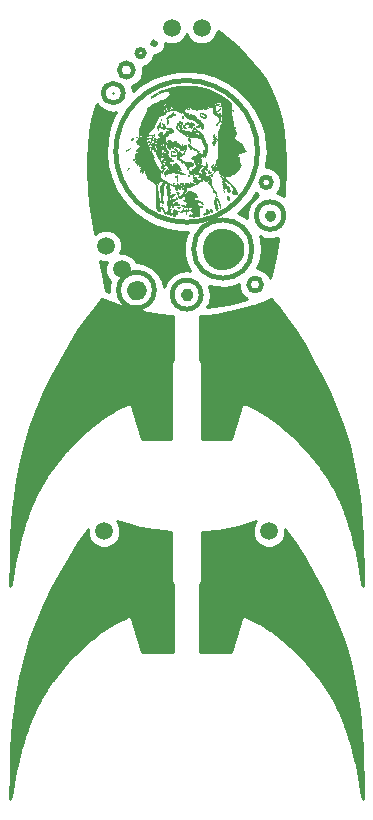
<source format=gbr>
G04 #@! TF.GenerationSoftware,KiCad,Pcbnew,(5.0.0-rc2-198-gb8bbb15aa)*
G04 #@! TF.CreationDate,2018-07-05T00:48:06-05:00*
G04 #@! TF.ProjectId,rocket,726F636B65742E6B696361645F706362,rev?*
G04 #@! TF.SameCoordinates,Original*
G04 #@! TF.FileFunction,Copper,L1,Top,Signal*
G04 #@! TF.FilePolarity,Positive*
%FSLAX46Y46*%
G04 Gerber Fmt 4.6, Leading zero omitted, Abs format (unit mm)*
G04 Created by KiCad (PCBNEW (5.0.0-rc2-198-gb8bbb15aa)) date 07/05/18 00:48:06*
%MOMM*%
%LPD*%
G01*
G04 APERTURE LIST*
%ADD10C,0.400000*%
G04 #@! TA.AperFunction,EtchedComponent*
%ADD11C,0.010000*%
G04 #@! TD*
G04 #@! TA.AperFunction,Conductor*
%ADD12C,0.100000*%
G04 #@! TD*
G04 #@! TA.AperFunction,Conductor*
%ADD13R,0.500000X0.500000*%
G04 #@! TD*
G04 #@! TA.AperFunction,ComponentPad*
%ADD14C,1.506220*%
G04 #@! TD*
G04 #@! TA.AperFunction,Conductor*
%ADD15C,0.100000*%
G04 #@! TD*
G04 #@! TA.AperFunction,ViaPad*
%ADD16C,0.800000*%
G04 #@! TD*
G04 #@! TA.AperFunction,Conductor*
%ADD17C,0.250000*%
G04 #@! TD*
G04 #@! TA.AperFunction,Conductor*
%ADD18C,0.254000*%
G04 #@! TD*
G04 APERTURE END LIST*
D10*
X8237262Y-18440000D02*
G75*
G03X8237262Y-18440000I-1167262J0D01*
G01*
X6354273Y-24280000D02*
G75*
G03X6354273Y-24280000I-555003J0D01*
G01*
X1230731Y-25130000D02*
G75*
G03X1230731Y-25130000I-1230731J0D01*
G01*
X7183100Y-15620000D02*
G75*
G03X7183100Y-15620000I-453100J0D01*
G01*
X-2631339Y-3870000D02*
G75*
G03X-2631339Y-3870000I-148661J0D01*
G01*
X-3579844Y-4690000D02*
G75*
G03X-3579844Y-4690000I-320156J0D01*
G01*
X-4493947Y-6120000D02*
G75*
G03X-4493947Y-6120000I-606053J0D01*
G01*
X-5375494Y-8070000D02*
G75*
G03X-5375494Y-8070000I-834506J0D01*
G01*
X5527570Y-21270000D02*
G75*
G03X5527570Y-21270000I-2467570J0D01*
G01*
X6000000Y-13000000D02*
G75*
G03X6000000Y-13000000I-6000000J0D01*
G01*
X-2729309Y-24750000D02*
G75*
G03X-2729309Y-24750000I-1520691J0D01*
G01*
D11*
G04 #@! TO.C,G\002A\002A\002A*
G36*
X315859Y-16366999D02*
X345695Y-16395000D01*
X339785Y-16441002D01*
X332200Y-16495173D01*
X361867Y-16485253D01*
X374305Y-16475294D01*
X418693Y-16451351D01*
X429846Y-16492599D01*
X449547Y-16547602D01*
X468923Y-16556000D01*
X505634Y-16525090D01*
X508598Y-16507153D01*
X519235Y-16482587D01*
X543306Y-16512160D01*
X594443Y-16545374D01*
X620695Y-16539264D01*
X666295Y-16550258D01*
X709996Y-16613520D01*
X750150Y-16678116D01*
X782976Y-16671344D01*
X787717Y-16664570D01*
X812218Y-16649573D01*
X820017Y-16704844D01*
X834092Y-16765061D01*
X859692Y-16770923D01*
X893146Y-16779781D01*
X898769Y-16807693D01*
X889629Y-16850054D01*
X848445Y-16871970D01*
X754566Y-16882422D01*
X722923Y-16884170D01*
X669797Y-16901711D01*
X650584Y-16961251D01*
X650655Y-17024923D01*
X657503Y-17148357D01*
X667900Y-17202870D01*
X687408Y-17197669D01*
X721482Y-17142153D01*
X761524Y-17077336D01*
X783778Y-17077449D01*
X801430Y-17122615D01*
X837316Y-17224021D01*
X862634Y-17290009D01*
X877618Y-17365324D01*
X840140Y-17401566D01*
X800844Y-17438655D01*
X804001Y-17459501D01*
X849338Y-17478709D01*
X859718Y-17474291D01*
X902537Y-17485949D01*
X953225Y-17540252D01*
X990123Y-17607486D01*
X992525Y-17656522D01*
X1001145Y-17687379D01*
X1013693Y-17689230D01*
X1053521Y-17664070D01*
X1055077Y-17654709D01*
X1086833Y-17616990D01*
X1157646Y-17601144D01*
X1230833Y-17609772D01*
X1268042Y-17639604D01*
X1287012Y-17706050D01*
X1260170Y-17712834D01*
X1213953Y-17690605D01*
X1134270Y-17655128D01*
X1100627Y-17669533D01*
X1094153Y-17730613D01*
X1080086Y-17785359D01*
X1057777Y-17788591D01*
X1007589Y-17793492D01*
X996855Y-17805824D01*
X1003334Y-17841392D01*
X1023463Y-17845541D01*
X1052238Y-17869168D01*
X1067030Y-17947338D01*
X1069746Y-18090992D01*
X1069428Y-18109310D01*
X1066139Y-18250316D01*
X1062584Y-18362432D01*
X1059659Y-18419528D01*
X1021816Y-18451212D01*
X930734Y-18479541D01*
X869461Y-18490046D01*
X740417Y-18507968D01*
X633012Y-18524892D01*
X604005Y-18530234D01*
X538517Y-18521789D01*
X490300Y-18454225D01*
X478050Y-18424183D01*
X452125Y-18333944D01*
X466660Y-18281400D01*
X495621Y-18255442D01*
X529544Y-18220045D01*
X511089Y-18185326D01*
X435961Y-18136011D01*
X344160Y-18066248D01*
X329402Y-18023690D01*
X937846Y-18023690D01*
X950250Y-18090175D01*
X976923Y-18099538D01*
X1009750Y-18044421D01*
X1016000Y-17999540D01*
X999191Y-17937304D01*
X976923Y-17923692D01*
X947797Y-17957202D01*
X937846Y-18023690D01*
X329402Y-18023690D01*
X318723Y-17992897D01*
X356880Y-17896743D01*
X393545Y-17841640D01*
X443242Y-17764016D01*
X446158Y-17724639D01*
X412585Y-17704236D01*
X332026Y-17706258D01*
X296058Y-17725833D01*
X238282Y-17749106D01*
X216095Y-17730205D01*
X165319Y-17706485D01*
X64144Y-17691692D01*
X-3562Y-17689230D01*
X-139040Y-17678549D01*
X-270038Y-17650844D01*
X-377678Y-17612622D01*
X-443084Y-17570390D01*
X-450718Y-17535079D01*
X-400342Y-17523263D01*
X-302112Y-17556069D01*
X-295150Y-17559343D01*
X-163212Y-17600743D01*
X-72700Y-17577321D01*
X-19684Y-17487903D01*
X-16467Y-17475981D01*
X-6004Y-17378416D01*
X-16388Y-17283566D01*
X-41960Y-17215995D01*
X-77061Y-17200267D01*
X-79650Y-17201693D01*
X-143327Y-17210661D01*
X-219576Y-17190813D01*
X-269483Y-17154382D01*
X-273539Y-17140747D01*
X-245613Y-17119607D01*
X-224693Y-17124181D01*
X-185713Y-17102928D01*
X-158888Y-17005596D01*
X-144473Y-16833349D01*
X-142244Y-16744268D01*
X-131897Y-16653152D01*
X-108593Y-16608470D01*
X-101825Y-16607498D01*
X-64332Y-16581034D01*
X-47871Y-16536461D01*
X8958Y-16430744D01*
X124449Y-16371743D01*
X226949Y-16360615D01*
X315859Y-16366999D01*
X315859Y-16366999D01*
G37*
X315859Y-16366999D02*
X345695Y-16395000D01*
X339785Y-16441002D01*
X332200Y-16495173D01*
X361867Y-16485253D01*
X374305Y-16475294D01*
X418693Y-16451351D01*
X429846Y-16492599D01*
X449547Y-16547602D01*
X468923Y-16556000D01*
X505634Y-16525090D01*
X508598Y-16507153D01*
X519235Y-16482587D01*
X543306Y-16512160D01*
X594443Y-16545374D01*
X620695Y-16539264D01*
X666295Y-16550258D01*
X709996Y-16613520D01*
X750150Y-16678116D01*
X782976Y-16671344D01*
X787717Y-16664570D01*
X812218Y-16649573D01*
X820017Y-16704844D01*
X834092Y-16765061D01*
X859692Y-16770923D01*
X893146Y-16779781D01*
X898769Y-16807693D01*
X889629Y-16850054D01*
X848445Y-16871970D01*
X754566Y-16882422D01*
X722923Y-16884170D01*
X669797Y-16901711D01*
X650584Y-16961251D01*
X650655Y-17024923D01*
X657503Y-17148357D01*
X667900Y-17202870D01*
X687408Y-17197669D01*
X721482Y-17142153D01*
X761524Y-17077336D01*
X783778Y-17077449D01*
X801430Y-17122615D01*
X837316Y-17224021D01*
X862634Y-17290009D01*
X877618Y-17365324D01*
X840140Y-17401566D01*
X800844Y-17438655D01*
X804001Y-17459501D01*
X849338Y-17478709D01*
X859718Y-17474291D01*
X902537Y-17485949D01*
X953225Y-17540252D01*
X990123Y-17607486D01*
X992525Y-17656522D01*
X1001145Y-17687379D01*
X1013693Y-17689230D01*
X1053521Y-17664070D01*
X1055077Y-17654709D01*
X1086833Y-17616990D01*
X1157646Y-17601144D01*
X1230833Y-17609772D01*
X1268042Y-17639604D01*
X1287012Y-17706050D01*
X1260170Y-17712834D01*
X1213953Y-17690605D01*
X1134270Y-17655128D01*
X1100627Y-17669533D01*
X1094153Y-17730613D01*
X1080086Y-17785359D01*
X1057777Y-17788591D01*
X1007589Y-17793492D01*
X996855Y-17805824D01*
X1003334Y-17841392D01*
X1023463Y-17845541D01*
X1052238Y-17869168D01*
X1067030Y-17947338D01*
X1069746Y-18090992D01*
X1069428Y-18109310D01*
X1066139Y-18250316D01*
X1062584Y-18362432D01*
X1059659Y-18419528D01*
X1021816Y-18451212D01*
X930734Y-18479541D01*
X869461Y-18490046D01*
X740417Y-18507968D01*
X633012Y-18524892D01*
X604005Y-18530234D01*
X538517Y-18521789D01*
X490300Y-18454225D01*
X478050Y-18424183D01*
X452125Y-18333944D01*
X466660Y-18281400D01*
X495621Y-18255442D01*
X529544Y-18220045D01*
X511089Y-18185326D01*
X435961Y-18136011D01*
X344160Y-18066248D01*
X329402Y-18023690D01*
X937846Y-18023690D01*
X950250Y-18090175D01*
X976923Y-18099538D01*
X1009750Y-18044421D01*
X1016000Y-17999540D01*
X999191Y-17937304D01*
X976923Y-17923692D01*
X947797Y-17957202D01*
X937846Y-18023690D01*
X329402Y-18023690D01*
X318723Y-17992897D01*
X356880Y-17896743D01*
X393545Y-17841640D01*
X443242Y-17764016D01*
X446158Y-17724639D01*
X412585Y-17704236D01*
X332026Y-17706258D01*
X296058Y-17725833D01*
X238282Y-17749106D01*
X216095Y-17730205D01*
X165319Y-17706485D01*
X64144Y-17691692D01*
X-3562Y-17689230D01*
X-139040Y-17678549D01*
X-270038Y-17650844D01*
X-377678Y-17612622D01*
X-443084Y-17570390D01*
X-450718Y-17535079D01*
X-400342Y-17523263D01*
X-302112Y-17556069D01*
X-295150Y-17559343D01*
X-163212Y-17600743D01*
X-72700Y-17577321D01*
X-19684Y-17487903D01*
X-16467Y-17475981D01*
X-6004Y-17378416D01*
X-16388Y-17283566D01*
X-41960Y-17215995D01*
X-77061Y-17200267D01*
X-79650Y-17201693D01*
X-143327Y-17210661D01*
X-219576Y-17190813D01*
X-269483Y-17154382D01*
X-273539Y-17140747D01*
X-245613Y-17119607D01*
X-224693Y-17124181D01*
X-185713Y-17102928D01*
X-158888Y-17005596D01*
X-144473Y-16833349D01*
X-142244Y-16744268D01*
X-131897Y-16653152D01*
X-108593Y-16608470D01*
X-101825Y-16607498D01*
X-64332Y-16581034D01*
X-47871Y-16536461D01*
X8958Y-16430744D01*
X124449Y-16371743D01*
X226949Y-16360615D01*
X315859Y-16366999D01*
G36*
X-1959546Y-15438785D02*
X-1919768Y-15498120D01*
X-1914171Y-15532537D01*
X-1906180Y-15573986D01*
X-1880532Y-15546492D01*
X-1848273Y-15516066D01*
X-1825156Y-15552577D01*
X-1774431Y-15600569D01*
X-1682079Y-15637251D01*
X-1676435Y-15638543D01*
X-1590671Y-15665137D01*
X-1499667Y-15704510D01*
X-1419663Y-15747266D01*
X-1366901Y-15784011D01*
X-1357621Y-15805347D01*
X-1387231Y-15805856D01*
X-1465688Y-15778176D01*
X-1494094Y-15754923D01*
X-1516266Y-15755308D01*
X-1523402Y-15800512D01*
X-1503962Y-15876923D01*
X-1475154Y-15905519D01*
X-1453298Y-15935147D01*
X-1494693Y-15981468D01*
X-1547731Y-16043516D01*
X-1560817Y-16096830D01*
X-1531909Y-16118626D01*
X-1506452Y-16112786D01*
X-1466461Y-16114800D01*
X-1470039Y-16143729D01*
X-1462007Y-16207570D01*
X-1444339Y-16224778D01*
X-1419533Y-16258935D01*
X-1443189Y-16280819D01*
X-1468413Y-16329549D01*
X-1448328Y-16412703D01*
X-1428422Y-16495033D01*
X-1448189Y-16516923D01*
X-1467798Y-16544339D01*
X-1453877Y-16585307D01*
X-1432162Y-16675707D01*
X-1428588Y-16794059D01*
X-1442860Y-16898556D01*
X-1456312Y-16932089D01*
X-1469905Y-16985708D01*
X-1486139Y-17095835D01*
X-1501978Y-17241032D01*
X-1505332Y-17278126D01*
X-1517074Y-17431045D01*
X-1518407Y-17518717D01*
X-1507884Y-17553534D01*
X-1484058Y-17547886D01*
X-1474673Y-17540631D01*
X-1440078Y-17520299D01*
X-1430963Y-17548622D01*
X-1443779Y-17638776D01*
X-1445579Y-17648692D01*
X-1454401Y-17786126D01*
X-1417981Y-17884616D01*
X-1416364Y-17886954D01*
X-1381092Y-17963517D01*
X-1402247Y-18012954D01*
X-1444262Y-18097562D01*
X-1415060Y-18179901D01*
X-1345226Y-18230531D01*
X-1242511Y-18258140D01*
X-1189402Y-18226754D01*
X-1188588Y-18138134D01*
X-1190680Y-18129350D01*
X-1186803Y-18023416D01*
X-1131723Y-17944494D01*
X-1045651Y-17910734D01*
X-967359Y-17928811D01*
X-915097Y-17969273D01*
X-928425Y-17992192D01*
X-958551Y-18030012D01*
X-952744Y-18048432D01*
X-917179Y-18061769D01*
X-898404Y-18040332D01*
X-853472Y-18012129D01*
X-767597Y-18029218D01*
X-756751Y-18033075D01*
X-684903Y-18061363D01*
X-683180Y-18073216D01*
X-736929Y-18076915D01*
X-802323Y-18091004D01*
X-812090Y-18142783D01*
X-804878Y-18176463D01*
X-800915Y-18250599D01*
X-846854Y-18303950D01*
X-899611Y-18334435D01*
X-972814Y-18384864D01*
X-997352Y-18428415D01*
X-995433Y-18433356D01*
X-1002182Y-18462691D01*
X-1079188Y-18458476D01*
X-1145870Y-18443280D01*
X-1196677Y-18404204D01*
X-1195942Y-18369659D01*
X-1187435Y-18321935D01*
X-1224267Y-18325386D01*
X-1284893Y-18359705D01*
X-1368079Y-18386589D01*
X-1436845Y-18371097D01*
X-1465663Y-18322429D01*
X-1460545Y-18296402D01*
X-1465701Y-18245357D01*
X-1500281Y-18236307D01*
X-1554697Y-18266917D01*
X-1563077Y-18297229D01*
X-1582858Y-18337083D01*
X-1604052Y-18332827D01*
X-1622788Y-18289736D01*
X-1602154Y-18255846D01*
X-1580900Y-18201899D01*
X-1606185Y-18175201D01*
X-1664146Y-18178655D01*
X-1701828Y-18212870D01*
X-1744838Y-18254231D01*
X-1770969Y-18228609D01*
X-1789014Y-18198249D01*
X-1794454Y-18227913D01*
X-1815520Y-18264806D01*
X-1859791Y-18248696D01*
X-1911461Y-18194302D01*
X-1954724Y-18116343D01*
X-1970075Y-18064364D01*
X-1995408Y-17970932D01*
X-2024277Y-17919009D01*
X-2028072Y-17916767D01*
X-2062740Y-17873599D01*
X-2089888Y-17806461D01*
X-2119029Y-17708769D01*
X-2038018Y-17793362D01*
X-1967866Y-17893171D01*
X-1930860Y-17982133D01*
X-1880606Y-18082204D01*
X-1792235Y-18115970D01*
X-1709528Y-18104098D01*
X-1593785Y-18062954D01*
X-1543001Y-18008072D01*
X-1544171Y-17920307D01*
X-1554924Y-17876544D01*
X-1572807Y-17770730D01*
X-1566905Y-17691707D01*
X-1564264Y-17685523D01*
X-1553112Y-17608101D01*
X-1565192Y-17532923D01*
X-1594364Y-17435230D01*
X-1599447Y-17532923D01*
X-1608732Y-17594374D01*
X-1629753Y-17583508D01*
X-1636458Y-17572000D01*
X-1659565Y-17474084D01*
X-1654224Y-17347333D01*
X-1631840Y-17259384D01*
X-1572039Y-17087042D01*
X-1551730Y-16979393D01*
X-1568863Y-16938328D01*
X-1590113Y-16897076D01*
X-1616105Y-16799178D01*
X-1643337Y-16665708D01*
X-1668310Y-16517737D01*
X-1687525Y-16376337D01*
X-1697482Y-16262582D01*
X-1694682Y-16197544D01*
X-1692671Y-16192826D01*
X-1697844Y-16140667D01*
X-1718635Y-16107518D01*
X-1740985Y-16048754D01*
X-1709027Y-15970222D01*
X-1699447Y-15955182D01*
X-1652004Y-15842088D01*
X-1655248Y-15742400D01*
X-1705950Y-15677323D01*
X-1743621Y-15664946D01*
X-1827525Y-15688879D01*
X-1903019Y-15773988D01*
X-1964350Y-15903338D01*
X-2005767Y-16059995D01*
X-2021517Y-16227028D01*
X-2005847Y-16387501D01*
X-1998786Y-16416057D01*
X-1977052Y-16540231D01*
X-1996836Y-16639487D01*
X-2013879Y-16675970D01*
X-2044629Y-16765859D01*
X-2055042Y-16889029D01*
X-2046741Y-17066266D01*
X-2045518Y-17081042D01*
X-2036261Y-17221490D01*
X-2034371Y-17325779D01*
X-2040061Y-17375030D01*
X-2042168Y-17376615D01*
X-2071293Y-17340953D01*
X-2105263Y-17246536D01*
X-2139708Y-17112218D01*
X-2170256Y-16956851D01*
X-2192537Y-16799290D01*
X-2201212Y-16690603D01*
X-2211270Y-16546368D01*
X-2226077Y-16430613D01*
X-2242475Y-16367840D01*
X-2242903Y-16367121D01*
X-2285814Y-16235180D01*
X-2277168Y-16089684D01*
X-2226179Y-15978975D01*
X-2171307Y-15888655D01*
X-2149231Y-15812762D01*
X-2118938Y-15743613D01*
X-2051094Y-15680071D01*
X-1981979Y-15616734D01*
X-1972937Y-15540116D01*
X-1978639Y-15513440D01*
X-1987890Y-15442876D01*
X-1962041Y-15437299D01*
X-1959546Y-15438785D01*
X-1959546Y-15438785D01*
G37*
X-1959546Y-15438785D02*
X-1919768Y-15498120D01*
X-1914171Y-15532537D01*
X-1906180Y-15573986D01*
X-1880532Y-15546492D01*
X-1848273Y-15516066D01*
X-1825156Y-15552577D01*
X-1774431Y-15600569D01*
X-1682079Y-15637251D01*
X-1676435Y-15638543D01*
X-1590671Y-15665137D01*
X-1499667Y-15704510D01*
X-1419663Y-15747266D01*
X-1366901Y-15784011D01*
X-1357621Y-15805347D01*
X-1387231Y-15805856D01*
X-1465688Y-15778176D01*
X-1494094Y-15754923D01*
X-1516266Y-15755308D01*
X-1523402Y-15800512D01*
X-1503962Y-15876923D01*
X-1475154Y-15905519D01*
X-1453298Y-15935147D01*
X-1494693Y-15981468D01*
X-1547731Y-16043516D01*
X-1560817Y-16096830D01*
X-1531909Y-16118626D01*
X-1506452Y-16112786D01*
X-1466461Y-16114800D01*
X-1470039Y-16143729D01*
X-1462007Y-16207570D01*
X-1444339Y-16224778D01*
X-1419533Y-16258935D01*
X-1443189Y-16280819D01*
X-1468413Y-16329549D01*
X-1448328Y-16412703D01*
X-1428422Y-16495033D01*
X-1448189Y-16516923D01*
X-1467798Y-16544339D01*
X-1453877Y-16585307D01*
X-1432162Y-16675707D01*
X-1428588Y-16794059D01*
X-1442860Y-16898556D01*
X-1456312Y-16932089D01*
X-1469905Y-16985708D01*
X-1486139Y-17095835D01*
X-1501978Y-17241032D01*
X-1505332Y-17278126D01*
X-1517074Y-17431045D01*
X-1518407Y-17518717D01*
X-1507884Y-17553534D01*
X-1484058Y-17547886D01*
X-1474673Y-17540631D01*
X-1440078Y-17520299D01*
X-1430963Y-17548622D01*
X-1443779Y-17638776D01*
X-1445579Y-17648692D01*
X-1454401Y-17786126D01*
X-1417981Y-17884616D01*
X-1416364Y-17886954D01*
X-1381092Y-17963517D01*
X-1402247Y-18012954D01*
X-1444262Y-18097562D01*
X-1415060Y-18179901D01*
X-1345226Y-18230531D01*
X-1242511Y-18258140D01*
X-1189402Y-18226754D01*
X-1188588Y-18138134D01*
X-1190680Y-18129350D01*
X-1186803Y-18023416D01*
X-1131723Y-17944494D01*
X-1045651Y-17910734D01*
X-967359Y-17928811D01*
X-915097Y-17969273D01*
X-928425Y-17992192D01*
X-958551Y-18030012D01*
X-952744Y-18048432D01*
X-917179Y-18061769D01*
X-898404Y-18040332D01*
X-853472Y-18012129D01*
X-767597Y-18029218D01*
X-756751Y-18033075D01*
X-684903Y-18061363D01*
X-683180Y-18073216D01*
X-736929Y-18076915D01*
X-802323Y-18091004D01*
X-812090Y-18142783D01*
X-804878Y-18176463D01*
X-800915Y-18250599D01*
X-846854Y-18303950D01*
X-899611Y-18334435D01*
X-972814Y-18384864D01*
X-997352Y-18428415D01*
X-995433Y-18433356D01*
X-1002182Y-18462691D01*
X-1079188Y-18458476D01*
X-1145870Y-18443280D01*
X-1196677Y-18404204D01*
X-1195942Y-18369659D01*
X-1187435Y-18321935D01*
X-1224267Y-18325386D01*
X-1284893Y-18359705D01*
X-1368079Y-18386589D01*
X-1436845Y-18371097D01*
X-1465663Y-18322429D01*
X-1460545Y-18296402D01*
X-1465701Y-18245357D01*
X-1500281Y-18236307D01*
X-1554697Y-18266917D01*
X-1563077Y-18297229D01*
X-1582858Y-18337083D01*
X-1604052Y-18332827D01*
X-1622788Y-18289736D01*
X-1602154Y-18255846D01*
X-1580900Y-18201899D01*
X-1606185Y-18175201D01*
X-1664146Y-18178655D01*
X-1701828Y-18212870D01*
X-1744838Y-18254231D01*
X-1770969Y-18228609D01*
X-1789014Y-18198249D01*
X-1794454Y-18227913D01*
X-1815520Y-18264806D01*
X-1859791Y-18248696D01*
X-1911461Y-18194302D01*
X-1954724Y-18116343D01*
X-1970075Y-18064364D01*
X-1995408Y-17970932D01*
X-2024277Y-17919009D01*
X-2028072Y-17916767D01*
X-2062740Y-17873599D01*
X-2089888Y-17806461D01*
X-2119029Y-17708769D01*
X-2038018Y-17793362D01*
X-1967866Y-17893171D01*
X-1930860Y-17982133D01*
X-1880606Y-18082204D01*
X-1792235Y-18115970D01*
X-1709528Y-18104098D01*
X-1593785Y-18062954D01*
X-1543001Y-18008072D01*
X-1544171Y-17920307D01*
X-1554924Y-17876544D01*
X-1572807Y-17770730D01*
X-1566905Y-17691707D01*
X-1564264Y-17685523D01*
X-1553112Y-17608101D01*
X-1565192Y-17532923D01*
X-1594364Y-17435230D01*
X-1599447Y-17532923D01*
X-1608732Y-17594374D01*
X-1629753Y-17583508D01*
X-1636458Y-17572000D01*
X-1659565Y-17474084D01*
X-1654224Y-17347333D01*
X-1631840Y-17259384D01*
X-1572039Y-17087042D01*
X-1551730Y-16979393D01*
X-1568863Y-16938328D01*
X-1590113Y-16897076D01*
X-1616105Y-16799178D01*
X-1643337Y-16665708D01*
X-1668310Y-16517737D01*
X-1687525Y-16376337D01*
X-1697482Y-16262582D01*
X-1694682Y-16197544D01*
X-1692671Y-16192826D01*
X-1697844Y-16140667D01*
X-1718635Y-16107518D01*
X-1740985Y-16048754D01*
X-1709027Y-15970222D01*
X-1699447Y-15955182D01*
X-1652004Y-15842088D01*
X-1655248Y-15742400D01*
X-1705950Y-15677323D01*
X-1743621Y-15664946D01*
X-1827525Y-15688879D01*
X-1903019Y-15773988D01*
X-1964350Y-15903338D01*
X-2005767Y-16059995D01*
X-2021517Y-16227028D01*
X-2005847Y-16387501D01*
X-1998786Y-16416057D01*
X-1977052Y-16540231D01*
X-1996836Y-16639487D01*
X-2013879Y-16675970D01*
X-2044629Y-16765859D01*
X-2055042Y-16889029D01*
X-2046741Y-17066266D01*
X-2045518Y-17081042D01*
X-2036261Y-17221490D01*
X-2034371Y-17325779D01*
X-2040061Y-17375030D01*
X-2042168Y-17376615D01*
X-2071293Y-17340953D01*
X-2105263Y-17246536D01*
X-2139708Y-17112218D01*
X-2170256Y-16956851D01*
X-2192537Y-16799290D01*
X-2201212Y-16690603D01*
X-2211270Y-16546368D01*
X-2226077Y-16430613D01*
X-2242475Y-16367840D01*
X-2242903Y-16367121D01*
X-2285814Y-16235180D01*
X-2277168Y-16089684D01*
X-2226179Y-15978975D01*
X-2171307Y-15888655D01*
X-2149231Y-15812762D01*
X-2118938Y-15743613D01*
X-2051094Y-15680071D01*
X-1981979Y-15616734D01*
X-1972937Y-15540116D01*
X-1978639Y-15513440D01*
X-1987890Y-15442876D01*
X-1962041Y-15437299D01*
X-1959546Y-15438785D01*
G36*
X279562Y-18365818D02*
X279404Y-18366008D01*
X253996Y-18423327D01*
X260851Y-18445057D01*
X252782Y-18466770D01*
X222662Y-18470769D01*
X177199Y-18446920D01*
X180094Y-18415175D01*
X233100Y-18352413D01*
X262548Y-18336126D01*
X302000Y-18328433D01*
X279562Y-18365818D01*
X279562Y-18365818D01*
G37*
X279562Y-18365818D02*
X279404Y-18366008D01*
X253996Y-18423327D01*
X260851Y-18445057D01*
X252782Y-18466770D01*
X222662Y-18470769D01*
X177199Y-18446920D01*
X180094Y-18415175D01*
X233100Y-18352413D01*
X262548Y-18336126D01*
X302000Y-18328433D01*
X279562Y-18365818D01*
G36*
X429846Y-18451230D02*
X410307Y-18470769D01*
X390769Y-18451230D01*
X410307Y-18431692D01*
X429846Y-18451230D01*
X429846Y-18451230D01*
G37*
X429846Y-18451230D02*
X410307Y-18470769D01*
X390769Y-18451230D01*
X410307Y-18431692D01*
X429846Y-18451230D01*
G36*
X1808226Y-17988583D02*
X1896920Y-18060996D01*
X1920353Y-18107607D01*
X1905919Y-18125971D01*
X1876229Y-18161389D01*
X1905350Y-18189984D01*
X1904154Y-18219512D01*
X1827492Y-18259259D01*
X1745607Y-18287676D01*
X1579160Y-18334849D01*
X1471111Y-18351010D01*
X1408582Y-18337194D01*
X1388451Y-18316436D01*
X1406520Y-18286069D01*
X1480341Y-18258306D01*
X1501397Y-18253842D01*
X1586316Y-18231904D01*
X1627971Y-18191820D01*
X1644890Y-18108740D01*
X1649021Y-18055864D01*
X1660769Y-17883377D01*
X1808226Y-17988583D01*
X1808226Y-17988583D01*
G37*
X1808226Y-17988583D02*
X1896920Y-18060996D01*
X1920353Y-18107607D01*
X1905919Y-18125971D01*
X1876229Y-18161389D01*
X1905350Y-18189984D01*
X1904154Y-18219512D01*
X1827492Y-18259259D01*
X1745607Y-18287676D01*
X1579160Y-18334849D01*
X1471111Y-18351010D01*
X1408582Y-18337194D01*
X1388451Y-18316436D01*
X1406520Y-18286069D01*
X1480341Y-18258306D01*
X1501397Y-18253842D01*
X1586316Y-18231904D01*
X1627971Y-18191820D01*
X1644890Y-18108740D01*
X1649021Y-18055864D01*
X1660769Y-17883377D01*
X1808226Y-17988583D01*
G36*
X156898Y-17979954D02*
X137115Y-18020443D01*
X69304Y-18067637D01*
X54347Y-18074834D01*
X-20015Y-18128663D01*
X-27465Y-18198337D01*
X-23842Y-18260143D01*
X-38301Y-18275384D01*
X-65234Y-18241524D01*
X-86051Y-18161142D01*
X-84223Y-18069470D01*
X-32715Y-18015925D01*
X-10494Y-18004835D01*
X73247Y-17972719D01*
X119069Y-17962769D01*
X156898Y-17979954D01*
X156898Y-17979954D01*
G37*
X156898Y-17979954D02*
X137115Y-18020443D01*
X69304Y-18067637D01*
X54347Y-18074834D01*
X-20015Y-18128663D01*
X-27465Y-18198337D01*
X-23842Y-18260143D01*
X-38301Y-18275384D01*
X-65234Y-18241524D01*
X-86051Y-18161142D01*
X-84223Y-18069470D01*
X-32715Y-18015925D01*
X-10494Y-18004835D01*
X73247Y-17972719D01*
X119069Y-17962769D01*
X156898Y-17979954D01*
G36*
X2110153Y-18138615D02*
X2090615Y-18158153D01*
X2071077Y-18138615D01*
X2090615Y-18119077D01*
X2110153Y-18138615D01*
X2110153Y-18138615D01*
G37*
X2110153Y-18138615D02*
X2090615Y-18158153D01*
X2071077Y-18138615D01*
X2090615Y-18119077D01*
X2110153Y-18138615D01*
G36*
X-34242Y-17907142D02*
X-22927Y-17943612D01*
X-70829Y-17989669D01*
X-161208Y-18036504D01*
X-277321Y-18075309D01*
X-394144Y-18096511D01*
X-502546Y-18105751D01*
X-537630Y-18104111D01*
X-503557Y-18090951D01*
X-477092Y-18083774D01*
X-366596Y-18043167D01*
X-281708Y-17992855D01*
X-179104Y-17926160D01*
X-83096Y-17898105D01*
X-34242Y-17907142D01*
X-34242Y-17907142D01*
G37*
X-34242Y-17907142D02*
X-22927Y-17943612D01*
X-70829Y-17989669D01*
X-161208Y-18036504D01*
X-277321Y-18075309D01*
X-394144Y-18096511D01*
X-502546Y-18105751D01*
X-537630Y-18104111D01*
X-503557Y-18090951D01*
X-477092Y-18083774D01*
X-366596Y-18043167D01*
X-281708Y-17992855D01*
X-179104Y-17926160D01*
X-83096Y-17898105D01*
X-34242Y-17907142D01*
G36*
X283652Y-7471850D02*
X506706Y-7476466D01*
X686690Y-7485829D01*
X841135Y-7501306D01*
X987570Y-7524264D01*
X1143523Y-7556069D01*
X1169133Y-7561757D01*
X1806787Y-7742677D01*
X2414271Y-7991876D01*
X2984042Y-8305695D01*
X3508559Y-8680478D01*
X3556000Y-8719319D01*
X3770923Y-8897371D01*
X3777912Y-9434455D01*
X3781552Y-9669175D01*
X3786217Y-9838940D01*
X3793127Y-9956948D01*
X3803501Y-10036400D01*
X3818560Y-10090492D01*
X3839522Y-10132424D01*
X3842928Y-10137965D01*
X3858415Y-10214655D01*
X3851379Y-10257360D01*
X3859733Y-10340030D01*
X3900738Y-10404456D01*
X3941704Y-10464303D01*
X3957377Y-10543021D01*
X3951777Y-10666325D01*
X3947744Y-10705137D01*
X3939461Y-10825093D01*
X3943269Y-10906312D01*
X3954479Y-10928923D01*
X3980516Y-10961504D01*
X3985846Y-11002292D01*
X4014227Y-11088631D01*
X4044461Y-11124307D01*
X4094572Y-11200384D01*
X4103077Y-11244381D01*
X4133913Y-11321959D01*
X4171461Y-11355639D01*
X4208410Y-11387279D01*
X4196145Y-11396657D01*
X4164639Y-11432167D01*
X4137511Y-11519925D01*
X4130464Y-11561715D01*
X4092481Y-11698244D01*
X4028651Y-11786407D01*
X3978294Y-11841777D01*
X3986558Y-11895376D01*
X4059026Y-11956276D01*
X4171703Y-12018745D01*
X4282416Y-12085741D01*
X4366525Y-12155766D01*
X4386257Y-12180302D01*
X4449086Y-12241530D01*
X4497189Y-12257538D01*
X4566664Y-12283972D01*
X4638282Y-12344717D01*
X4682925Y-12411935D01*
X4686233Y-12438263D01*
X4682901Y-12512881D01*
X4697472Y-12558402D01*
X4715224Y-12557186D01*
X4740662Y-12573824D01*
X4776625Y-12643456D01*
X4815086Y-12743154D01*
X4848019Y-12849991D01*
X4867397Y-12941040D01*
X4866785Y-12990100D01*
X4817425Y-13028698D01*
X4758841Y-13038968D01*
X4657997Y-13058267D01*
X4541803Y-13107166D01*
X4434079Y-13171854D01*
X4358642Y-13238521D01*
X4337538Y-13283240D01*
X4319694Y-13341278D01*
X4299688Y-13351692D01*
X4278187Y-13380336D01*
X4284330Y-13410307D01*
X4332176Y-13462218D01*
X4358829Y-13468923D01*
X4402073Y-13500887D01*
X4409299Y-13537307D01*
X4419774Y-13621482D01*
X4447183Y-13729861D01*
X4448076Y-13732692D01*
X4468177Y-13827679D01*
X4449735Y-13859692D01*
X4431672Y-13884818D01*
X4441595Y-13908538D01*
X4475888Y-13991115D01*
X4480380Y-14012088D01*
X4518245Y-14081174D01*
X4540094Y-14099412D01*
X4570361Y-14126716D01*
X4541947Y-14132632D01*
X4509175Y-14164066D01*
X4515152Y-14224053D01*
X4508753Y-14324220D01*
X4476819Y-14365607D01*
X4425782Y-14432260D01*
X4415692Y-14470169D01*
X4396560Y-14519072D01*
X4382887Y-14524000D01*
X4344435Y-14555534D01*
X4305571Y-14621692D01*
X4242641Y-14698481D01*
X4182068Y-14719384D01*
X4118195Y-14739943D01*
X4103077Y-14769113D01*
X4071524Y-14817091D01*
X3992608Y-14876909D01*
X3959411Y-14896113D01*
X3858387Y-14954587D01*
X3784981Y-15004361D01*
X3773796Y-15013950D01*
X3714033Y-15044948D01*
X3605826Y-15080826D01*
X3522775Y-15102089D01*
X3382708Y-15127385D01*
X3272231Y-15124567D01*
X3147169Y-15091347D01*
X3117117Y-15081062D01*
X2993227Y-15029835D01*
X2917427Y-14969229D01*
X2861271Y-14874058D01*
X2846959Y-14841895D01*
X2783172Y-14710156D01*
X2713447Y-14588834D01*
X2693935Y-14559745D01*
X2648409Y-14475128D01*
X2601124Y-14353779D01*
X2556078Y-14211965D01*
X2517273Y-14065957D01*
X2488707Y-13932024D01*
X2474382Y-13826433D01*
X2478295Y-13765456D01*
X2497248Y-13759728D01*
X2535951Y-13743922D01*
X2582801Y-13673873D01*
X2595947Y-13645128D01*
X2616723Y-13576193D01*
X2632847Y-13474614D01*
X2644950Y-13330827D01*
X2653666Y-13135269D01*
X2659629Y-12878376D01*
X2662699Y-12637322D01*
X2662743Y-12628769D01*
X4689230Y-12628769D01*
X4708769Y-12648307D01*
X4728307Y-12628769D01*
X4708769Y-12609230D01*
X4689230Y-12628769D01*
X2662743Y-12628769D01*
X2664102Y-12368931D01*
X2663221Y-12112774D01*
X2660279Y-11884117D01*
X2655499Y-11698226D01*
X2649102Y-11570367D01*
X2646770Y-11544384D01*
X2638188Y-11424121D01*
X2640904Y-11342582D01*
X2650929Y-11319692D01*
X2692765Y-11288519D01*
X2740352Y-11216037D01*
X2777306Y-11133801D01*
X2787245Y-11073365D01*
X2783201Y-11064910D01*
X2782172Y-11051060D01*
X2800431Y-11059670D01*
X2848361Y-11058448D01*
X2869586Y-10990234D01*
X2861988Y-10862220D01*
X2860826Y-10854463D01*
X2855563Y-10764146D01*
X2877869Y-10744791D01*
X2881425Y-10746731D01*
X2919177Y-10737487D01*
X2945307Y-10674708D01*
X2953708Y-10582818D01*
X2942740Y-10501557D01*
X2935140Y-10437102D01*
X2963690Y-10436657D01*
X2980622Y-10411774D01*
X2993832Y-10324166D01*
X3003228Y-10189175D01*
X3008716Y-10022147D01*
X3010204Y-9838423D01*
X3007598Y-9653350D01*
X3000804Y-9482269D01*
X2989731Y-9340525D01*
X2974283Y-9243462D01*
X2971009Y-9231851D01*
X2938476Y-9107663D01*
X2927722Y-9053230D01*
X2969846Y-9053230D01*
X2984143Y-9085395D01*
X2995897Y-9079282D01*
X3000574Y-9032906D01*
X2995897Y-9027179D01*
X2972666Y-9032543D01*
X2969846Y-9053230D01*
X2927722Y-9053230D01*
X2911364Y-8970433D01*
X2910238Y-8963254D01*
X2881792Y-8861771D01*
X2840315Y-8798573D01*
X2830467Y-8792822D01*
X2765356Y-8794880D01*
X2656158Y-8822880D01*
X2560667Y-8857388D01*
X2442500Y-8902749D01*
X2355169Y-8931463D01*
X2323099Y-8937294D01*
X2283323Y-8959362D01*
X2249292Y-8997983D01*
X2185197Y-9042514D01*
X2145389Y-9033397D01*
X2112778Y-9021332D01*
X2119674Y-9033691D01*
X2118902Y-9076190D01*
X2068135Y-9120597D01*
X1993562Y-9151377D01*
X1921372Y-9152994D01*
X1919520Y-9152431D01*
X1840309Y-9147267D01*
X1752286Y-9166890D01*
X1682395Y-9201293D01*
X1657579Y-9240470D01*
X1660724Y-9248542D01*
X1715358Y-9281374D01*
X1770537Y-9290777D01*
X1816922Y-9296821D01*
X1795996Y-9313580D01*
X1738923Y-9335101D01*
X1642007Y-9374940D01*
X1577799Y-9410844D01*
X1505934Y-9428722D01*
X1436361Y-9398080D01*
X1406769Y-9337946D01*
X1384994Y-9298573D01*
X1338384Y-9308075D01*
X1243706Y-9339929D01*
X1178483Y-9356575D01*
X1119767Y-9377961D01*
X1133227Y-9405751D01*
X1139406Y-9409901D01*
X1143186Y-9427242D01*
X1082822Y-9429252D01*
X970467Y-9417538D01*
X818274Y-9393709D01*
X638395Y-9359374D01*
X458163Y-9319718D01*
X257928Y-9278360D01*
X83672Y-9258192D01*
X-102490Y-9256327D01*
X-264760Y-9264671D01*
X-447597Y-9275654D01*
X-617448Y-9283784D01*
X-748039Y-9287886D01*
X-788544Y-9288087D01*
X-890161Y-9297997D01*
X-954808Y-9324810D01*
X-959950Y-9330920D01*
X-945110Y-9352419D01*
X-863315Y-9359373D01*
X-711937Y-9351678D01*
X-488348Y-9329229D01*
X-283308Y-9304147D01*
X-169252Y-9294072D01*
X-94766Y-9296320D01*
X-78154Y-9304828D01*
X-97684Y-9371940D01*
X-141252Y-9435184D01*
X-186329Y-9464790D01*
X-197346Y-9462326D01*
X-229789Y-9471540D01*
X-234462Y-9496128D01*
X-266348Y-9556559D01*
X-301751Y-9578690D01*
X-341277Y-9611150D01*
X-331059Y-9631717D01*
X-285886Y-9684518D01*
X-242310Y-9756615D01*
X-191543Y-9854307D01*
X-268112Y-9766384D01*
X-328485Y-9716114D01*
X-395610Y-9683434D01*
X-446934Y-9675099D01*
X-459907Y-9697861D01*
X-453504Y-9710874D01*
X-461709Y-9735657D01*
X-517731Y-9734553D01*
X-596812Y-9710673D01*
X-644770Y-9686857D01*
X-688545Y-9657387D01*
X-669590Y-9652177D01*
X-600663Y-9663529D01*
X-493952Y-9665847D01*
X-448087Y-9637283D01*
X-439544Y-9605989D01*
X-454982Y-9611230D01*
X-516640Y-9613510D01*
X-547619Y-9599973D01*
X-571429Y-9569743D01*
X-529352Y-9538721D01*
X-494556Y-9524470D01*
X-425561Y-9484329D01*
X-409834Y-9444803D01*
X-410263Y-9444073D01*
X-469829Y-9407051D01*
X-539632Y-9422372D01*
X-570975Y-9460807D01*
X-611777Y-9507139D01*
X-681367Y-9547198D01*
X-753739Y-9571259D01*
X-802886Y-9569597D01*
X-810080Y-9550223D01*
X-839764Y-9524721D01*
X-926710Y-9507202D01*
X-1050372Y-9498301D01*
X-1190204Y-9498657D01*
X-1325660Y-9508906D01*
X-1436195Y-9529686D01*
X-1439675Y-9530706D01*
X-1541959Y-9549722D01*
X-1611378Y-9524468D01*
X-1665059Y-9442848D01*
X-1702705Y-9344934D01*
X-1730238Y-9251192D01*
X-1722906Y-9202646D01*
X-1675173Y-9172049D01*
X-1666838Y-9168448D01*
X-1631067Y-9150923D01*
X-1576412Y-9150923D01*
X-1508160Y-9261541D01*
X-1466925Y-9353464D01*
X-1460298Y-9425002D01*
X-1461189Y-9427618D01*
X-1453973Y-9471882D01*
X-1407879Y-9481608D01*
X-1355749Y-9453321D01*
X-1345591Y-9439852D01*
X-1355242Y-9389658D01*
X-1410420Y-9312436D01*
X-1447644Y-9273775D01*
X-1576412Y-9150923D01*
X-1631067Y-9150923D01*
X-1618082Y-9144562D01*
X-1636420Y-9138028D01*
X-1699847Y-9141768D01*
X-1783916Y-9160178D01*
X-1819948Y-9214715D01*
X-1829027Y-9273966D01*
X-1813897Y-9396936D01*
X-1745797Y-9492189D01*
X-1684914Y-9558116D01*
X-1676896Y-9595451D01*
X-1717871Y-9629349D01*
X-1724078Y-9633246D01*
X-1783625Y-9701010D01*
X-1797539Y-9752597D01*
X-1822255Y-9809497D01*
X-1906078Y-9845491D01*
X-1942758Y-9853314D01*
X-2072474Y-9893027D01*
X-2188195Y-9951994D01*
X-2193021Y-9955355D01*
X-2276173Y-10007082D01*
X-2333932Y-10030082D01*
X-2335686Y-10030153D01*
X-2391773Y-10064550D01*
X-2464376Y-10157128D01*
X-2545167Y-10291971D01*
X-2625817Y-10453161D01*
X-2697995Y-10624779D01*
X-2753374Y-10790910D01*
X-2771195Y-10862410D01*
X-2800291Y-10979715D01*
X-2837455Y-11065085D01*
X-2898371Y-11140699D01*
X-2998721Y-11228736D01*
X-3070760Y-11286054D01*
X-3186877Y-11380848D01*
X-3274468Y-11459097D01*
X-3318847Y-11507446D01*
X-3321539Y-11514086D01*
X-3285602Y-11549448D01*
X-3190196Y-11576735D01*
X-3053924Y-11591394D01*
X-3000381Y-11592697D01*
X-2904686Y-11600441D01*
X-2872737Y-11626854D01*
X-2876856Y-11650007D01*
X-2910287Y-11685949D01*
X-2966914Y-11664147D01*
X-3054331Y-11642048D01*
X-3179184Y-11644785D01*
X-3308530Y-11667767D01*
X-3409424Y-11706409D01*
X-3438644Y-11729849D01*
X-3465173Y-11816339D01*
X-3460079Y-11973962D01*
X-3456757Y-12002421D01*
X-3437678Y-12125076D01*
X-3416657Y-12181820D01*
X-3388169Y-12184814D01*
X-3377410Y-12177107D01*
X-3297443Y-12148821D01*
X-3255031Y-12152086D01*
X-3219626Y-12166264D01*
X-3258588Y-12173795D01*
X-3276874Y-12174851D01*
X-3344114Y-12194562D01*
X-3347248Y-12236009D01*
X-3349335Y-12276323D01*
X-3374044Y-12274014D01*
X-3440559Y-12271269D01*
X-3545813Y-12287521D01*
X-3577208Y-12294942D01*
X-3731847Y-12334490D01*
X-3583055Y-12317643D01*
X-3430733Y-12313695D01*
X-3344973Y-12344991D01*
X-3321539Y-12402669D01*
X-3296725Y-12442853D01*
X-3262923Y-12437565D01*
X-3164685Y-12401060D01*
X-3126370Y-12393875D01*
X-3152985Y-12415901D01*
X-3194539Y-12439069D01*
X-3284036Y-12509281D01*
X-3321689Y-12587508D01*
X-3299946Y-12654119D01*
X-3282531Y-12667803D01*
X-3224641Y-12666016D01*
X-3160814Y-12633981D01*
X-3079381Y-12596931D01*
X-3025997Y-12596045D01*
X-2963137Y-12586058D01*
X-2886345Y-12534482D01*
X-2814868Y-12476651D01*
X-2767094Y-12452923D01*
X-2739892Y-12420566D01*
X-2734787Y-12384538D01*
X-2728121Y-12339664D01*
X-2700922Y-12368802D01*
X-2697753Y-12373768D01*
X-2689916Y-12440381D01*
X-2737429Y-12502291D01*
X-2790242Y-12557241D01*
X-2804143Y-12604004D01*
X-2774763Y-12663363D01*
X-2697730Y-12756100D01*
X-2679769Y-12776467D01*
X-2599702Y-12860385D01*
X-2553104Y-12888128D01*
X-2527331Y-12866624D01*
X-2525088Y-12861194D01*
X-2502907Y-12726742D01*
X-2548707Y-12624032D01*
X-2578474Y-12598420D01*
X-2629814Y-12549387D01*
X-2628573Y-12490243D01*
X-2607782Y-12440202D01*
X-2562439Y-12365639D01*
X-2524175Y-12335997D01*
X-2518878Y-12312245D01*
X-2543830Y-12277077D01*
X-2500923Y-12277077D01*
X-2481385Y-12296615D01*
X-2461847Y-12277077D01*
X-2481385Y-12257538D01*
X-2500923Y-12277077D01*
X-2543830Y-12277077D01*
X-2550999Y-12266974D01*
X-2589735Y-12212152D01*
X-2580888Y-12160785D01*
X-2540190Y-12101481D01*
X-2481871Y-12042596D01*
X-2440141Y-12031947D01*
X-2438707Y-12033190D01*
X-2440585Y-12079059D01*
X-2481385Y-12140307D01*
X-2525138Y-12205976D01*
X-2526735Y-12244752D01*
X-2502982Y-12240706D01*
X-2500923Y-12224974D01*
X-2471798Y-12189016D01*
X-2452840Y-12189153D01*
X-2415603Y-12159875D01*
X-2380465Y-12067092D01*
X-2378979Y-12060605D01*
X-2070967Y-12060605D01*
X-2039866Y-12095389D01*
X-2032000Y-12100632D01*
X-1956237Y-12136367D01*
X-1921255Y-12108382D01*
X-1914770Y-12042615D01*
X-1914770Y-11925384D01*
X-1943519Y-11905849D01*
X-1944077Y-11905846D01*
X-1972414Y-11936025D01*
X-1973385Y-11946348D01*
X-2002430Y-11999938D01*
X-2032000Y-12024502D01*
X-2070967Y-12060605D01*
X-2378979Y-12060605D01*
X-2368137Y-12013307D01*
X-2330148Y-11882645D01*
X-2281982Y-11827037D01*
X-2269682Y-11824607D01*
X-2235836Y-11814929D01*
X-2256693Y-11801812D01*
X-2297228Y-11750622D01*
X-2301761Y-11673184D01*
X-2268004Y-11613758D01*
X-2266462Y-11612769D01*
X-2229309Y-11555700D01*
X-2227983Y-11542078D01*
X-2237808Y-11516624D01*
X-2257291Y-11540478D01*
X-2307590Y-11582531D01*
X-2370247Y-11600675D01*
X-2411936Y-11587906D01*
X-2415359Y-11573692D01*
X-2381183Y-11493437D01*
X-2307154Y-11413520D01*
X-2223645Y-11363656D01*
X-2195672Y-11358769D01*
X-2116188Y-11397453D01*
X-2044988Y-11503179D01*
X-1979370Y-11611563D01*
X-1923822Y-11660323D01*
X-1886647Y-11645606D01*
X-1875693Y-11581733D01*
X-1853147Y-11487355D01*
X-1817077Y-11436923D01*
X-1767359Y-11369164D01*
X-1758462Y-11332139D01*
X-1738800Y-11295112D01*
X-1720599Y-11299403D01*
X-1664872Y-11297836D01*
X-1572396Y-11265224D01*
X-1541655Y-11250426D01*
X-1400575Y-11178047D01*
X-1557496Y-11107285D01*
X-1722200Y-11057909D01*
X-1858606Y-11063574D01*
X-1980128Y-11071611D01*
X-2089311Y-11054638D01*
X-2167697Y-11019435D01*
X-2196830Y-10972779D01*
X-2184513Y-10943888D01*
X-2129320Y-10909617D01*
X-2103127Y-10913728D01*
X-2054156Y-10907288D01*
X-2007301Y-10852129D01*
X-1980728Y-10776018D01*
X-1982642Y-10729558D01*
X-2020234Y-10681092D01*
X-2051437Y-10680291D01*
X-2111256Y-10676282D01*
X-2125027Y-10662933D01*
X-2109966Y-10635662D01*
X-2050826Y-10626077D01*
X-1972135Y-10647087D01*
X-1953847Y-10686500D01*
X-1929113Y-10761525D01*
X-1890074Y-10817391D01*
X-1851400Y-10869890D01*
X-1870556Y-10901577D01*
X-1931502Y-10927856D01*
X-2006434Y-10968796D01*
X-2011320Y-11002197D01*
X-1954245Y-11022413D01*
X-1843294Y-11023804D01*
X-1800025Y-11019625D01*
X-1657122Y-11011256D01*
X-1523053Y-11017698D01*
X-1416233Y-11036114D01*
X-1355075Y-11063665D01*
X-1350432Y-11088917D01*
X-1348963Y-11147485D01*
X-1327195Y-11184634D01*
X-1301748Y-11229841D01*
X-1340817Y-11241528D01*
X-1343370Y-11241538D01*
X-1398372Y-11261240D01*
X-1406770Y-11280615D01*
X-1438253Y-11315664D01*
X-1463079Y-11319692D01*
X-1526160Y-11338265D01*
X-1538492Y-11350602D01*
X-1517319Y-11367761D01*
X-1440956Y-11371932D01*
X-1413798Y-11370373D01*
X-1270000Y-11359233D01*
X-1426308Y-11410198D01*
X-1540750Y-11436932D01*
X-1603828Y-11428319D01*
X-1607980Y-11423810D01*
X-1659695Y-11405963D01*
X-1705672Y-11416240D01*
X-1748529Y-11446305D01*
X-1729154Y-11464267D01*
X-1685251Y-11514184D01*
X-1680308Y-11542052D01*
X-1655129Y-11583475D01*
X-1621693Y-11579099D01*
X-1566479Y-11567179D01*
X-1564401Y-11587498D01*
X-1605484Y-11626198D01*
X-1679752Y-11669420D01*
X-1690077Y-11674101D01*
X-1766565Y-11715106D01*
X-1806287Y-11768027D01*
X-1823736Y-11859372D01*
X-1828624Y-11927529D01*
X-1829179Y-12057668D01*
X-1804752Y-12146087D01*
X-1744738Y-12227889D01*
X-1734498Y-12239082D01*
X-1665757Y-12308984D01*
X-1629216Y-12325260D01*
X-1605653Y-12293137D01*
X-1598697Y-12276014D01*
X-1569824Y-12183716D01*
X-1583607Y-12146881D01*
X-1644828Y-12152570D01*
X-1700381Y-12163571D01*
X-1695961Y-12141782D01*
X-1658882Y-12099145D01*
X-1564965Y-12048105D01*
X-1446388Y-12058083D01*
X-1324670Y-12127045D01*
X-1319832Y-12131182D01*
X-1250088Y-12166653D01*
X-1143209Y-12172531D01*
X-1056062Y-12163665D01*
X-939964Y-12151250D01*
X-881513Y-12157494D01*
X-861405Y-12187391D01*
X-859693Y-12214482D01*
X-825025Y-12288343D01*
X-771770Y-12318787D01*
X-695094Y-12349960D01*
X-664308Y-12371169D01*
X-620408Y-12407777D01*
X-540916Y-12462203D01*
X-536563Y-12464984D01*
X-461252Y-12508603D01*
X-423396Y-12505310D01*
X-395165Y-12451158D01*
X-392501Y-12444543D01*
X-368643Y-12393688D01*
X-357171Y-12406179D01*
X-351790Y-12489341D01*
X-351693Y-12492000D01*
X-346278Y-12576443D01*
X-334827Y-12590127D01*
X-311398Y-12540846D01*
X-247198Y-12468627D01*
X-153488Y-12457117D01*
X-93966Y-12482829D01*
X-59736Y-12537851D01*
X-31937Y-12635085D01*
X-29197Y-12650935D01*
X-24061Y-12757823D01*
X-56713Y-12819151D01*
X-75728Y-12833108D01*
X-126498Y-12894625D01*
X-176668Y-13001469D01*
X-195698Y-13059731D01*
X-243709Y-13188221D01*
X-307449Y-13262554D01*
X-358698Y-13290471D01*
X-430434Y-13327921D01*
X-452509Y-13354877D01*
X-451712Y-13355877D01*
X-468620Y-13372899D01*
X-514094Y-13380483D01*
X-597706Y-13397917D01*
X-622723Y-13446967D01*
X-609722Y-13525396D01*
X-553974Y-13614944D01*
X-428535Y-13703048D01*
X-392826Y-13721881D01*
X-271985Y-13793323D01*
X-174164Y-13868982D01*
X-139490Y-13906744D01*
X-96044Y-13956000D01*
X-78154Y-13951144D01*
X-44053Y-13922407D01*
X39031Y-13910237D01*
X48846Y-13910287D01*
X166943Y-13903276D01*
X259941Y-13884727D01*
X348048Y-13884499D01*
X449007Y-13947185D01*
X453921Y-13951374D01*
X524279Y-14020420D01*
X541327Y-14076556D01*
X516198Y-14150381D01*
X471781Y-14217297D01*
X431574Y-14231989D01*
X431400Y-14231883D01*
X365787Y-14228369D01*
X272760Y-14259604D01*
X182347Y-14310572D01*
X124577Y-14366258D01*
X117230Y-14388976D01*
X134908Y-14461005D01*
X177259Y-14552560D01*
X228259Y-14634742D01*
X271884Y-14678652D01*
X278767Y-14680307D01*
X335040Y-14692905D01*
X374445Y-14706486D01*
X421119Y-14713666D01*
X414411Y-14686948D01*
X411724Y-14646358D01*
X427540Y-14641230D01*
X463530Y-14609336D01*
X468923Y-14578434D01*
X492950Y-14534064D01*
X527538Y-14538131D01*
X578020Y-14532899D01*
X586153Y-14507415D01*
X617651Y-14448196D01*
X644769Y-14431714D01*
X696709Y-14382166D01*
X703384Y-14354165D01*
X730990Y-14284097D01*
X760250Y-14251913D01*
X796302Y-14200827D01*
X776389Y-14131886D01*
X770019Y-14120129D01*
X724933Y-14047472D01*
X699465Y-14016000D01*
X646953Y-13942447D01*
X603039Y-13835673D01*
X586153Y-13745030D01*
X574385Y-13682957D01*
X556846Y-13670511D01*
X479409Y-13657084D01*
X412687Y-13604722D01*
X392012Y-13552665D01*
X424450Y-13443264D01*
X502941Y-13375595D01*
X604934Y-13367548D01*
X685576Y-13371420D01*
X760498Y-13328001D01*
X814591Y-13273837D01*
X923319Y-13154794D01*
X1063401Y-13263012D01*
X1180751Y-13362808D01*
X1246631Y-13438878D01*
X1256267Y-13484171D01*
X1219439Y-13493446D01*
X1164983Y-13518277D01*
X1151715Y-13583608D01*
X1177487Y-13646131D01*
X1197978Y-13720381D01*
X1198930Y-13833749D01*
X1183208Y-13950482D01*
X1153675Y-14034824D01*
X1145491Y-14045607D01*
X1095866Y-14070678D01*
X1076863Y-14058714D01*
X1085056Y-14016497D01*
X1103330Y-14006428D01*
X1124894Y-13977637D01*
X1083031Y-13921141D01*
X1001264Y-13870761D01*
X940635Y-13891187D01*
X913910Y-13975524D01*
X914411Y-14012257D01*
X925298Y-14106100D01*
X954816Y-14148196D01*
X1024022Y-14151629D01*
X1114700Y-14136688D01*
X1214487Y-14121843D01*
X1259371Y-14133179D01*
X1270886Y-14180582D01*
X1271008Y-14208464D01*
X1232921Y-14315182D01*
X1152769Y-14387230D01*
X1066288Y-14469836D01*
X1022441Y-14561012D01*
X1022137Y-14563077D01*
X989017Y-14666004D01*
X952065Y-14724325D01*
X916173Y-14776434D01*
X940843Y-14804750D01*
X958893Y-14812248D01*
X1055164Y-14834013D01*
X1094090Y-14836615D01*
X1165115Y-14865974D01*
X1240788Y-14937328D01*
X1245964Y-14944077D01*
X1326139Y-15051538D01*
X1327377Y-14947333D01*
X1344682Y-14863028D01*
X1377461Y-14823418D01*
X1383552Y-14807798D01*
X1335128Y-14800623D01*
X1267368Y-14783659D01*
X1262661Y-14758461D01*
X1445846Y-14758461D01*
X1460143Y-14790626D01*
X1471897Y-14784512D01*
X1476574Y-14738137D01*
X1471897Y-14732410D01*
X1448666Y-14737774D01*
X1445846Y-14758461D01*
X1262661Y-14758461D01*
X1261101Y-14750111D01*
X1306641Y-14715668D01*
X1394301Y-14696021D01*
X1399908Y-14695694D01*
X1489033Y-14701774D01*
X1522113Y-14739150D01*
X1524000Y-14760818D01*
X1494196Y-14835522D01*
X1437668Y-14892652D01*
X1381032Y-14946392D01*
X1390255Y-14991465D01*
X1397310Y-14999095D01*
X1441105Y-15020720D01*
X1468198Y-14980143D01*
X1502491Y-14931756D01*
X1532088Y-14946419D01*
X1544715Y-15009400D01*
X1538890Y-15065011D01*
X1543255Y-15173706D01*
X1585644Y-15229573D01*
X1632158Y-15264186D01*
X1630292Y-15243026D01*
X1608551Y-15200645D01*
X1569080Y-15113700D01*
X1577330Y-15080031D01*
X1636072Y-15088980D01*
X1637475Y-15089423D01*
X1713569Y-15084334D01*
X1824978Y-15046139D01*
X1943377Y-14987095D01*
X2040440Y-14919460D01*
X2049584Y-14911086D01*
X2103666Y-14878157D01*
X2132382Y-14913256D01*
X2140647Y-14992096D01*
X2138798Y-15071112D01*
X2113641Y-15084348D01*
X2051700Y-15048051D01*
X1982445Y-15010373D01*
X1942527Y-15025965D01*
X1913022Y-15074341D01*
X1885952Y-15135215D01*
X1905089Y-15145087D01*
X1929761Y-15136844D01*
X1982879Y-15132395D01*
X1992923Y-15147200D01*
X1962619Y-15190664D01*
X1951750Y-15195519D01*
X1930266Y-15236818D01*
X1949273Y-15306237D01*
X1977365Y-15368067D01*
X1989527Y-15359939D01*
X1992923Y-15325077D01*
X2003766Y-15284476D01*
X2023469Y-15306515D01*
X2047376Y-15376855D01*
X2070834Y-15481161D01*
X2089186Y-15605095D01*
X2091668Y-15629217D01*
X2099719Y-15741253D01*
X2093120Y-15789370D01*
X2068147Y-15787036D01*
X2051523Y-15774449D01*
X2002890Y-15743032D01*
X2001520Y-15769243D01*
X2047887Y-15854248D01*
X2142465Y-15999208D01*
X2143882Y-16001298D01*
X2252959Y-16173358D01*
X2360680Y-16362571D01*
X2455601Y-16547021D01*
X2526280Y-16704795D01*
X2555972Y-16790461D01*
X2553303Y-16804725D01*
X2523479Y-16757940D01*
X2472380Y-16659886D01*
X2450244Y-16614615D01*
X2306085Y-16339587D01*
X2147506Y-16077666D01*
X1989648Y-15852927D01*
X1909501Y-15754894D01*
X1847023Y-15675522D01*
X1822069Y-15626187D01*
X1828009Y-15618153D01*
X1868276Y-15585546D01*
X1891789Y-15512658D01*
X1890372Y-15436889D01*
X1874412Y-15405858D01*
X1841733Y-15395570D01*
X1836615Y-15421466D01*
X1824246Y-15456610D01*
X1813910Y-15452167D01*
X1812400Y-15404613D01*
X1834824Y-15347962D01*
X1856708Y-15282055D01*
X1838993Y-15266461D01*
X1794988Y-15297479D01*
X1747276Y-15369494D01*
X1712073Y-15450942D01*
X1705594Y-15510265D01*
X1709982Y-15517572D01*
X1703296Y-15530096D01*
X1669347Y-15522526D01*
X1552823Y-15483834D01*
X1504231Y-15457117D01*
X1517472Y-15429298D01*
X1586447Y-15387299D01*
X1602153Y-15378443D01*
X1674612Y-15332339D01*
X1677391Y-15315690D01*
X1653523Y-15318598D01*
X1573022Y-15309658D01*
X1545732Y-15277627D01*
X1496858Y-15238327D01*
X1458410Y-15244192D01*
X1387995Y-15241496D01*
X1361645Y-15218938D01*
X1340466Y-15216082D01*
X1329940Y-15283873D01*
X1329213Y-15316274D01*
X1318859Y-15420720D01*
X1278479Y-15477164D01*
X1228379Y-15501890D01*
X1136016Y-15533755D01*
X1102040Y-15533568D01*
X1113509Y-15501219D01*
X1113692Y-15500923D01*
X1103089Y-15467714D01*
X1067152Y-15459201D01*
X1031357Y-15450667D01*
X1064378Y-15425807D01*
X1094153Y-15411436D01*
X1194279Y-15348854D01*
X1247171Y-15284229D01*
X1249583Y-15232283D01*
X1198267Y-15207741D01*
X1137970Y-15212759D01*
X1038986Y-15212850D01*
X990561Y-15173219D01*
X1004676Y-15106177D01*
X1017420Y-15088903D01*
X1076783Y-15039595D01*
X1118056Y-15040567D01*
X1123461Y-15079918D01*
X1148557Y-15121691D01*
X1203824Y-15141541D01*
X1266467Y-15142964D01*
X1266796Y-15129692D01*
X1328615Y-15129692D01*
X1348153Y-15149230D01*
X1367692Y-15129692D01*
X1348153Y-15110153D01*
X1328615Y-15129692D01*
X1266796Y-15129692D01*
X1267345Y-15107615D01*
X1255523Y-15083853D01*
X1211975Y-14988615D01*
X1195925Y-14944077D01*
X1151931Y-14893133D01*
X1057209Y-14878663D01*
X903157Y-14899824D01*
X854248Y-14910610D01*
X749699Y-14925681D01*
X683698Y-14903590D01*
X647622Y-14868435D01*
X562183Y-14820131D01*
X462146Y-14826964D01*
X385878Y-14885140D01*
X332285Y-14913219D01*
X265115Y-14890140D01*
X211130Y-14831687D01*
X195384Y-14772797D01*
X162407Y-14621335D01*
X75161Y-14478134D01*
X52443Y-14453630D01*
X7318Y-14380226D01*
X0Y-14343713D01*
X-23473Y-14262036D01*
X-38488Y-14239043D01*
X-150620Y-14099007D01*
X-218239Y-14007139D01*
X-248341Y-13952829D01*
X-247923Y-13925468D01*
X-246398Y-13923730D01*
X-250469Y-13900376D01*
X-263770Y-13898769D01*
X-314759Y-13929220D01*
X-319874Y-13940082D01*
X-356304Y-13969006D01*
X-412564Y-13942805D01*
X-469868Y-13874301D01*
X-496433Y-13819570D01*
X-552741Y-13729064D01*
X-631606Y-13702786D01*
X-742796Y-13686073D01*
X-800575Y-13628722D01*
X-815247Y-13517136D01*
X-812246Y-13464428D01*
X-796868Y-13347613D01*
X-775601Y-13260980D01*
X-767840Y-13243910D01*
X-762833Y-13201419D01*
X-779233Y-13195384D01*
X-815598Y-13174377D01*
X-815988Y-13166077D01*
X-825660Y-13042897D01*
X-900575Y-12962588D01*
X-916158Y-12954792D01*
X-1006568Y-12890035D01*
X-1044697Y-12812345D01*
X-1033628Y-12762446D01*
X-990380Y-12751955D01*
X-924643Y-12785276D01*
X-860779Y-12843665D01*
X-823148Y-12908378D01*
X-820616Y-12926340D01*
X-803362Y-12987357D01*
X-781539Y-13000000D01*
X-746871Y-13031650D01*
X-742462Y-13058615D01*
X-711182Y-13110422D01*
X-683847Y-13117230D01*
X-632813Y-13085699D01*
X-625231Y-13055359D01*
X-606907Y-13009461D01*
X-567050Y-13016660D01*
X-528335Y-13065606D01*
X-515052Y-13110522D01*
X-480631Y-13178098D01*
X-416528Y-13188656D01*
X-338058Y-13149077D01*
X-260532Y-13066247D01*
X-209326Y-12973092D01*
X-174039Y-12864809D01*
X-178964Y-12811520D01*
X-222613Y-12819284D01*
X-243287Y-12834632D01*
X-313076Y-12860631D01*
X-420820Y-12871662D01*
X-442156Y-12871461D01*
X-542437Y-12861024D01*
X-591278Y-12825707D01*
X-613395Y-12756334D01*
X-652681Y-12663773D01*
X-715532Y-12601867D01*
X-781381Y-12584552D01*
X-823527Y-12613941D01*
X-858733Y-12638811D01*
X-914412Y-12608808D01*
X-948076Y-12578899D01*
X-1029737Y-12517943D01*
X-1097777Y-12492009D01*
X-1098627Y-12492000D01*
X-1178150Y-12466367D01*
X-1197410Y-12451267D01*
X-1249365Y-12436168D01*
X-1282558Y-12464050D01*
X-1301867Y-12504170D01*
X-1256061Y-12514879D01*
X-1239872Y-12514553D01*
X-1177662Y-12527331D01*
X-1148211Y-12585533D01*
X-1140214Y-12642706D01*
X-1134808Y-12729256D01*
X-1151683Y-12750691D01*
X-1205066Y-12719631D01*
X-1217293Y-12711090D01*
X-1321894Y-12655700D01*
X-1384709Y-12665912D01*
X-1406722Y-12741913D01*
X-1406770Y-12747302D01*
X-1409226Y-12803626D01*
X-1426143Y-12815892D01*
X-1471842Y-12780144D01*
X-1543539Y-12709528D01*
X-1623564Y-12620255D01*
X-1644333Y-12589692D01*
X-1367693Y-12589692D01*
X-1348154Y-12609230D01*
X-1328616Y-12589692D01*
X-1348154Y-12570153D01*
X-1367693Y-12589692D01*
X-1644333Y-12589692D01*
X-1673444Y-12546855D01*
X-1681551Y-12522610D01*
X-1700388Y-12463868D01*
X-1741627Y-12395564D01*
X-1785687Y-12345503D01*
X-1811176Y-12338545D01*
X-1830103Y-12385100D01*
X-1850025Y-12457207D01*
X-1847669Y-12561642D01*
X-1796907Y-12629341D01*
X-1737988Y-12706350D01*
X-1719385Y-12766810D01*
X-1691257Y-12848623D01*
X-1663802Y-12880253D01*
X-1614007Y-12940573D01*
X-1575039Y-13018402D01*
X-1554792Y-13089947D01*
X-1561163Y-13131411D01*
X-1580163Y-13132303D01*
X-1633379Y-13084566D01*
X-1674177Y-13017388D01*
X-1731083Y-12942546D01*
X-1793837Y-12925578D01*
X-1840806Y-12969876D01*
X-1847382Y-12990230D01*
X-1861158Y-12994439D01*
X-1879729Y-12934592D01*
X-1894359Y-12853461D01*
X-1918842Y-12738753D01*
X-1948039Y-12665652D01*
X-1974521Y-12643904D01*
X-1990859Y-12683254D01*
X-1992923Y-12724155D01*
X-2009789Y-12798225D01*
X-2029768Y-12822773D01*
X-2038077Y-12799952D01*
X-2026400Y-12718816D01*
X-1997304Y-12595876D01*
X-1990691Y-12571574D01*
X-1953404Y-12431884D01*
X-1930053Y-12335962D01*
X-1465261Y-12335962D01*
X-1450507Y-12383222D01*
X-1370664Y-12402878D01*
X-1311802Y-12391507D01*
X-1290764Y-12331422D01*
X-1289539Y-12294186D01*
X-1295453Y-12206241D01*
X-1321799Y-12187049D01*
X-1381483Y-12232780D01*
X-1408195Y-12258963D01*
X-1465261Y-12335962D01*
X-1930053Y-12335962D01*
X-1926317Y-12320616D01*
X-1914850Y-12260153D01*
X-1914770Y-12258033D01*
X-1931391Y-12217689D01*
X-1972725Y-12237371D01*
X-2025975Y-12308538D01*
X-2045768Y-12345461D01*
X-2085669Y-12414257D01*
X-2107770Y-12428852D01*
X-2109264Y-12421046D01*
X-2092513Y-12345602D01*
X-2070972Y-12296418D01*
X-2054975Y-12222940D01*
X-2097627Y-12190075D01*
X-2187512Y-12203807D01*
X-2221342Y-12217613D01*
X-2369260Y-12287115D01*
X-2460111Y-12336516D01*
X-2508831Y-12376113D01*
X-2530352Y-12416202D01*
X-2534462Y-12433484D01*
X-2537953Y-12484720D01*
X-2505679Y-12472483D01*
X-2484236Y-12455289D01*
X-2419607Y-12422769D01*
X-2374221Y-12446763D01*
X-2298538Y-12487648D01*
X-2268416Y-12491965D01*
X-2237925Y-12505048D01*
X-2219438Y-12553767D01*
X-2210298Y-12652270D01*
X-2207847Y-12814350D01*
X-2203927Y-12973251D01*
X-2193524Y-13107599D01*
X-2178670Y-13193668D01*
X-2174358Y-13205153D01*
X-2153162Y-13266038D01*
X-2168945Y-13275111D01*
X-2209060Y-13240938D01*
X-2260861Y-13172085D01*
X-2286000Y-13129532D01*
X-2339946Y-13046664D01*
X-2394221Y-12986136D01*
X-2435700Y-12957363D01*
X-2451256Y-12969760D01*
X-2431668Y-13025055D01*
X-2350578Y-13181901D01*
X-2286811Y-13286199D01*
X-2226661Y-13357132D01*
X-2156423Y-13413883D01*
X-2151294Y-13417459D01*
X-2028210Y-13502765D01*
X-2157105Y-13515152D01*
X-2246168Y-13532835D01*
X-2280530Y-13576527D01*
X-2284537Y-13634008D01*
X-2283073Y-13740479D01*
X-2372460Y-13656504D01*
X-2436656Y-13570788D01*
X-2461847Y-13489465D01*
X-2476012Y-13404761D01*
X-2494318Y-13369277D01*
X-2521527Y-13314506D01*
X-2560367Y-13208382D01*
X-2598197Y-13087923D01*
X-2646096Y-12946137D01*
X-2687573Y-12864053D01*
X-2718463Y-12846396D01*
X-2734600Y-12897889D01*
X-2735983Y-12931615D01*
X-2742153Y-12988714D01*
X-2765139Y-12974676D01*
X-2774462Y-12960923D01*
X-2805945Y-12874317D01*
X-2812941Y-12814384D01*
X-2837455Y-12742329D01*
X-2897684Y-12731754D01*
X-2964346Y-12775307D01*
X-2997538Y-12800540D01*
X-2989946Y-12762378D01*
X-2986006Y-12751825D01*
X-2979707Y-12676750D01*
X-3022398Y-12647192D01*
X-3096444Y-12667809D01*
X-3150852Y-12708282D01*
X-3207586Y-12768261D01*
X-3227606Y-12825976D01*
X-3216690Y-12912224D01*
X-3201205Y-12976596D01*
X-3162987Y-13093694D01*
X-3126633Y-13149108D01*
X-3098912Y-13138574D01*
X-3086593Y-13057830D01*
X-3086479Y-13048846D01*
X-3075905Y-12932355D01*
X-3052126Y-12886784D01*
X-3024533Y-12913919D01*
X-3002515Y-13015542D01*
X-3000720Y-13032552D01*
X-2958354Y-13219019D01*
X-2875711Y-13354592D01*
X-2811192Y-13444087D01*
X-2803365Y-13496071D01*
X-2817459Y-13510422D01*
X-2832498Y-13547073D01*
X-2813673Y-13625515D01*
X-2757960Y-13755896D01*
X-2722238Y-13829786D01*
X-2655886Y-13969339D01*
X-2605862Y-14084575D01*
X-2580580Y-14155770D01*
X-2579077Y-14165453D01*
X-2553588Y-14208731D01*
X-2540795Y-14211384D01*
X-2501620Y-14243173D01*
X-2446980Y-14323490D01*
X-2421871Y-14369453D01*
X-2345772Y-14494625D01*
X-2245044Y-14631256D01*
X-2196385Y-14688775D01*
X-2120119Y-14775744D01*
X-2094780Y-14812571D01*
X-2117637Y-14805936D01*
X-2159000Y-14780212D01*
X-2266462Y-14710396D01*
X-2266462Y-14868002D01*
X-2272113Y-14988174D01*
X-2286066Y-15084103D01*
X-2289687Y-15097188D01*
X-2301146Y-15143557D01*
X-2278588Y-15120916D01*
X-2270747Y-15110153D01*
X-2238548Y-15077216D01*
X-2228423Y-15113758D01*
X-2227983Y-15134676D01*
X-2201357Y-15225468D01*
X-2168770Y-15266461D01*
X-2119051Y-15334219D01*
X-2110154Y-15371244D01*
X-2089921Y-15407872D01*
X-2071077Y-15403230D01*
X-2036557Y-15410749D01*
X-2032000Y-15433233D01*
X-2060505Y-15470778D01*
X-2146051Y-15470648D01*
X-2224560Y-15470081D01*
X-2285055Y-15507201D01*
X-2352753Y-15598009D01*
X-2356888Y-15604416D01*
X-2474776Y-15829524D01*
X-2522556Y-16028105D01*
X-2507193Y-16175000D01*
X-2484386Y-16277912D01*
X-2461558Y-16427047D01*
X-2443551Y-16590624D01*
X-2443166Y-16595077D01*
X-2409964Y-16865132D01*
X-2363040Y-17066762D01*
X-2303369Y-17196342D01*
X-2272175Y-17230541D01*
X-2230929Y-17259319D01*
X-2238992Y-17234686D01*
X-2241729Y-17230077D01*
X-2244576Y-17187270D01*
X-2225510Y-17181230D01*
X-2196847Y-17209348D01*
X-2201471Y-17237321D01*
X-2195801Y-17297065D01*
X-2176344Y-17312998D01*
X-2172655Y-17324961D01*
X-2225305Y-17325292D01*
X-2309495Y-17343218D01*
X-2355739Y-17415692D01*
X-2370664Y-17533017D01*
X-2341103Y-17640021D01*
X-2277716Y-17711990D01*
X-2220883Y-17728307D01*
X-2160923Y-17732387D01*
X-2172784Y-17755546D01*
X-2205748Y-17780556D01*
X-2257396Y-17851543D01*
X-2259061Y-17956402D01*
X-2250499Y-18041433D01*
X-2268710Y-18071469D01*
X-2329075Y-18052726D01*
X-2403231Y-18014664D01*
X-2486437Y-17969256D01*
X-2532957Y-17941508D01*
X-2534554Y-17940264D01*
X-2544910Y-17894975D01*
X-2556176Y-17784720D01*
X-2567829Y-17622674D01*
X-2579345Y-17422012D01*
X-2590199Y-17195909D01*
X-2599868Y-16957540D01*
X-2607828Y-16720080D01*
X-2613555Y-16496704D01*
X-2616526Y-16300587D01*
X-2616215Y-16144903D01*
X-2612100Y-16042828D01*
X-2610579Y-16028461D01*
X-2565970Y-15831892D01*
X-2486150Y-15615354D01*
X-2442993Y-15523555D01*
X-2380279Y-15393914D01*
X-2337329Y-15293423D01*
X-2321656Y-15240014D01*
X-2322682Y-15236293D01*
X-2346888Y-15259884D01*
X-2395040Y-15337723D01*
X-2457224Y-15453616D01*
X-2464328Y-15467661D01*
X-2531446Y-15594175D01*
X-2589621Y-15691628D01*
X-2626741Y-15739801D01*
X-2627807Y-15740541D01*
X-2678022Y-15733409D01*
X-2744485Y-15686664D01*
X-2798485Y-15624620D01*
X-2813539Y-15583257D01*
X-2848992Y-15538579D01*
X-2943552Y-15490974D01*
X-2969847Y-15481485D01*
X-3102152Y-15427298D01*
X-3184467Y-15374395D01*
X-3204308Y-15341401D01*
X-3232694Y-15314447D01*
X-3262923Y-15319669D01*
X-3313412Y-15314229D01*
X-3321539Y-15287984D01*
X-3338195Y-15224655D01*
X-3381012Y-15119741D01*
X-3419231Y-15039304D01*
X-3474722Y-14910539D01*
X-3510117Y-14793270D01*
X-3516923Y-14742179D01*
X-3546803Y-14644419D01*
X-3614781Y-14594968D01*
X-3704633Y-14569466D01*
X-3742499Y-14590497D01*
X-3719202Y-14650197D01*
X-3702695Y-14670298D01*
X-3663229Y-14730299D01*
X-3683084Y-14776452D01*
X-3694773Y-14787769D01*
X-3749367Y-14829099D01*
X-3781165Y-14815762D01*
X-3805878Y-14737550D01*
X-3811661Y-14711824D01*
X-3833080Y-14630958D01*
X-3855526Y-14617508D01*
X-3892516Y-14660125D01*
X-3941129Y-14708957D01*
X-3966452Y-14712728D01*
X-3959810Y-14671318D01*
X-3915312Y-14599950D01*
X-3914075Y-14598350D01*
X-3864274Y-14508705D01*
X-3865007Y-14445957D01*
X-3913840Y-14426068D01*
X-3939525Y-14431453D01*
X-3981574Y-14441621D01*
X-3957615Y-14421233D01*
X-3936691Y-14407604D01*
X-3864296Y-14381743D01*
X-3829229Y-14387422D01*
X-3793456Y-14396170D01*
X-3801753Y-14361669D01*
X-3846286Y-14306285D01*
X-3918605Y-14259348D01*
X-3957244Y-14250461D01*
X-4011172Y-14218328D01*
X-4061164Y-14143390D01*
X-4097901Y-14071698D01*
X-4126670Y-14065233D01*
X-4168159Y-14114082D01*
X-4208687Y-14160367D01*
X-4215949Y-14141770D01*
X-4213570Y-14128189D01*
X-4232285Y-14060648D01*
X-4295209Y-13987737D01*
X-4350094Y-13917935D01*
X-4365463Y-13846573D01*
X-4343000Y-13797263D01*
X-4284387Y-13793614D01*
X-4281451Y-13794699D01*
X-4214282Y-13785733D01*
X-4174625Y-13754040D01*
X-4145840Y-13711113D01*
X-4176255Y-13709666D01*
X-4210845Y-13719919D01*
X-4281408Y-13722213D01*
X-4298650Y-13687946D01*
X-4252604Y-13644802D01*
X-4239847Y-13639362D01*
X-4195408Y-13598547D01*
X-4180866Y-13543386D01*
X-4203442Y-13509208D01*
X-4212997Y-13508000D01*
X-4257689Y-13533835D01*
X-4330524Y-13598330D01*
X-4355746Y-13623841D01*
X-4433515Y-13690653D01*
X-4493935Y-13717791D01*
X-4506170Y-13715307D01*
X-4510415Y-13676537D01*
X-4465021Y-13625673D01*
X-4401745Y-13534705D01*
X-4384431Y-13408811D01*
X-4374342Y-13305327D01*
X-4332441Y-13227419D01*
X-4241276Y-13143551D01*
X-4234779Y-13138372D01*
X-4095819Y-13024884D01*
X-3985894Y-12929299D01*
X-3910142Y-12857393D01*
X-3873698Y-12814946D01*
X-3881700Y-12807736D01*
X-3939283Y-12841539D01*
X-4024923Y-12902307D01*
X-4126591Y-12964362D01*
X-4215881Y-12998009D01*
X-4233956Y-13000000D01*
X-4285861Y-12994648D01*
X-4277673Y-12965299D01*
X-4245903Y-12928538D01*
X-4196125Y-12863407D01*
X-4181231Y-12829212D01*
X-4157225Y-12783189D01*
X-4105026Y-12719550D01*
X-4034316Y-12625571D01*
X-3969140Y-12511965D01*
X-3967677Y-12508903D01*
X-3909349Y-12418493D01*
X-3846631Y-12365981D01*
X-3838728Y-12363331D01*
X-3826880Y-12355660D01*
X-3880778Y-12357120D01*
X-3907693Y-12359413D01*
X-3983798Y-12362593D01*
X-4002384Y-12354537D01*
X-3995616Y-12350698D01*
X-3946001Y-12312918D01*
X-3959661Y-12286762D01*
X-4021894Y-12289144D01*
X-4043079Y-12296089D01*
X-4118930Y-12309039D01*
X-4166693Y-12292429D01*
X-4166191Y-12257933D01*
X-4142792Y-12238394D01*
X-4102585Y-12195014D01*
X-4129721Y-12167961D01*
X-4210539Y-12167828D01*
X-4283107Y-12176403D01*
X-4286143Y-12161032D01*
X-4242147Y-12123333D01*
X-4172346Y-12076280D01*
X-4134686Y-12062153D01*
X-4112131Y-12028277D01*
X-4103077Y-11949663D01*
X-4095984Y-11884068D01*
X-4064314Y-11836728D01*
X-3992480Y-11795827D01*
X-3864898Y-11749550D01*
X-3819770Y-11734889D01*
X-3751881Y-11699214D01*
X-3750864Y-11666539D01*
X-3805781Y-11647196D01*
X-3905697Y-11651513D01*
X-3907693Y-11651846D01*
X-4020127Y-11661164D01*
X-4063555Y-11639972D01*
X-4064000Y-11635742D01*
X-4030654Y-11603516D01*
X-3968614Y-11593230D01*
X-3885873Y-11578822D01*
X-3849077Y-11554153D01*
X-3856383Y-11532537D01*
X-3754475Y-11532537D01*
X-3728859Y-11548554D01*
X-3712308Y-11554153D01*
X-3594548Y-11581052D01*
X-3487821Y-11587918D01*
X-3416149Y-11574751D01*
X-3399693Y-11554153D01*
X-3434944Y-11532912D01*
X-3525709Y-11520482D01*
X-3604847Y-11518972D01*
X-3715370Y-11523407D01*
X-3754475Y-11532537D01*
X-3856383Y-11532537D01*
X-3860410Y-11520627D01*
X-3941066Y-11504826D01*
X-4015154Y-11504579D01*
X-4057359Y-11478032D01*
X-4058662Y-11419119D01*
X-4036172Y-11383043D01*
X-4020093Y-11331800D01*
X-4006700Y-11227168D01*
X-4000106Y-11119165D01*
X-3984892Y-10963995D01*
X-3954395Y-10851592D01*
X-3934497Y-10818096D01*
X-3891854Y-10738991D01*
X-3856680Y-10622548D01*
X-3850091Y-10588150D01*
X-3816570Y-10460636D01*
X-3767541Y-10352257D01*
X-3755278Y-10334150D01*
X-3692279Y-10233400D01*
X-3635490Y-10115547D01*
X-3635168Y-10114748D01*
X-3588118Y-10013913D01*
X-3543587Y-9942828D01*
X-3540112Y-9938902D01*
X-3486167Y-9852694D01*
X-3431277Y-9720362D01*
X-3387135Y-9572905D01*
X-3373015Y-9501720D01*
X-2074690Y-9501720D01*
X-2073681Y-9639627D01*
X-2067232Y-9739198D01*
X-2054722Y-9782421D01*
X-2051539Y-9782754D01*
X-2034182Y-9738655D01*
X-2024444Y-9627802D01*
X-2023062Y-9461291D01*
X-2023331Y-9450263D01*
X-1991653Y-9450263D01*
X-1985501Y-9569600D01*
X-1972426Y-9642765D01*
X-1966872Y-9652410D01*
X-1896956Y-9678087D01*
X-1829373Y-9648472D01*
X-1812366Y-9621658D01*
X-1816809Y-9550006D01*
X-1852669Y-9476194D01*
X-1903311Y-9359646D01*
X-1909413Y-9237725D01*
X-1876109Y-9132399D01*
X-1808533Y-9065638D01*
X-1753831Y-9053230D01*
X-1693256Y-9038151D01*
X-1691578Y-9003911D01*
X-1738148Y-8967002D01*
X-1822316Y-8943920D01*
X-1824555Y-8943688D01*
X-1908813Y-8944901D01*
X-1949494Y-8986070D01*
X-1968084Y-9056034D01*
X-1982993Y-9169399D01*
X-1990833Y-9308835D01*
X-1991653Y-9450263D01*
X-2023331Y-9450263D01*
X-2024996Y-9382125D01*
X-2026904Y-9161293D01*
X-2013594Y-9008899D01*
X-1981544Y-8916106D01*
X-1927233Y-8874079D01*
X-1847139Y-8873983D01*
X-1824504Y-8879012D01*
X-1749982Y-8908977D01*
X-1641642Y-8965352D01*
X-1518713Y-9036408D01*
X-1400424Y-9110417D01*
X-1306005Y-9175652D01*
X-1254685Y-9220384D01*
X-1250462Y-9229125D01*
X-1278374Y-9225623D01*
X-1345890Y-9187877D01*
X-1349374Y-9185607D01*
X-1435934Y-9142259D01*
X-1471412Y-9152190D01*
X-1452743Y-9207017D01*
X-1386841Y-9288099D01*
X-1288076Y-9373652D01*
X-1214854Y-9402219D01*
X-1176132Y-9371570D01*
X-1172308Y-9341523D01*
X-1162030Y-9300056D01*
X-1119373Y-9322113D01*
X-1113693Y-9326769D01*
X-1066670Y-9350898D01*
X-1055077Y-9338613D01*
X-1085044Y-9298318D01*
X-1163853Y-9227757D01*
X-1274864Y-9139329D01*
X-1401440Y-9045431D01*
X-1526940Y-8958464D01*
X-1634727Y-8890826D01*
X-1700658Y-8857537D01*
X-1837248Y-8823475D01*
X-1951564Y-8827162D01*
X-2019925Y-8867615D01*
X-2036779Y-8927002D01*
X-2051304Y-9038120D01*
X-2062879Y-9182954D01*
X-2070882Y-9343491D01*
X-2074690Y-9501720D01*
X-3373015Y-9501720D01*
X-3370586Y-9489480D01*
X-3322735Y-9363178D01*
X-3226073Y-9234083D01*
X-3217349Y-9225185D01*
X-3093567Y-9126376D01*
X-2911960Y-9014100D01*
X-2689641Y-8897080D01*
X-2443723Y-8784042D01*
X-2191317Y-8683711D01*
X-2078188Y-8644375D01*
X-1831916Y-8544598D01*
X-1640365Y-8428274D01*
X-1510592Y-8301172D01*
X-1449656Y-8169062D01*
X-1445847Y-8127491D01*
X-1474918Y-7998049D01*
X-1558887Y-7918243D01*
X-1692887Y-7887348D01*
X-1872050Y-7904640D01*
X-2091511Y-7969394D01*
X-2346402Y-8080884D01*
X-2631856Y-8238387D01*
X-2769847Y-8324640D01*
X-2903464Y-8409041D01*
X-2986310Y-8453842D01*
X-3031963Y-8463797D01*
X-3054002Y-8443660D01*
X-3059803Y-8426164D01*
X-3059226Y-8386251D01*
X-3030855Y-8342988D01*
X-2966225Y-8290638D01*
X-2856873Y-8223470D01*
X-2694334Y-8135748D01*
X-2470145Y-8021737D01*
X-2442308Y-8007820D01*
X-2053209Y-7830983D01*
X-1661214Y-7691105D01*
X-1231410Y-7575953D01*
X-1169134Y-7561757D01*
X-1010203Y-7528490D01*
X-863451Y-7504277D01*
X-711351Y-7487751D01*
X-536373Y-7477548D01*
X-320987Y-7472299D01*
X-47664Y-7470639D01*
X0Y-7470615D01*
X283652Y-7471850D01*
X283652Y-7471850D01*
G37*
X283652Y-7471850D02*
X506706Y-7476466D01*
X686690Y-7485829D01*
X841135Y-7501306D01*
X987570Y-7524264D01*
X1143523Y-7556069D01*
X1169133Y-7561757D01*
X1806787Y-7742677D01*
X2414271Y-7991876D01*
X2984042Y-8305695D01*
X3508559Y-8680478D01*
X3556000Y-8719319D01*
X3770923Y-8897371D01*
X3777912Y-9434455D01*
X3781552Y-9669175D01*
X3786217Y-9838940D01*
X3793127Y-9956948D01*
X3803501Y-10036400D01*
X3818560Y-10090492D01*
X3839522Y-10132424D01*
X3842928Y-10137965D01*
X3858415Y-10214655D01*
X3851379Y-10257360D01*
X3859733Y-10340030D01*
X3900738Y-10404456D01*
X3941704Y-10464303D01*
X3957377Y-10543021D01*
X3951777Y-10666325D01*
X3947744Y-10705137D01*
X3939461Y-10825093D01*
X3943269Y-10906312D01*
X3954479Y-10928923D01*
X3980516Y-10961504D01*
X3985846Y-11002292D01*
X4014227Y-11088631D01*
X4044461Y-11124307D01*
X4094572Y-11200384D01*
X4103077Y-11244381D01*
X4133913Y-11321959D01*
X4171461Y-11355639D01*
X4208410Y-11387279D01*
X4196145Y-11396657D01*
X4164639Y-11432167D01*
X4137511Y-11519925D01*
X4130464Y-11561715D01*
X4092481Y-11698244D01*
X4028651Y-11786407D01*
X3978294Y-11841777D01*
X3986558Y-11895376D01*
X4059026Y-11956276D01*
X4171703Y-12018745D01*
X4282416Y-12085741D01*
X4366525Y-12155766D01*
X4386257Y-12180302D01*
X4449086Y-12241530D01*
X4497189Y-12257538D01*
X4566664Y-12283972D01*
X4638282Y-12344717D01*
X4682925Y-12411935D01*
X4686233Y-12438263D01*
X4682901Y-12512881D01*
X4697472Y-12558402D01*
X4715224Y-12557186D01*
X4740662Y-12573824D01*
X4776625Y-12643456D01*
X4815086Y-12743154D01*
X4848019Y-12849991D01*
X4867397Y-12941040D01*
X4866785Y-12990100D01*
X4817425Y-13028698D01*
X4758841Y-13038968D01*
X4657997Y-13058267D01*
X4541803Y-13107166D01*
X4434079Y-13171854D01*
X4358642Y-13238521D01*
X4337538Y-13283240D01*
X4319694Y-13341278D01*
X4299688Y-13351692D01*
X4278187Y-13380336D01*
X4284330Y-13410307D01*
X4332176Y-13462218D01*
X4358829Y-13468923D01*
X4402073Y-13500887D01*
X4409299Y-13537307D01*
X4419774Y-13621482D01*
X4447183Y-13729861D01*
X4448076Y-13732692D01*
X4468177Y-13827679D01*
X4449735Y-13859692D01*
X4431672Y-13884818D01*
X4441595Y-13908538D01*
X4475888Y-13991115D01*
X4480380Y-14012088D01*
X4518245Y-14081174D01*
X4540094Y-14099412D01*
X4570361Y-14126716D01*
X4541947Y-14132632D01*
X4509175Y-14164066D01*
X4515152Y-14224053D01*
X4508753Y-14324220D01*
X4476819Y-14365607D01*
X4425782Y-14432260D01*
X4415692Y-14470169D01*
X4396560Y-14519072D01*
X4382887Y-14524000D01*
X4344435Y-14555534D01*
X4305571Y-14621692D01*
X4242641Y-14698481D01*
X4182068Y-14719384D01*
X4118195Y-14739943D01*
X4103077Y-14769113D01*
X4071524Y-14817091D01*
X3992608Y-14876909D01*
X3959411Y-14896113D01*
X3858387Y-14954587D01*
X3784981Y-15004361D01*
X3773796Y-15013950D01*
X3714033Y-15044948D01*
X3605826Y-15080826D01*
X3522775Y-15102089D01*
X3382708Y-15127385D01*
X3272231Y-15124567D01*
X3147169Y-15091347D01*
X3117117Y-15081062D01*
X2993227Y-15029835D01*
X2917427Y-14969229D01*
X2861271Y-14874058D01*
X2846959Y-14841895D01*
X2783172Y-14710156D01*
X2713447Y-14588834D01*
X2693935Y-14559745D01*
X2648409Y-14475128D01*
X2601124Y-14353779D01*
X2556078Y-14211965D01*
X2517273Y-14065957D01*
X2488707Y-13932024D01*
X2474382Y-13826433D01*
X2478295Y-13765456D01*
X2497248Y-13759728D01*
X2535951Y-13743922D01*
X2582801Y-13673873D01*
X2595947Y-13645128D01*
X2616723Y-13576193D01*
X2632847Y-13474614D01*
X2644950Y-13330827D01*
X2653666Y-13135269D01*
X2659629Y-12878376D01*
X2662699Y-12637322D01*
X2662743Y-12628769D01*
X4689230Y-12628769D01*
X4708769Y-12648307D01*
X4728307Y-12628769D01*
X4708769Y-12609230D01*
X4689230Y-12628769D01*
X2662743Y-12628769D01*
X2664102Y-12368931D01*
X2663221Y-12112774D01*
X2660279Y-11884117D01*
X2655499Y-11698226D01*
X2649102Y-11570367D01*
X2646770Y-11544384D01*
X2638188Y-11424121D01*
X2640904Y-11342582D01*
X2650929Y-11319692D01*
X2692765Y-11288519D01*
X2740352Y-11216037D01*
X2777306Y-11133801D01*
X2787245Y-11073365D01*
X2783201Y-11064910D01*
X2782172Y-11051060D01*
X2800431Y-11059670D01*
X2848361Y-11058448D01*
X2869586Y-10990234D01*
X2861988Y-10862220D01*
X2860826Y-10854463D01*
X2855563Y-10764146D01*
X2877869Y-10744791D01*
X2881425Y-10746731D01*
X2919177Y-10737487D01*
X2945307Y-10674708D01*
X2953708Y-10582818D01*
X2942740Y-10501557D01*
X2935140Y-10437102D01*
X2963690Y-10436657D01*
X2980622Y-10411774D01*
X2993832Y-10324166D01*
X3003228Y-10189175D01*
X3008716Y-10022147D01*
X3010204Y-9838423D01*
X3007598Y-9653350D01*
X3000804Y-9482269D01*
X2989731Y-9340525D01*
X2974283Y-9243462D01*
X2971009Y-9231851D01*
X2938476Y-9107663D01*
X2927722Y-9053230D01*
X2969846Y-9053230D01*
X2984143Y-9085395D01*
X2995897Y-9079282D01*
X3000574Y-9032906D01*
X2995897Y-9027179D01*
X2972666Y-9032543D01*
X2969846Y-9053230D01*
X2927722Y-9053230D01*
X2911364Y-8970433D01*
X2910238Y-8963254D01*
X2881792Y-8861771D01*
X2840315Y-8798573D01*
X2830467Y-8792822D01*
X2765356Y-8794880D01*
X2656158Y-8822880D01*
X2560667Y-8857388D01*
X2442500Y-8902749D01*
X2355169Y-8931463D01*
X2323099Y-8937294D01*
X2283323Y-8959362D01*
X2249292Y-8997983D01*
X2185197Y-9042514D01*
X2145389Y-9033397D01*
X2112778Y-9021332D01*
X2119674Y-9033691D01*
X2118902Y-9076190D01*
X2068135Y-9120597D01*
X1993562Y-9151377D01*
X1921372Y-9152994D01*
X1919520Y-9152431D01*
X1840309Y-9147267D01*
X1752286Y-9166890D01*
X1682395Y-9201293D01*
X1657579Y-9240470D01*
X1660724Y-9248542D01*
X1715358Y-9281374D01*
X1770537Y-9290777D01*
X1816922Y-9296821D01*
X1795996Y-9313580D01*
X1738923Y-9335101D01*
X1642007Y-9374940D01*
X1577799Y-9410844D01*
X1505934Y-9428722D01*
X1436361Y-9398080D01*
X1406769Y-9337946D01*
X1384994Y-9298573D01*
X1338384Y-9308075D01*
X1243706Y-9339929D01*
X1178483Y-9356575D01*
X1119767Y-9377961D01*
X1133227Y-9405751D01*
X1139406Y-9409901D01*
X1143186Y-9427242D01*
X1082822Y-9429252D01*
X970467Y-9417538D01*
X818274Y-9393709D01*
X638395Y-9359374D01*
X458163Y-9319718D01*
X257928Y-9278360D01*
X83672Y-9258192D01*
X-102490Y-9256327D01*
X-264760Y-9264671D01*
X-447597Y-9275654D01*
X-617448Y-9283784D01*
X-748039Y-9287886D01*
X-788544Y-9288087D01*
X-890161Y-9297997D01*
X-954808Y-9324810D01*
X-959950Y-9330920D01*
X-945110Y-9352419D01*
X-863315Y-9359373D01*
X-711937Y-9351678D01*
X-488348Y-9329229D01*
X-283308Y-9304147D01*
X-169252Y-9294072D01*
X-94766Y-9296320D01*
X-78154Y-9304828D01*
X-97684Y-9371940D01*
X-141252Y-9435184D01*
X-186329Y-9464790D01*
X-197346Y-9462326D01*
X-229789Y-9471540D01*
X-234462Y-9496128D01*
X-266348Y-9556559D01*
X-301751Y-9578690D01*
X-341277Y-9611150D01*
X-331059Y-9631717D01*
X-285886Y-9684518D01*
X-242310Y-9756615D01*
X-191543Y-9854307D01*
X-268112Y-9766384D01*
X-328485Y-9716114D01*
X-395610Y-9683434D01*
X-446934Y-9675099D01*
X-459907Y-9697861D01*
X-453504Y-9710874D01*
X-461709Y-9735657D01*
X-517731Y-9734553D01*
X-596812Y-9710673D01*
X-644770Y-9686857D01*
X-688545Y-9657387D01*
X-669590Y-9652177D01*
X-600663Y-9663529D01*
X-493952Y-9665847D01*
X-448087Y-9637283D01*
X-439544Y-9605989D01*
X-454982Y-9611230D01*
X-516640Y-9613510D01*
X-547619Y-9599973D01*
X-571429Y-9569743D01*
X-529352Y-9538721D01*
X-494556Y-9524470D01*
X-425561Y-9484329D01*
X-409834Y-9444803D01*
X-410263Y-9444073D01*
X-469829Y-9407051D01*
X-539632Y-9422372D01*
X-570975Y-9460807D01*
X-611777Y-9507139D01*
X-681367Y-9547198D01*
X-753739Y-9571259D01*
X-802886Y-9569597D01*
X-810080Y-9550223D01*
X-839764Y-9524721D01*
X-926710Y-9507202D01*
X-1050372Y-9498301D01*
X-1190204Y-9498657D01*
X-1325660Y-9508906D01*
X-1436195Y-9529686D01*
X-1439675Y-9530706D01*
X-1541959Y-9549722D01*
X-1611378Y-9524468D01*
X-1665059Y-9442848D01*
X-1702705Y-9344934D01*
X-1730238Y-9251192D01*
X-1722906Y-9202646D01*
X-1675173Y-9172049D01*
X-1666838Y-9168448D01*
X-1631067Y-9150923D01*
X-1576412Y-9150923D01*
X-1508160Y-9261541D01*
X-1466925Y-9353464D01*
X-1460298Y-9425002D01*
X-1461189Y-9427618D01*
X-1453973Y-9471882D01*
X-1407879Y-9481608D01*
X-1355749Y-9453321D01*
X-1345591Y-9439852D01*
X-1355242Y-9389658D01*
X-1410420Y-9312436D01*
X-1447644Y-9273775D01*
X-1576412Y-9150923D01*
X-1631067Y-9150923D01*
X-1618082Y-9144562D01*
X-1636420Y-9138028D01*
X-1699847Y-9141768D01*
X-1783916Y-9160178D01*
X-1819948Y-9214715D01*
X-1829027Y-9273966D01*
X-1813897Y-9396936D01*
X-1745797Y-9492189D01*
X-1684914Y-9558116D01*
X-1676896Y-9595451D01*
X-1717871Y-9629349D01*
X-1724078Y-9633246D01*
X-1783625Y-9701010D01*
X-1797539Y-9752597D01*
X-1822255Y-9809497D01*
X-1906078Y-9845491D01*
X-1942758Y-9853314D01*
X-2072474Y-9893027D01*
X-2188195Y-9951994D01*
X-2193021Y-9955355D01*
X-2276173Y-10007082D01*
X-2333932Y-10030082D01*
X-2335686Y-10030153D01*
X-2391773Y-10064550D01*
X-2464376Y-10157128D01*
X-2545167Y-10291971D01*
X-2625817Y-10453161D01*
X-2697995Y-10624779D01*
X-2753374Y-10790910D01*
X-2771195Y-10862410D01*
X-2800291Y-10979715D01*
X-2837455Y-11065085D01*
X-2898371Y-11140699D01*
X-2998721Y-11228736D01*
X-3070760Y-11286054D01*
X-3186877Y-11380848D01*
X-3274468Y-11459097D01*
X-3318847Y-11507446D01*
X-3321539Y-11514086D01*
X-3285602Y-11549448D01*
X-3190196Y-11576735D01*
X-3053924Y-11591394D01*
X-3000381Y-11592697D01*
X-2904686Y-11600441D01*
X-2872737Y-11626854D01*
X-2876856Y-11650007D01*
X-2910287Y-11685949D01*
X-2966914Y-11664147D01*
X-3054331Y-11642048D01*
X-3179184Y-11644785D01*
X-3308530Y-11667767D01*
X-3409424Y-11706409D01*
X-3438644Y-11729849D01*
X-3465173Y-11816339D01*
X-3460079Y-11973962D01*
X-3456757Y-12002421D01*
X-3437678Y-12125076D01*
X-3416657Y-12181820D01*
X-3388169Y-12184814D01*
X-3377410Y-12177107D01*
X-3297443Y-12148821D01*
X-3255031Y-12152086D01*
X-3219626Y-12166264D01*
X-3258588Y-12173795D01*
X-3276874Y-12174851D01*
X-3344114Y-12194562D01*
X-3347248Y-12236009D01*
X-3349335Y-12276323D01*
X-3374044Y-12274014D01*
X-3440559Y-12271269D01*
X-3545813Y-12287521D01*
X-3577208Y-12294942D01*
X-3731847Y-12334490D01*
X-3583055Y-12317643D01*
X-3430733Y-12313695D01*
X-3344973Y-12344991D01*
X-3321539Y-12402669D01*
X-3296725Y-12442853D01*
X-3262923Y-12437565D01*
X-3164685Y-12401060D01*
X-3126370Y-12393875D01*
X-3152985Y-12415901D01*
X-3194539Y-12439069D01*
X-3284036Y-12509281D01*
X-3321689Y-12587508D01*
X-3299946Y-12654119D01*
X-3282531Y-12667803D01*
X-3224641Y-12666016D01*
X-3160814Y-12633981D01*
X-3079381Y-12596931D01*
X-3025997Y-12596045D01*
X-2963137Y-12586058D01*
X-2886345Y-12534482D01*
X-2814868Y-12476651D01*
X-2767094Y-12452923D01*
X-2739892Y-12420566D01*
X-2734787Y-12384538D01*
X-2728121Y-12339664D01*
X-2700922Y-12368802D01*
X-2697753Y-12373768D01*
X-2689916Y-12440381D01*
X-2737429Y-12502291D01*
X-2790242Y-12557241D01*
X-2804143Y-12604004D01*
X-2774763Y-12663363D01*
X-2697730Y-12756100D01*
X-2679769Y-12776467D01*
X-2599702Y-12860385D01*
X-2553104Y-12888128D01*
X-2527331Y-12866624D01*
X-2525088Y-12861194D01*
X-2502907Y-12726742D01*
X-2548707Y-12624032D01*
X-2578474Y-12598420D01*
X-2629814Y-12549387D01*
X-2628573Y-12490243D01*
X-2607782Y-12440202D01*
X-2562439Y-12365639D01*
X-2524175Y-12335997D01*
X-2518878Y-12312245D01*
X-2543830Y-12277077D01*
X-2500923Y-12277077D01*
X-2481385Y-12296615D01*
X-2461847Y-12277077D01*
X-2481385Y-12257538D01*
X-2500923Y-12277077D01*
X-2543830Y-12277077D01*
X-2550999Y-12266974D01*
X-2589735Y-12212152D01*
X-2580888Y-12160785D01*
X-2540190Y-12101481D01*
X-2481871Y-12042596D01*
X-2440141Y-12031947D01*
X-2438707Y-12033190D01*
X-2440585Y-12079059D01*
X-2481385Y-12140307D01*
X-2525138Y-12205976D01*
X-2526735Y-12244752D01*
X-2502982Y-12240706D01*
X-2500923Y-12224974D01*
X-2471798Y-12189016D01*
X-2452840Y-12189153D01*
X-2415603Y-12159875D01*
X-2380465Y-12067092D01*
X-2378979Y-12060605D01*
X-2070967Y-12060605D01*
X-2039866Y-12095389D01*
X-2032000Y-12100632D01*
X-1956237Y-12136367D01*
X-1921255Y-12108382D01*
X-1914770Y-12042615D01*
X-1914770Y-11925384D01*
X-1943519Y-11905849D01*
X-1944077Y-11905846D01*
X-1972414Y-11936025D01*
X-1973385Y-11946348D01*
X-2002430Y-11999938D01*
X-2032000Y-12024502D01*
X-2070967Y-12060605D01*
X-2378979Y-12060605D01*
X-2368137Y-12013307D01*
X-2330148Y-11882645D01*
X-2281982Y-11827037D01*
X-2269682Y-11824607D01*
X-2235836Y-11814929D01*
X-2256693Y-11801812D01*
X-2297228Y-11750622D01*
X-2301761Y-11673184D01*
X-2268004Y-11613758D01*
X-2266462Y-11612769D01*
X-2229309Y-11555700D01*
X-2227983Y-11542078D01*
X-2237808Y-11516624D01*
X-2257291Y-11540478D01*
X-2307590Y-11582531D01*
X-2370247Y-11600675D01*
X-2411936Y-11587906D01*
X-2415359Y-11573692D01*
X-2381183Y-11493437D01*
X-2307154Y-11413520D01*
X-2223645Y-11363656D01*
X-2195672Y-11358769D01*
X-2116188Y-11397453D01*
X-2044988Y-11503179D01*
X-1979370Y-11611563D01*
X-1923822Y-11660323D01*
X-1886647Y-11645606D01*
X-1875693Y-11581733D01*
X-1853147Y-11487355D01*
X-1817077Y-11436923D01*
X-1767359Y-11369164D01*
X-1758462Y-11332139D01*
X-1738800Y-11295112D01*
X-1720599Y-11299403D01*
X-1664872Y-11297836D01*
X-1572396Y-11265224D01*
X-1541655Y-11250426D01*
X-1400575Y-11178047D01*
X-1557496Y-11107285D01*
X-1722200Y-11057909D01*
X-1858606Y-11063574D01*
X-1980128Y-11071611D01*
X-2089311Y-11054638D01*
X-2167697Y-11019435D01*
X-2196830Y-10972779D01*
X-2184513Y-10943888D01*
X-2129320Y-10909617D01*
X-2103127Y-10913728D01*
X-2054156Y-10907288D01*
X-2007301Y-10852129D01*
X-1980728Y-10776018D01*
X-1982642Y-10729558D01*
X-2020234Y-10681092D01*
X-2051437Y-10680291D01*
X-2111256Y-10676282D01*
X-2125027Y-10662933D01*
X-2109966Y-10635662D01*
X-2050826Y-10626077D01*
X-1972135Y-10647087D01*
X-1953847Y-10686500D01*
X-1929113Y-10761525D01*
X-1890074Y-10817391D01*
X-1851400Y-10869890D01*
X-1870556Y-10901577D01*
X-1931502Y-10927856D01*
X-2006434Y-10968796D01*
X-2011320Y-11002197D01*
X-1954245Y-11022413D01*
X-1843294Y-11023804D01*
X-1800025Y-11019625D01*
X-1657122Y-11011256D01*
X-1523053Y-11017698D01*
X-1416233Y-11036114D01*
X-1355075Y-11063665D01*
X-1350432Y-11088917D01*
X-1348963Y-11147485D01*
X-1327195Y-11184634D01*
X-1301748Y-11229841D01*
X-1340817Y-11241528D01*
X-1343370Y-11241538D01*
X-1398372Y-11261240D01*
X-1406770Y-11280615D01*
X-1438253Y-11315664D01*
X-1463079Y-11319692D01*
X-1526160Y-11338265D01*
X-1538492Y-11350602D01*
X-1517319Y-11367761D01*
X-1440956Y-11371932D01*
X-1413798Y-11370373D01*
X-1270000Y-11359233D01*
X-1426308Y-11410198D01*
X-1540750Y-11436932D01*
X-1603828Y-11428319D01*
X-1607980Y-11423810D01*
X-1659695Y-11405963D01*
X-1705672Y-11416240D01*
X-1748529Y-11446305D01*
X-1729154Y-11464267D01*
X-1685251Y-11514184D01*
X-1680308Y-11542052D01*
X-1655129Y-11583475D01*
X-1621693Y-11579099D01*
X-1566479Y-11567179D01*
X-1564401Y-11587498D01*
X-1605484Y-11626198D01*
X-1679752Y-11669420D01*
X-1690077Y-11674101D01*
X-1766565Y-11715106D01*
X-1806287Y-11768027D01*
X-1823736Y-11859372D01*
X-1828624Y-11927529D01*
X-1829179Y-12057668D01*
X-1804752Y-12146087D01*
X-1744738Y-12227889D01*
X-1734498Y-12239082D01*
X-1665757Y-12308984D01*
X-1629216Y-12325260D01*
X-1605653Y-12293137D01*
X-1598697Y-12276014D01*
X-1569824Y-12183716D01*
X-1583607Y-12146881D01*
X-1644828Y-12152570D01*
X-1700381Y-12163571D01*
X-1695961Y-12141782D01*
X-1658882Y-12099145D01*
X-1564965Y-12048105D01*
X-1446388Y-12058083D01*
X-1324670Y-12127045D01*
X-1319832Y-12131182D01*
X-1250088Y-12166653D01*
X-1143209Y-12172531D01*
X-1056062Y-12163665D01*
X-939964Y-12151250D01*
X-881513Y-12157494D01*
X-861405Y-12187391D01*
X-859693Y-12214482D01*
X-825025Y-12288343D01*
X-771770Y-12318787D01*
X-695094Y-12349960D01*
X-664308Y-12371169D01*
X-620408Y-12407777D01*
X-540916Y-12462203D01*
X-536563Y-12464984D01*
X-461252Y-12508603D01*
X-423396Y-12505310D01*
X-395165Y-12451158D01*
X-392501Y-12444543D01*
X-368643Y-12393688D01*
X-357171Y-12406179D01*
X-351790Y-12489341D01*
X-351693Y-12492000D01*
X-346278Y-12576443D01*
X-334827Y-12590127D01*
X-311398Y-12540846D01*
X-247198Y-12468627D01*
X-153488Y-12457117D01*
X-93966Y-12482829D01*
X-59736Y-12537851D01*
X-31937Y-12635085D01*
X-29197Y-12650935D01*
X-24061Y-12757823D01*
X-56713Y-12819151D01*
X-75728Y-12833108D01*
X-126498Y-12894625D01*
X-176668Y-13001469D01*
X-195698Y-13059731D01*
X-243709Y-13188221D01*
X-307449Y-13262554D01*
X-358698Y-13290471D01*
X-430434Y-13327921D01*
X-452509Y-13354877D01*
X-451712Y-13355877D01*
X-468620Y-13372899D01*
X-514094Y-13380483D01*
X-597706Y-13397917D01*
X-622723Y-13446967D01*
X-609722Y-13525396D01*
X-553974Y-13614944D01*
X-428535Y-13703048D01*
X-392826Y-13721881D01*
X-271985Y-13793323D01*
X-174164Y-13868982D01*
X-139490Y-13906744D01*
X-96044Y-13956000D01*
X-78154Y-13951144D01*
X-44053Y-13922407D01*
X39031Y-13910237D01*
X48846Y-13910287D01*
X166943Y-13903276D01*
X259941Y-13884727D01*
X348048Y-13884499D01*
X449007Y-13947185D01*
X453921Y-13951374D01*
X524279Y-14020420D01*
X541327Y-14076556D01*
X516198Y-14150381D01*
X471781Y-14217297D01*
X431574Y-14231989D01*
X431400Y-14231883D01*
X365787Y-14228369D01*
X272760Y-14259604D01*
X182347Y-14310572D01*
X124577Y-14366258D01*
X117230Y-14388976D01*
X134908Y-14461005D01*
X177259Y-14552560D01*
X228259Y-14634742D01*
X271884Y-14678652D01*
X278767Y-14680307D01*
X335040Y-14692905D01*
X374445Y-14706486D01*
X421119Y-14713666D01*
X414411Y-14686948D01*
X411724Y-14646358D01*
X427540Y-14641230D01*
X463530Y-14609336D01*
X468923Y-14578434D01*
X492950Y-14534064D01*
X527538Y-14538131D01*
X578020Y-14532899D01*
X586153Y-14507415D01*
X617651Y-14448196D01*
X644769Y-14431714D01*
X696709Y-14382166D01*
X703384Y-14354165D01*
X730990Y-14284097D01*
X760250Y-14251913D01*
X796302Y-14200827D01*
X776389Y-14131886D01*
X770019Y-14120129D01*
X724933Y-14047472D01*
X699465Y-14016000D01*
X646953Y-13942447D01*
X603039Y-13835673D01*
X586153Y-13745030D01*
X574385Y-13682957D01*
X556846Y-13670511D01*
X479409Y-13657084D01*
X412687Y-13604722D01*
X392012Y-13552665D01*
X424450Y-13443264D01*
X502941Y-13375595D01*
X604934Y-13367548D01*
X685576Y-13371420D01*
X760498Y-13328001D01*
X814591Y-13273837D01*
X923319Y-13154794D01*
X1063401Y-13263012D01*
X1180751Y-13362808D01*
X1246631Y-13438878D01*
X1256267Y-13484171D01*
X1219439Y-13493446D01*
X1164983Y-13518277D01*
X1151715Y-13583608D01*
X1177487Y-13646131D01*
X1197978Y-13720381D01*
X1198930Y-13833749D01*
X1183208Y-13950482D01*
X1153675Y-14034824D01*
X1145491Y-14045607D01*
X1095866Y-14070678D01*
X1076863Y-14058714D01*
X1085056Y-14016497D01*
X1103330Y-14006428D01*
X1124894Y-13977637D01*
X1083031Y-13921141D01*
X1001264Y-13870761D01*
X940635Y-13891187D01*
X913910Y-13975524D01*
X914411Y-14012257D01*
X925298Y-14106100D01*
X954816Y-14148196D01*
X1024022Y-14151629D01*
X1114700Y-14136688D01*
X1214487Y-14121843D01*
X1259371Y-14133179D01*
X1270886Y-14180582D01*
X1271008Y-14208464D01*
X1232921Y-14315182D01*
X1152769Y-14387230D01*
X1066288Y-14469836D01*
X1022441Y-14561012D01*
X1022137Y-14563077D01*
X989017Y-14666004D01*
X952065Y-14724325D01*
X916173Y-14776434D01*
X940843Y-14804750D01*
X958893Y-14812248D01*
X1055164Y-14834013D01*
X1094090Y-14836615D01*
X1165115Y-14865974D01*
X1240788Y-14937328D01*
X1245964Y-14944077D01*
X1326139Y-15051538D01*
X1327377Y-14947333D01*
X1344682Y-14863028D01*
X1377461Y-14823418D01*
X1383552Y-14807798D01*
X1335128Y-14800623D01*
X1267368Y-14783659D01*
X1262661Y-14758461D01*
X1445846Y-14758461D01*
X1460143Y-14790626D01*
X1471897Y-14784512D01*
X1476574Y-14738137D01*
X1471897Y-14732410D01*
X1448666Y-14737774D01*
X1445846Y-14758461D01*
X1262661Y-14758461D01*
X1261101Y-14750111D01*
X1306641Y-14715668D01*
X1394301Y-14696021D01*
X1399908Y-14695694D01*
X1489033Y-14701774D01*
X1522113Y-14739150D01*
X1524000Y-14760818D01*
X1494196Y-14835522D01*
X1437668Y-14892652D01*
X1381032Y-14946392D01*
X1390255Y-14991465D01*
X1397310Y-14999095D01*
X1441105Y-15020720D01*
X1468198Y-14980143D01*
X1502491Y-14931756D01*
X1532088Y-14946419D01*
X1544715Y-15009400D01*
X1538890Y-15065011D01*
X1543255Y-15173706D01*
X1585644Y-15229573D01*
X1632158Y-15264186D01*
X1630292Y-15243026D01*
X1608551Y-15200645D01*
X1569080Y-15113700D01*
X1577330Y-15080031D01*
X1636072Y-15088980D01*
X1637475Y-15089423D01*
X1713569Y-15084334D01*
X1824978Y-15046139D01*
X1943377Y-14987095D01*
X2040440Y-14919460D01*
X2049584Y-14911086D01*
X2103666Y-14878157D01*
X2132382Y-14913256D01*
X2140647Y-14992096D01*
X2138798Y-15071112D01*
X2113641Y-15084348D01*
X2051700Y-15048051D01*
X1982445Y-15010373D01*
X1942527Y-15025965D01*
X1913022Y-15074341D01*
X1885952Y-15135215D01*
X1905089Y-15145087D01*
X1929761Y-15136844D01*
X1982879Y-15132395D01*
X1992923Y-15147200D01*
X1962619Y-15190664D01*
X1951750Y-15195519D01*
X1930266Y-15236818D01*
X1949273Y-15306237D01*
X1977365Y-15368067D01*
X1989527Y-15359939D01*
X1992923Y-15325077D01*
X2003766Y-15284476D01*
X2023469Y-15306515D01*
X2047376Y-15376855D01*
X2070834Y-15481161D01*
X2089186Y-15605095D01*
X2091668Y-15629217D01*
X2099719Y-15741253D01*
X2093120Y-15789370D01*
X2068147Y-15787036D01*
X2051523Y-15774449D01*
X2002890Y-15743032D01*
X2001520Y-15769243D01*
X2047887Y-15854248D01*
X2142465Y-15999208D01*
X2143882Y-16001298D01*
X2252959Y-16173358D01*
X2360680Y-16362571D01*
X2455601Y-16547021D01*
X2526280Y-16704795D01*
X2555972Y-16790461D01*
X2553303Y-16804725D01*
X2523479Y-16757940D01*
X2472380Y-16659886D01*
X2450244Y-16614615D01*
X2306085Y-16339587D01*
X2147506Y-16077666D01*
X1989648Y-15852927D01*
X1909501Y-15754894D01*
X1847023Y-15675522D01*
X1822069Y-15626187D01*
X1828009Y-15618153D01*
X1868276Y-15585546D01*
X1891789Y-15512658D01*
X1890372Y-15436889D01*
X1874412Y-15405858D01*
X1841733Y-15395570D01*
X1836615Y-15421466D01*
X1824246Y-15456610D01*
X1813910Y-15452167D01*
X1812400Y-15404613D01*
X1834824Y-15347962D01*
X1856708Y-15282055D01*
X1838993Y-15266461D01*
X1794988Y-15297479D01*
X1747276Y-15369494D01*
X1712073Y-15450942D01*
X1705594Y-15510265D01*
X1709982Y-15517572D01*
X1703296Y-15530096D01*
X1669347Y-15522526D01*
X1552823Y-15483834D01*
X1504231Y-15457117D01*
X1517472Y-15429298D01*
X1586447Y-15387299D01*
X1602153Y-15378443D01*
X1674612Y-15332339D01*
X1677391Y-15315690D01*
X1653523Y-15318598D01*
X1573022Y-15309658D01*
X1545732Y-15277627D01*
X1496858Y-15238327D01*
X1458410Y-15244192D01*
X1387995Y-15241496D01*
X1361645Y-15218938D01*
X1340466Y-15216082D01*
X1329940Y-15283873D01*
X1329213Y-15316274D01*
X1318859Y-15420720D01*
X1278479Y-15477164D01*
X1228379Y-15501890D01*
X1136016Y-15533755D01*
X1102040Y-15533568D01*
X1113509Y-15501219D01*
X1113692Y-15500923D01*
X1103089Y-15467714D01*
X1067152Y-15459201D01*
X1031357Y-15450667D01*
X1064378Y-15425807D01*
X1094153Y-15411436D01*
X1194279Y-15348854D01*
X1247171Y-15284229D01*
X1249583Y-15232283D01*
X1198267Y-15207741D01*
X1137970Y-15212759D01*
X1038986Y-15212850D01*
X990561Y-15173219D01*
X1004676Y-15106177D01*
X1017420Y-15088903D01*
X1076783Y-15039595D01*
X1118056Y-15040567D01*
X1123461Y-15079918D01*
X1148557Y-15121691D01*
X1203824Y-15141541D01*
X1266467Y-15142964D01*
X1266796Y-15129692D01*
X1328615Y-15129692D01*
X1348153Y-15149230D01*
X1367692Y-15129692D01*
X1348153Y-15110153D01*
X1328615Y-15129692D01*
X1266796Y-15129692D01*
X1267345Y-15107615D01*
X1255523Y-15083853D01*
X1211975Y-14988615D01*
X1195925Y-14944077D01*
X1151931Y-14893133D01*
X1057209Y-14878663D01*
X903157Y-14899824D01*
X854248Y-14910610D01*
X749699Y-14925681D01*
X683698Y-14903590D01*
X647622Y-14868435D01*
X562183Y-14820131D01*
X462146Y-14826964D01*
X385878Y-14885140D01*
X332285Y-14913219D01*
X265115Y-14890140D01*
X211130Y-14831687D01*
X195384Y-14772797D01*
X162407Y-14621335D01*
X75161Y-14478134D01*
X52443Y-14453630D01*
X7318Y-14380226D01*
X0Y-14343713D01*
X-23473Y-14262036D01*
X-38488Y-14239043D01*
X-150620Y-14099007D01*
X-218239Y-14007139D01*
X-248341Y-13952829D01*
X-247923Y-13925468D01*
X-246398Y-13923730D01*
X-250469Y-13900376D01*
X-263770Y-13898769D01*
X-314759Y-13929220D01*
X-319874Y-13940082D01*
X-356304Y-13969006D01*
X-412564Y-13942805D01*
X-469868Y-13874301D01*
X-496433Y-13819570D01*
X-552741Y-13729064D01*
X-631606Y-13702786D01*
X-742796Y-13686073D01*
X-800575Y-13628722D01*
X-815247Y-13517136D01*
X-812246Y-13464428D01*
X-796868Y-13347613D01*
X-775601Y-13260980D01*
X-767840Y-13243910D01*
X-762833Y-13201419D01*
X-779233Y-13195384D01*
X-815598Y-13174377D01*
X-815988Y-13166077D01*
X-825660Y-13042897D01*
X-900575Y-12962588D01*
X-916158Y-12954792D01*
X-1006568Y-12890035D01*
X-1044697Y-12812345D01*
X-1033628Y-12762446D01*
X-990380Y-12751955D01*
X-924643Y-12785276D01*
X-860779Y-12843665D01*
X-823148Y-12908378D01*
X-820616Y-12926340D01*
X-803362Y-12987357D01*
X-781539Y-13000000D01*
X-746871Y-13031650D01*
X-742462Y-13058615D01*
X-711182Y-13110422D01*
X-683847Y-13117230D01*
X-632813Y-13085699D01*
X-625231Y-13055359D01*
X-606907Y-13009461D01*
X-567050Y-13016660D01*
X-528335Y-13065606D01*
X-515052Y-13110522D01*
X-480631Y-13178098D01*
X-416528Y-13188656D01*
X-338058Y-13149077D01*
X-260532Y-13066247D01*
X-209326Y-12973092D01*
X-174039Y-12864809D01*
X-178964Y-12811520D01*
X-222613Y-12819284D01*
X-243287Y-12834632D01*
X-313076Y-12860631D01*
X-420820Y-12871662D01*
X-442156Y-12871461D01*
X-542437Y-12861024D01*
X-591278Y-12825707D01*
X-613395Y-12756334D01*
X-652681Y-12663773D01*
X-715532Y-12601867D01*
X-781381Y-12584552D01*
X-823527Y-12613941D01*
X-858733Y-12638811D01*
X-914412Y-12608808D01*
X-948076Y-12578899D01*
X-1029737Y-12517943D01*
X-1097777Y-12492009D01*
X-1098627Y-12492000D01*
X-1178150Y-12466367D01*
X-1197410Y-12451267D01*
X-1249365Y-12436168D01*
X-1282558Y-12464050D01*
X-1301867Y-12504170D01*
X-1256061Y-12514879D01*
X-1239872Y-12514553D01*
X-1177662Y-12527331D01*
X-1148211Y-12585533D01*
X-1140214Y-12642706D01*
X-1134808Y-12729256D01*
X-1151683Y-12750691D01*
X-1205066Y-12719631D01*
X-1217293Y-12711090D01*
X-1321894Y-12655700D01*
X-1384709Y-12665912D01*
X-1406722Y-12741913D01*
X-1406770Y-12747302D01*
X-1409226Y-12803626D01*
X-1426143Y-12815892D01*
X-1471842Y-12780144D01*
X-1543539Y-12709528D01*
X-1623564Y-12620255D01*
X-1644333Y-12589692D01*
X-1367693Y-12589692D01*
X-1348154Y-12609230D01*
X-1328616Y-12589692D01*
X-1348154Y-12570153D01*
X-1367693Y-12589692D01*
X-1644333Y-12589692D01*
X-1673444Y-12546855D01*
X-1681551Y-12522610D01*
X-1700388Y-12463868D01*
X-1741627Y-12395564D01*
X-1785687Y-12345503D01*
X-1811176Y-12338545D01*
X-1830103Y-12385100D01*
X-1850025Y-12457207D01*
X-1847669Y-12561642D01*
X-1796907Y-12629341D01*
X-1737988Y-12706350D01*
X-1719385Y-12766810D01*
X-1691257Y-12848623D01*
X-1663802Y-12880253D01*
X-1614007Y-12940573D01*
X-1575039Y-13018402D01*
X-1554792Y-13089947D01*
X-1561163Y-13131411D01*
X-1580163Y-13132303D01*
X-1633379Y-13084566D01*
X-1674177Y-13017388D01*
X-1731083Y-12942546D01*
X-1793837Y-12925578D01*
X-1840806Y-12969876D01*
X-1847382Y-12990230D01*
X-1861158Y-12994439D01*
X-1879729Y-12934592D01*
X-1894359Y-12853461D01*
X-1918842Y-12738753D01*
X-1948039Y-12665652D01*
X-1974521Y-12643904D01*
X-1990859Y-12683254D01*
X-1992923Y-12724155D01*
X-2009789Y-12798225D01*
X-2029768Y-12822773D01*
X-2038077Y-12799952D01*
X-2026400Y-12718816D01*
X-1997304Y-12595876D01*
X-1990691Y-12571574D01*
X-1953404Y-12431884D01*
X-1930053Y-12335962D01*
X-1465261Y-12335962D01*
X-1450507Y-12383222D01*
X-1370664Y-12402878D01*
X-1311802Y-12391507D01*
X-1290764Y-12331422D01*
X-1289539Y-12294186D01*
X-1295453Y-12206241D01*
X-1321799Y-12187049D01*
X-1381483Y-12232780D01*
X-1408195Y-12258963D01*
X-1465261Y-12335962D01*
X-1930053Y-12335962D01*
X-1926317Y-12320616D01*
X-1914850Y-12260153D01*
X-1914770Y-12258033D01*
X-1931391Y-12217689D01*
X-1972725Y-12237371D01*
X-2025975Y-12308538D01*
X-2045768Y-12345461D01*
X-2085669Y-12414257D01*
X-2107770Y-12428852D01*
X-2109264Y-12421046D01*
X-2092513Y-12345602D01*
X-2070972Y-12296418D01*
X-2054975Y-12222940D01*
X-2097627Y-12190075D01*
X-2187512Y-12203807D01*
X-2221342Y-12217613D01*
X-2369260Y-12287115D01*
X-2460111Y-12336516D01*
X-2508831Y-12376113D01*
X-2530352Y-12416202D01*
X-2534462Y-12433484D01*
X-2537953Y-12484720D01*
X-2505679Y-12472483D01*
X-2484236Y-12455289D01*
X-2419607Y-12422769D01*
X-2374221Y-12446763D01*
X-2298538Y-12487648D01*
X-2268416Y-12491965D01*
X-2237925Y-12505048D01*
X-2219438Y-12553767D01*
X-2210298Y-12652270D01*
X-2207847Y-12814350D01*
X-2203927Y-12973251D01*
X-2193524Y-13107599D01*
X-2178670Y-13193668D01*
X-2174358Y-13205153D01*
X-2153162Y-13266038D01*
X-2168945Y-13275111D01*
X-2209060Y-13240938D01*
X-2260861Y-13172085D01*
X-2286000Y-13129532D01*
X-2339946Y-13046664D01*
X-2394221Y-12986136D01*
X-2435700Y-12957363D01*
X-2451256Y-12969760D01*
X-2431668Y-13025055D01*
X-2350578Y-13181901D01*
X-2286811Y-13286199D01*
X-2226661Y-13357132D01*
X-2156423Y-13413883D01*
X-2151294Y-13417459D01*
X-2028210Y-13502765D01*
X-2157105Y-13515152D01*
X-2246168Y-13532835D01*
X-2280530Y-13576527D01*
X-2284537Y-13634008D01*
X-2283073Y-13740479D01*
X-2372460Y-13656504D01*
X-2436656Y-13570788D01*
X-2461847Y-13489465D01*
X-2476012Y-13404761D01*
X-2494318Y-13369277D01*
X-2521527Y-13314506D01*
X-2560367Y-13208382D01*
X-2598197Y-13087923D01*
X-2646096Y-12946137D01*
X-2687573Y-12864053D01*
X-2718463Y-12846396D01*
X-2734600Y-12897889D01*
X-2735983Y-12931615D01*
X-2742153Y-12988714D01*
X-2765139Y-12974676D01*
X-2774462Y-12960923D01*
X-2805945Y-12874317D01*
X-2812941Y-12814384D01*
X-2837455Y-12742329D01*
X-2897684Y-12731754D01*
X-2964346Y-12775307D01*
X-2997538Y-12800540D01*
X-2989946Y-12762378D01*
X-2986006Y-12751825D01*
X-2979707Y-12676750D01*
X-3022398Y-12647192D01*
X-3096444Y-12667809D01*
X-3150852Y-12708282D01*
X-3207586Y-12768261D01*
X-3227606Y-12825976D01*
X-3216690Y-12912224D01*
X-3201205Y-12976596D01*
X-3162987Y-13093694D01*
X-3126633Y-13149108D01*
X-3098912Y-13138574D01*
X-3086593Y-13057830D01*
X-3086479Y-13048846D01*
X-3075905Y-12932355D01*
X-3052126Y-12886784D01*
X-3024533Y-12913919D01*
X-3002515Y-13015542D01*
X-3000720Y-13032552D01*
X-2958354Y-13219019D01*
X-2875711Y-13354592D01*
X-2811192Y-13444087D01*
X-2803365Y-13496071D01*
X-2817459Y-13510422D01*
X-2832498Y-13547073D01*
X-2813673Y-13625515D01*
X-2757960Y-13755896D01*
X-2722238Y-13829786D01*
X-2655886Y-13969339D01*
X-2605862Y-14084575D01*
X-2580580Y-14155770D01*
X-2579077Y-14165453D01*
X-2553588Y-14208731D01*
X-2540795Y-14211384D01*
X-2501620Y-14243173D01*
X-2446980Y-14323490D01*
X-2421871Y-14369453D01*
X-2345772Y-14494625D01*
X-2245044Y-14631256D01*
X-2196385Y-14688775D01*
X-2120119Y-14775744D01*
X-2094780Y-14812571D01*
X-2117637Y-14805936D01*
X-2159000Y-14780212D01*
X-2266462Y-14710396D01*
X-2266462Y-14868002D01*
X-2272113Y-14988174D01*
X-2286066Y-15084103D01*
X-2289687Y-15097188D01*
X-2301146Y-15143557D01*
X-2278588Y-15120916D01*
X-2270747Y-15110153D01*
X-2238548Y-15077216D01*
X-2228423Y-15113758D01*
X-2227983Y-15134676D01*
X-2201357Y-15225468D01*
X-2168770Y-15266461D01*
X-2119051Y-15334219D01*
X-2110154Y-15371244D01*
X-2089921Y-15407872D01*
X-2071077Y-15403230D01*
X-2036557Y-15410749D01*
X-2032000Y-15433233D01*
X-2060505Y-15470778D01*
X-2146051Y-15470648D01*
X-2224560Y-15470081D01*
X-2285055Y-15507201D01*
X-2352753Y-15598009D01*
X-2356888Y-15604416D01*
X-2474776Y-15829524D01*
X-2522556Y-16028105D01*
X-2507193Y-16175000D01*
X-2484386Y-16277912D01*
X-2461558Y-16427047D01*
X-2443551Y-16590624D01*
X-2443166Y-16595077D01*
X-2409964Y-16865132D01*
X-2363040Y-17066762D01*
X-2303369Y-17196342D01*
X-2272175Y-17230541D01*
X-2230929Y-17259319D01*
X-2238992Y-17234686D01*
X-2241729Y-17230077D01*
X-2244576Y-17187270D01*
X-2225510Y-17181230D01*
X-2196847Y-17209348D01*
X-2201471Y-17237321D01*
X-2195801Y-17297065D01*
X-2176344Y-17312998D01*
X-2172655Y-17324961D01*
X-2225305Y-17325292D01*
X-2309495Y-17343218D01*
X-2355739Y-17415692D01*
X-2370664Y-17533017D01*
X-2341103Y-17640021D01*
X-2277716Y-17711990D01*
X-2220883Y-17728307D01*
X-2160923Y-17732387D01*
X-2172784Y-17755546D01*
X-2205748Y-17780556D01*
X-2257396Y-17851543D01*
X-2259061Y-17956402D01*
X-2250499Y-18041433D01*
X-2268710Y-18071469D01*
X-2329075Y-18052726D01*
X-2403231Y-18014664D01*
X-2486437Y-17969256D01*
X-2532957Y-17941508D01*
X-2534554Y-17940264D01*
X-2544910Y-17894975D01*
X-2556176Y-17784720D01*
X-2567829Y-17622674D01*
X-2579345Y-17422012D01*
X-2590199Y-17195909D01*
X-2599868Y-16957540D01*
X-2607828Y-16720080D01*
X-2613555Y-16496704D01*
X-2616526Y-16300587D01*
X-2616215Y-16144903D01*
X-2612100Y-16042828D01*
X-2610579Y-16028461D01*
X-2565970Y-15831892D01*
X-2486150Y-15615354D01*
X-2442993Y-15523555D01*
X-2380279Y-15393914D01*
X-2337329Y-15293423D01*
X-2321656Y-15240014D01*
X-2322682Y-15236293D01*
X-2346888Y-15259884D01*
X-2395040Y-15337723D01*
X-2457224Y-15453616D01*
X-2464328Y-15467661D01*
X-2531446Y-15594175D01*
X-2589621Y-15691628D01*
X-2626741Y-15739801D01*
X-2627807Y-15740541D01*
X-2678022Y-15733409D01*
X-2744485Y-15686664D01*
X-2798485Y-15624620D01*
X-2813539Y-15583257D01*
X-2848992Y-15538579D01*
X-2943552Y-15490974D01*
X-2969847Y-15481485D01*
X-3102152Y-15427298D01*
X-3184467Y-15374395D01*
X-3204308Y-15341401D01*
X-3232694Y-15314447D01*
X-3262923Y-15319669D01*
X-3313412Y-15314229D01*
X-3321539Y-15287984D01*
X-3338195Y-15224655D01*
X-3381012Y-15119741D01*
X-3419231Y-15039304D01*
X-3474722Y-14910539D01*
X-3510117Y-14793270D01*
X-3516923Y-14742179D01*
X-3546803Y-14644419D01*
X-3614781Y-14594968D01*
X-3704633Y-14569466D01*
X-3742499Y-14590497D01*
X-3719202Y-14650197D01*
X-3702695Y-14670298D01*
X-3663229Y-14730299D01*
X-3683084Y-14776452D01*
X-3694773Y-14787769D01*
X-3749367Y-14829099D01*
X-3781165Y-14815762D01*
X-3805878Y-14737550D01*
X-3811661Y-14711824D01*
X-3833080Y-14630958D01*
X-3855526Y-14617508D01*
X-3892516Y-14660125D01*
X-3941129Y-14708957D01*
X-3966452Y-14712728D01*
X-3959810Y-14671318D01*
X-3915312Y-14599950D01*
X-3914075Y-14598350D01*
X-3864274Y-14508705D01*
X-3865007Y-14445957D01*
X-3913840Y-14426068D01*
X-3939525Y-14431453D01*
X-3981574Y-14441621D01*
X-3957615Y-14421233D01*
X-3936691Y-14407604D01*
X-3864296Y-14381743D01*
X-3829229Y-14387422D01*
X-3793456Y-14396170D01*
X-3801753Y-14361669D01*
X-3846286Y-14306285D01*
X-3918605Y-14259348D01*
X-3957244Y-14250461D01*
X-4011172Y-14218328D01*
X-4061164Y-14143390D01*
X-4097901Y-14071698D01*
X-4126670Y-14065233D01*
X-4168159Y-14114082D01*
X-4208687Y-14160367D01*
X-4215949Y-14141770D01*
X-4213570Y-14128189D01*
X-4232285Y-14060648D01*
X-4295209Y-13987737D01*
X-4350094Y-13917935D01*
X-4365463Y-13846573D01*
X-4343000Y-13797263D01*
X-4284387Y-13793614D01*
X-4281451Y-13794699D01*
X-4214282Y-13785733D01*
X-4174625Y-13754040D01*
X-4145840Y-13711113D01*
X-4176255Y-13709666D01*
X-4210845Y-13719919D01*
X-4281408Y-13722213D01*
X-4298650Y-13687946D01*
X-4252604Y-13644802D01*
X-4239847Y-13639362D01*
X-4195408Y-13598547D01*
X-4180866Y-13543386D01*
X-4203442Y-13509208D01*
X-4212997Y-13508000D01*
X-4257689Y-13533835D01*
X-4330524Y-13598330D01*
X-4355746Y-13623841D01*
X-4433515Y-13690653D01*
X-4493935Y-13717791D01*
X-4506170Y-13715307D01*
X-4510415Y-13676537D01*
X-4465021Y-13625673D01*
X-4401745Y-13534705D01*
X-4384431Y-13408811D01*
X-4374342Y-13305327D01*
X-4332441Y-13227419D01*
X-4241276Y-13143551D01*
X-4234779Y-13138372D01*
X-4095819Y-13024884D01*
X-3985894Y-12929299D01*
X-3910142Y-12857393D01*
X-3873698Y-12814946D01*
X-3881700Y-12807736D01*
X-3939283Y-12841539D01*
X-4024923Y-12902307D01*
X-4126591Y-12964362D01*
X-4215881Y-12998009D01*
X-4233956Y-13000000D01*
X-4285861Y-12994648D01*
X-4277673Y-12965299D01*
X-4245903Y-12928538D01*
X-4196125Y-12863407D01*
X-4181231Y-12829212D01*
X-4157225Y-12783189D01*
X-4105026Y-12719550D01*
X-4034316Y-12625571D01*
X-3969140Y-12511965D01*
X-3967677Y-12508903D01*
X-3909349Y-12418493D01*
X-3846631Y-12365981D01*
X-3838728Y-12363331D01*
X-3826880Y-12355660D01*
X-3880778Y-12357120D01*
X-3907693Y-12359413D01*
X-3983798Y-12362593D01*
X-4002384Y-12354537D01*
X-3995616Y-12350698D01*
X-3946001Y-12312918D01*
X-3959661Y-12286762D01*
X-4021894Y-12289144D01*
X-4043079Y-12296089D01*
X-4118930Y-12309039D01*
X-4166693Y-12292429D01*
X-4166191Y-12257933D01*
X-4142792Y-12238394D01*
X-4102585Y-12195014D01*
X-4129721Y-12167961D01*
X-4210539Y-12167828D01*
X-4283107Y-12176403D01*
X-4286143Y-12161032D01*
X-4242147Y-12123333D01*
X-4172346Y-12076280D01*
X-4134686Y-12062153D01*
X-4112131Y-12028277D01*
X-4103077Y-11949663D01*
X-4095984Y-11884068D01*
X-4064314Y-11836728D01*
X-3992480Y-11795827D01*
X-3864898Y-11749550D01*
X-3819770Y-11734889D01*
X-3751881Y-11699214D01*
X-3750864Y-11666539D01*
X-3805781Y-11647196D01*
X-3905697Y-11651513D01*
X-3907693Y-11651846D01*
X-4020127Y-11661164D01*
X-4063555Y-11639972D01*
X-4064000Y-11635742D01*
X-4030654Y-11603516D01*
X-3968614Y-11593230D01*
X-3885873Y-11578822D01*
X-3849077Y-11554153D01*
X-3856383Y-11532537D01*
X-3754475Y-11532537D01*
X-3728859Y-11548554D01*
X-3712308Y-11554153D01*
X-3594548Y-11581052D01*
X-3487821Y-11587918D01*
X-3416149Y-11574751D01*
X-3399693Y-11554153D01*
X-3434944Y-11532912D01*
X-3525709Y-11520482D01*
X-3604847Y-11518972D01*
X-3715370Y-11523407D01*
X-3754475Y-11532537D01*
X-3856383Y-11532537D01*
X-3860410Y-11520627D01*
X-3941066Y-11504826D01*
X-4015154Y-11504579D01*
X-4057359Y-11478032D01*
X-4058662Y-11419119D01*
X-4036172Y-11383043D01*
X-4020093Y-11331800D01*
X-4006700Y-11227168D01*
X-4000106Y-11119165D01*
X-3984892Y-10963995D01*
X-3954395Y-10851592D01*
X-3934497Y-10818096D01*
X-3891854Y-10738991D01*
X-3856680Y-10622548D01*
X-3850091Y-10588150D01*
X-3816570Y-10460636D01*
X-3767541Y-10352257D01*
X-3755278Y-10334150D01*
X-3692279Y-10233400D01*
X-3635490Y-10115547D01*
X-3635168Y-10114748D01*
X-3588118Y-10013913D01*
X-3543587Y-9942828D01*
X-3540112Y-9938902D01*
X-3486167Y-9852694D01*
X-3431277Y-9720362D01*
X-3387135Y-9572905D01*
X-3373015Y-9501720D01*
X-2074690Y-9501720D01*
X-2073681Y-9639627D01*
X-2067232Y-9739198D01*
X-2054722Y-9782421D01*
X-2051539Y-9782754D01*
X-2034182Y-9738655D01*
X-2024444Y-9627802D01*
X-2023062Y-9461291D01*
X-2023331Y-9450263D01*
X-1991653Y-9450263D01*
X-1985501Y-9569600D01*
X-1972426Y-9642765D01*
X-1966872Y-9652410D01*
X-1896956Y-9678087D01*
X-1829373Y-9648472D01*
X-1812366Y-9621658D01*
X-1816809Y-9550006D01*
X-1852669Y-9476194D01*
X-1903311Y-9359646D01*
X-1909413Y-9237725D01*
X-1876109Y-9132399D01*
X-1808533Y-9065638D01*
X-1753831Y-9053230D01*
X-1693256Y-9038151D01*
X-1691578Y-9003911D01*
X-1738148Y-8967002D01*
X-1822316Y-8943920D01*
X-1824555Y-8943688D01*
X-1908813Y-8944901D01*
X-1949494Y-8986070D01*
X-1968084Y-9056034D01*
X-1982993Y-9169399D01*
X-1990833Y-9308835D01*
X-1991653Y-9450263D01*
X-2023331Y-9450263D01*
X-2024996Y-9382125D01*
X-2026904Y-9161293D01*
X-2013594Y-9008899D01*
X-1981544Y-8916106D01*
X-1927233Y-8874079D01*
X-1847139Y-8873983D01*
X-1824504Y-8879012D01*
X-1749982Y-8908977D01*
X-1641642Y-8965352D01*
X-1518713Y-9036408D01*
X-1400424Y-9110417D01*
X-1306005Y-9175652D01*
X-1254685Y-9220384D01*
X-1250462Y-9229125D01*
X-1278374Y-9225623D01*
X-1345890Y-9187877D01*
X-1349374Y-9185607D01*
X-1435934Y-9142259D01*
X-1471412Y-9152190D01*
X-1452743Y-9207017D01*
X-1386841Y-9288099D01*
X-1288076Y-9373652D01*
X-1214854Y-9402219D01*
X-1176132Y-9371570D01*
X-1172308Y-9341523D01*
X-1162030Y-9300056D01*
X-1119373Y-9322113D01*
X-1113693Y-9326769D01*
X-1066670Y-9350898D01*
X-1055077Y-9338613D01*
X-1085044Y-9298318D01*
X-1163853Y-9227757D01*
X-1274864Y-9139329D01*
X-1401440Y-9045431D01*
X-1526940Y-8958464D01*
X-1634727Y-8890826D01*
X-1700658Y-8857537D01*
X-1837248Y-8823475D01*
X-1951564Y-8827162D01*
X-2019925Y-8867615D01*
X-2036779Y-8927002D01*
X-2051304Y-9038120D01*
X-2062879Y-9182954D01*
X-2070882Y-9343491D01*
X-2074690Y-9501720D01*
X-3373015Y-9501720D01*
X-3370586Y-9489480D01*
X-3322735Y-9363178D01*
X-3226073Y-9234083D01*
X-3217349Y-9225185D01*
X-3093567Y-9126376D01*
X-2911960Y-9014100D01*
X-2689641Y-8897080D01*
X-2443723Y-8784042D01*
X-2191317Y-8683711D01*
X-2078188Y-8644375D01*
X-1831916Y-8544598D01*
X-1640365Y-8428274D01*
X-1510592Y-8301172D01*
X-1449656Y-8169062D01*
X-1445847Y-8127491D01*
X-1474918Y-7998049D01*
X-1558887Y-7918243D01*
X-1692887Y-7887348D01*
X-1872050Y-7904640D01*
X-2091511Y-7969394D01*
X-2346402Y-8080884D01*
X-2631856Y-8238387D01*
X-2769847Y-8324640D01*
X-2903464Y-8409041D01*
X-2986310Y-8453842D01*
X-3031963Y-8463797D01*
X-3054002Y-8443660D01*
X-3059803Y-8426164D01*
X-3059226Y-8386251D01*
X-3030855Y-8342988D01*
X-2966225Y-8290638D01*
X-2856873Y-8223470D01*
X-2694334Y-8135748D01*
X-2470145Y-8021737D01*
X-2442308Y-8007820D01*
X-2053209Y-7830983D01*
X-1661214Y-7691105D01*
X-1231410Y-7575953D01*
X-1169134Y-7561757D01*
X-1010203Y-7528490D01*
X-863451Y-7504277D01*
X-711351Y-7487751D01*
X-536373Y-7477548D01*
X-320987Y-7472299D01*
X-47664Y-7470639D01*
X0Y-7470615D01*
X283652Y-7471850D01*
G36*
X2082993Y-17898776D02*
X2086820Y-17908354D01*
X2109260Y-18011807D01*
X2085687Y-18071243D01*
X2055719Y-18080000D01*
X1996041Y-18048362D01*
X1977677Y-18018481D01*
X1982600Y-17942568D01*
X2008778Y-17902254D01*
X2055649Y-17868162D01*
X2082993Y-17898776D01*
X2082993Y-17898776D01*
G37*
X2082993Y-17898776D02*
X2086820Y-17908354D01*
X2109260Y-18011807D01*
X2085687Y-18071243D01*
X2055719Y-18080000D01*
X1996041Y-18048362D01*
X1977677Y-18018481D01*
X1982600Y-17942568D01*
X2008778Y-17902254D01*
X2055649Y-17868162D01*
X2082993Y-17898776D01*
G36*
X-364718Y-17975794D02*
X-370082Y-17999026D01*
X-390770Y-18001846D01*
X-422934Y-17987548D01*
X-416821Y-17975794D01*
X-370446Y-17971118D01*
X-364718Y-17975794D01*
X-364718Y-17975794D01*
G37*
X-364718Y-17975794D02*
X-370082Y-17999026D01*
X-390770Y-18001846D01*
X-422934Y-17987548D01*
X-416821Y-17975794D01*
X-370446Y-17971118D01*
X-364718Y-17975794D01*
G36*
X2487006Y-16913936D02*
X2509991Y-16946769D01*
X2562917Y-17011102D01*
X2597026Y-17018851D01*
X2597809Y-16968337D01*
X2594438Y-16956538D01*
X2583996Y-16912403D01*
X2606264Y-16938684D01*
X2612044Y-16947423D01*
X2639213Y-17010348D01*
X2675065Y-17121204D01*
X2714320Y-17259492D01*
X2751697Y-17404711D01*
X2781915Y-17536362D01*
X2799692Y-17633942D01*
X2799926Y-17676791D01*
X2783562Y-17650280D01*
X2755677Y-17564265D01*
X2721534Y-17435571D01*
X2711612Y-17394364D01*
X2657730Y-17207084D01*
X2602584Y-17096197D01*
X2546609Y-17062343D01*
X2504139Y-17088119D01*
X2484754Y-17150301D01*
X2485972Y-17247076D01*
X2503169Y-17349362D01*
X2531725Y-17428082D01*
X2562416Y-17454769D01*
X2597947Y-17481909D01*
X2593395Y-17512895D01*
X2588583Y-17590969D01*
X2606750Y-17678972D01*
X2627435Y-17797663D01*
X2611371Y-17888069D01*
X2568797Y-17937412D01*
X2509951Y-17932914D01*
X2451679Y-17872488D01*
X2381121Y-17728687D01*
X2378719Y-17620743D01*
X2430406Y-17555417D01*
X2483940Y-17513629D01*
X2469071Y-17495945D01*
X2417055Y-17487326D01*
X2354602Y-17464549D01*
X2323716Y-17404301D01*
X2312551Y-17321096D01*
X2316508Y-17199545D01*
X2355839Y-17136828D01*
X2360169Y-17134226D01*
X2401649Y-17077147D01*
X2397118Y-16984591D01*
X2395397Y-16894549D01*
X2429792Y-16869512D01*
X2487006Y-16913936D01*
X2487006Y-16913936D01*
G37*
X2487006Y-16913936D02*
X2509991Y-16946769D01*
X2562917Y-17011102D01*
X2597026Y-17018851D01*
X2597809Y-16968337D01*
X2594438Y-16956538D01*
X2583996Y-16912403D01*
X2606264Y-16938684D01*
X2612044Y-16947423D01*
X2639213Y-17010348D01*
X2675065Y-17121204D01*
X2714320Y-17259492D01*
X2751697Y-17404711D01*
X2781915Y-17536362D01*
X2799692Y-17633942D01*
X2799926Y-17676791D01*
X2783562Y-17650280D01*
X2755677Y-17564265D01*
X2721534Y-17435571D01*
X2711612Y-17394364D01*
X2657730Y-17207084D01*
X2602584Y-17096197D01*
X2546609Y-17062343D01*
X2504139Y-17088119D01*
X2484754Y-17150301D01*
X2485972Y-17247076D01*
X2503169Y-17349362D01*
X2531725Y-17428082D01*
X2562416Y-17454769D01*
X2597947Y-17481909D01*
X2593395Y-17512895D01*
X2588583Y-17590969D01*
X2606750Y-17678972D01*
X2627435Y-17797663D01*
X2611371Y-17888069D01*
X2568797Y-17937412D01*
X2509951Y-17932914D01*
X2451679Y-17872488D01*
X2381121Y-17728687D01*
X2378719Y-17620743D01*
X2430406Y-17555417D01*
X2483940Y-17513629D01*
X2469071Y-17495945D01*
X2417055Y-17487326D01*
X2354602Y-17464549D01*
X2323716Y-17404301D01*
X2312551Y-17321096D01*
X2316508Y-17199545D01*
X2355839Y-17136828D01*
X2360169Y-17134226D01*
X2401649Y-17077147D01*
X2397118Y-16984591D01*
X2395397Y-16894549D01*
X2429792Y-16869512D01*
X2487006Y-16913936D01*
G36*
X-1328616Y-17865077D02*
X-1348154Y-17884615D01*
X-1367693Y-17865077D01*
X-1348154Y-17845538D01*
X-1328616Y-17865077D01*
X-1328616Y-17865077D01*
G37*
X-1328616Y-17865077D02*
X-1348154Y-17884615D01*
X-1367693Y-17865077D01*
X-1348154Y-17845538D01*
X-1328616Y-17865077D01*
G36*
X117230Y-17865077D02*
X97692Y-17884615D01*
X78153Y-17865077D01*
X97692Y-17845538D01*
X117230Y-17865077D01*
X117230Y-17865077D01*
G37*
X117230Y-17865077D02*
X97692Y-17884615D01*
X78153Y-17865077D01*
X97692Y-17845538D01*
X117230Y-17865077D01*
G36*
X-286565Y-17819487D02*
X-291929Y-17842718D01*
X-312616Y-17845538D01*
X-344781Y-17831240D01*
X-338667Y-17819487D01*
X-292292Y-17814810D01*
X-286565Y-17819487D01*
X-286565Y-17819487D01*
G37*
X-286565Y-17819487D02*
X-291929Y-17842718D01*
X-312616Y-17845538D01*
X-344781Y-17831240D01*
X-338667Y-17819487D01*
X-292292Y-17814810D01*
X-286565Y-17819487D01*
G36*
X117230Y-17786923D02*
X97692Y-17806461D01*
X78153Y-17786923D01*
X97692Y-17767384D01*
X117230Y-17786923D01*
X117230Y-17786923D01*
G37*
X117230Y-17786923D02*
X97692Y-17806461D01*
X78153Y-17786923D01*
X97692Y-17767384D01*
X117230Y-17786923D01*
G36*
X2839589Y-17741333D02*
X2844266Y-17787708D01*
X2839589Y-17793435D01*
X2816358Y-17788071D01*
X2813538Y-17767384D01*
X2827836Y-17735219D01*
X2839589Y-17741333D01*
X2839589Y-17741333D01*
G37*
X2839589Y-17741333D02*
X2844266Y-17787708D01*
X2839589Y-17793435D01*
X2816358Y-17788071D01*
X2813538Y-17767384D01*
X2827836Y-17735219D01*
X2839589Y-17741333D01*
G36*
X-1280332Y-17050151D02*
X-1210201Y-17067599D01*
X-1106213Y-17069115D01*
X-1100106Y-17068624D01*
X-1009229Y-17076950D01*
X-981860Y-17110269D01*
X-1017091Y-17149320D01*
X-1105070Y-17173877D01*
X-1178387Y-17195811D01*
X-1224184Y-17251687D01*
X-1252650Y-17358855D01*
X-1264554Y-17445462D01*
X-1266694Y-17533552D01*
X-1237432Y-17568009D01*
X-1201474Y-17572000D01*
X-1148583Y-17562758D01*
X-1164169Y-17523461D01*
X-1172308Y-17513384D01*
X-1196086Y-17465781D01*
X-1181274Y-17454769D01*
X-1134054Y-17485930D01*
X-1119564Y-17512175D01*
X-1117864Y-17575030D01*
X-1141311Y-17650834D01*
X-1177407Y-17714601D01*
X-1213654Y-17741343D01*
X-1229125Y-17731217D01*
X-1235530Y-17663358D01*
X-1227192Y-17644116D01*
X-1222612Y-17617239D01*
X-1242601Y-17625756D01*
X-1279303Y-17609639D01*
X-1317212Y-17521648D01*
X-1354288Y-17367996D01*
X-1382151Y-17200769D01*
X-1390871Y-17107681D01*
X-1379392Y-17087998D01*
X-1367184Y-17103077D01*
X-1337449Y-17138238D01*
X-1329346Y-17100178D01*
X-1329214Y-17091001D01*
X-1311251Y-17042935D01*
X-1280332Y-17050151D01*
X-1280332Y-17050151D01*
G37*
X-1280332Y-17050151D02*
X-1210201Y-17067599D01*
X-1106213Y-17069115D01*
X-1100106Y-17068624D01*
X-1009229Y-17076950D01*
X-981860Y-17110269D01*
X-1017091Y-17149320D01*
X-1105070Y-17173877D01*
X-1178387Y-17195811D01*
X-1224184Y-17251687D01*
X-1252650Y-17358855D01*
X-1264554Y-17445462D01*
X-1266694Y-17533552D01*
X-1237432Y-17568009D01*
X-1201474Y-17572000D01*
X-1148583Y-17562758D01*
X-1164169Y-17523461D01*
X-1172308Y-17513384D01*
X-1196086Y-17465781D01*
X-1181274Y-17454769D01*
X-1134054Y-17485930D01*
X-1119564Y-17512175D01*
X-1117864Y-17575030D01*
X-1141311Y-17650834D01*
X-1177407Y-17714601D01*
X-1213654Y-17741343D01*
X-1229125Y-17731217D01*
X-1235530Y-17663358D01*
X-1227192Y-17644116D01*
X-1222612Y-17617239D01*
X-1242601Y-17625756D01*
X-1279303Y-17609639D01*
X-1317212Y-17521648D01*
X-1354288Y-17367996D01*
X-1382151Y-17200769D01*
X-1390871Y-17107681D01*
X-1379392Y-17087998D01*
X-1367184Y-17103077D01*
X-1337449Y-17138238D01*
X-1329346Y-17100178D01*
X-1329214Y-17091001D01*
X-1311251Y-17042935D01*
X-1280332Y-17050151D01*
G36*
X-610384Y-17710714D02*
X-586154Y-17733192D01*
X-619624Y-17758904D01*
X-683847Y-17767384D01*
X-757309Y-17755670D01*
X-781539Y-17733192D01*
X-748069Y-17707480D01*
X-683847Y-17699000D01*
X-610384Y-17710714D01*
X-610384Y-17710714D01*
G37*
X-610384Y-17710714D02*
X-586154Y-17733192D01*
X-619624Y-17758904D01*
X-683847Y-17767384D01*
X-757309Y-17755670D01*
X-781539Y-17733192D01*
X-748069Y-17707480D01*
X-683847Y-17699000D01*
X-610384Y-17710714D01*
G36*
X-2071077Y-17552461D02*
X-2090616Y-17572000D01*
X-2110154Y-17552461D01*
X-2090616Y-17532923D01*
X-2071077Y-17552461D01*
X-2071077Y-17552461D01*
G37*
X-2071077Y-17552461D02*
X-2090616Y-17572000D01*
X-2110154Y-17552461D01*
X-2090616Y-17532923D01*
X-2071077Y-17552461D01*
G36*
X-957172Y-17469284D02*
X-937847Y-17492619D01*
X-907898Y-17514247D01*
X-869462Y-17508472D01*
X-824887Y-17497723D01*
X-849855Y-17521491D01*
X-859693Y-17528638D01*
X-923113Y-17565554D01*
X-976052Y-17557032D01*
X-1037839Y-17514627D01*
X-1089177Y-17471745D01*
X-1073935Y-17457785D01*
X-1025770Y-17456012D01*
X-957172Y-17469284D01*
X-957172Y-17469284D01*
G37*
X-957172Y-17469284D02*
X-937847Y-17492619D01*
X-907898Y-17514247D01*
X-869462Y-17508472D01*
X-824887Y-17497723D01*
X-849855Y-17521491D01*
X-859693Y-17528638D01*
X-923113Y-17565554D01*
X-976052Y-17557032D01*
X-1037839Y-17514627D01*
X-1089177Y-17471745D01*
X-1073935Y-17457785D01*
X-1025770Y-17456012D01*
X-957172Y-17469284D01*
G36*
X-667832Y-17501984D02*
X-672622Y-17538325D01*
X-694144Y-17567740D01*
X-719682Y-17538167D01*
X-734021Y-17480639D01*
X-726836Y-17465195D01*
X-688206Y-17458778D01*
X-667832Y-17501984D01*
X-667832Y-17501984D01*
G37*
X-667832Y-17501984D02*
X-672622Y-17538325D01*
X-694144Y-17567740D01*
X-719682Y-17538167D01*
X-734021Y-17480639D01*
X-726836Y-17465195D01*
X-688206Y-17458778D01*
X-667832Y-17501984D01*
G36*
X1264310Y-17316574D02*
X1312324Y-17390424D01*
X1315169Y-17396458D01*
X1346003Y-17466675D01*
X1354246Y-17492657D01*
X1320375Y-17474854D01*
X1279769Y-17451639D01*
X1222981Y-17393368D01*
X1211384Y-17355135D01*
X1226632Y-17303206D01*
X1264310Y-17316574D01*
X1264310Y-17316574D01*
G37*
X1264310Y-17316574D02*
X1312324Y-17390424D01*
X1315169Y-17396458D01*
X1346003Y-17466675D01*
X1354246Y-17492657D01*
X1320375Y-17474854D01*
X1279769Y-17451639D01*
X1222981Y-17393368D01*
X1211384Y-17355135D01*
X1226632Y-17303206D01*
X1264310Y-17316574D01*
G36*
X-1406770Y-17435230D02*
X-1426308Y-17454769D01*
X-1445847Y-17435230D01*
X-1426308Y-17415692D01*
X-1406770Y-17435230D01*
X-1406770Y-17435230D01*
G37*
X-1406770Y-17435230D02*
X-1426308Y-17454769D01*
X-1445847Y-17435230D01*
X-1426308Y-17415692D01*
X-1406770Y-17435230D01*
G36*
X-1029026Y-17350564D02*
X-1034390Y-17373795D01*
X-1055077Y-17376615D01*
X-1087242Y-17362317D01*
X-1081129Y-17350564D01*
X-1034753Y-17345887D01*
X-1029026Y-17350564D01*
X-1029026Y-17350564D01*
G37*
X-1029026Y-17350564D02*
X-1034390Y-17373795D01*
X-1055077Y-17376615D01*
X-1087242Y-17362317D01*
X-1081129Y-17350564D01*
X-1034753Y-17345887D01*
X-1029026Y-17350564D01*
G36*
X-825024Y-17291035D02*
X-820616Y-17318000D01*
X-841716Y-17370002D01*
X-859693Y-17376615D01*
X-894361Y-17344964D01*
X-898770Y-17318000D01*
X-877669Y-17265997D01*
X-859693Y-17259384D01*
X-825024Y-17291035D01*
X-825024Y-17291035D01*
G37*
X-825024Y-17291035D02*
X-820616Y-17318000D01*
X-841716Y-17370002D01*
X-859693Y-17376615D01*
X-894361Y-17344964D01*
X-898770Y-17318000D01*
X-877669Y-17265997D01*
X-859693Y-17259384D01*
X-825024Y-17291035D01*
G36*
X-937847Y-17318000D02*
X-957385Y-17337538D01*
X-976923Y-17318000D01*
X-957385Y-17298461D01*
X-937847Y-17318000D01*
X-937847Y-17318000D01*
G37*
X-937847Y-17318000D02*
X-957385Y-17337538D01*
X-976923Y-17318000D01*
X-957385Y-17298461D01*
X-937847Y-17318000D01*
G36*
X1118528Y-17200284D02*
X1133230Y-17226820D01*
X1117545Y-17253094D01*
X1107518Y-17246698D01*
X1060531Y-17245602D01*
X1029364Y-17264508D01*
X986873Y-17284764D01*
X976923Y-17244630D01*
X1009481Y-17191782D01*
X1055077Y-17181230D01*
X1118528Y-17200284D01*
X1118528Y-17200284D01*
G37*
X1118528Y-17200284D02*
X1133230Y-17226820D01*
X1117545Y-17253094D01*
X1107518Y-17246698D01*
X1060531Y-17245602D01*
X1029364Y-17264508D01*
X986873Y-17284764D01*
X976923Y-17244630D01*
X1009481Y-17191782D01*
X1055077Y-17181230D01*
X1118528Y-17200284D01*
G36*
X956854Y-17170683D02*
X937335Y-17231008D01*
X898246Y-17259384D01*
X881422Y-17228178D01*
X887331Y-17181670D01*
X916617Y-17127835D01*
X940582Y-17124306D01*
X956854Y-17170683D01*
X956854Y-17170683D01*
G37*
X956854Y-17170683D02*
X937335Y-17231008D01*
X898246Y-17259384D01*
X881422Y-17228178D01*
X887331Y-17181670D01*
X916617Y-17127835D01*
X940582Y-17124306D01*
X956854Y-17170683D01*
G36*
X3520071Y-16782067D02*
X3575656Y-16858044D01*
X3608882Y-16955209D01*
X3613350Y-17049458D01*
X3582660Y-17116685D01*
X3549874Y-17133132D01*
X3482550Y-17126878D01*
X3463379Y-17111282D01*
X3443957Y-17053073D01*
X3421961Y-16950600D01*
X3415664Y-16913734D01*
X3404453Y-16808584D01*
X3417957Y-16760655D01*
X3448528Y-16751384D01*
X3520071Y-16782067D01*
X3520071Y-16782067D01*
G37*
X3520071Y-16782067D02*
X3575656Y-16858044D01*
X3608882Y-16955209D01*
X3613350Y-17049458D01*
X3582660Y-17116685D01*
X3549874Y-17133132D01*
X3482550Y-17126878D01*
X3463379Y-17111282D01*
X3443957Y-17053073D01*
X3421961Y-16950600D01*
X3415664Y-16913734D01*
X3404453Y-16808584D01*
X3417957Y-16760655D01*
X3448528Y-16751384D01*
X3520071Y-16782067D01*
G36*
X-829559Y-16908325D02*
X-808586Y-16949473D01*
X-817664Y-17011397D01*
X-867791Y-17025372D01*
X-911795Y-16998871D01*
X-935224Y-16940107D01*
X-883663Y-16895263D01*
X-883082Y-16895038D01*
X-829559Y-16908325D01*
X-829559Y-16908325D01*
G37*
X-829559Y-16908325D02*
X-808586Y-16949473D01*
X-817664Y-17011397D01*
X-867791Y-17025372D01*
X-911795Y-16998871D01*
X-935224Y-16940107D01*
X-883663Y-16895263D01*
X-883082Y-16895038D01*
X-829559Y-16908325D01*
G36*
X-1169365Y-16582612D02*
X-1165676Y-16586078D01*
X-1095793Y-16612373D01*
X-1060085Y-16607875D01*
X-1023663Y-16602886D01*
X-1040788Y-16620698D01*
X-1084836Y-16684313D01*
X-1099938Y-16731846D01*
X-1136458Y-16795469D01*
X-1172843Y-16810000D01*
X-1234955Y-16839579D01*
X-1298477Y-16907379D01*
X-1366030Y-17004758D01*
X-1357092Y-16878149D01*
X-1344770Y-16791779D01*
X-1326795Y-16751792D01*
X-1325119Y-16751462D01*
X-1294311Y-16719973D01*
X-1254864Y-16647747D01*
X-1210650Y-16579302D01*
X-1169365Y-16582612D01*
X-1169365Y-16582612D01*
G37*
X-1169365Y-16582612D02*
X-1165676Y-16586078D01*
X-1095793Y-16612373D01*
X-1060085Y-16607875D01*
X-1023663Y-16602886D01*
X-1040788Y-16620698D01*
X-1084836Y-16684313D01*
X-1099938Y-16731846D01*
X-1136458Y-16795469D01*
X-1172843Y-16810000D01*
X-1234955Y-16839579D01*
X-1298477Y-16907379D01*
X-1366030Y-17004758D01*
X-1357092Y-16878149D01*
X-1344770Y-16791779D01*
X-1326795Y-16751792D01*
X-1325119Y-16751462D01*
X-1294311Y-16719973D01*
X-1254864Y-16647747D01*
X-1210650Y-16579302D01*
X-1169365Y-16582612D01*
G36*
X576368Y-15694519D02*
X575255Y-15709732D01*
X531485Y-15743957D01*
X436319Y-15781353D01*
X368063Y-15800018D01*
X255961Y-15830403D01*
X218799Y-15850254D01*
X257139Y-15857755D01*
X351692Y-15852876D01*
X460692Y-15828077D01*
X554905Y-15789935D01*
X646870Y-15751355D01*
X711213Y-15738029D01*
X720467Y-15753271D01*
X674077Y-15783077D01*
X607121Y-15827077D01*
X586153Y-15858586D01*
X553717Y-15886391D01*
X515468Y-15891692D01*
X427195Y-15914134D01*
X372015Y-15944901D01*
X284095Y-15980077D01*
X227506Y-15979349D01*
X141826Y-15980510D01*
X37808Y-16009448D01*
X-43156Y-16055676D01*
X-61407Y-16110494D01*
X-55502Y-16135964D01*
X-56851Y-16227876D01*
X-94774Y-16338774D01*
X-154204Y-16428984D01*
X-173035Y-16445414D01*
X-205184Y-16502148D01*
X-215607Y-16583760D01*
X-200505Y-16647472D01*
X-191731Y-16655950D01*
X-196829Y-16692693D01*
X-244857Y-16763448D01*
X-274033Y-16797299D01*
X-414306Y-16898797D01*
X-577073Y-16927053D01*
X-702997Y-16900191D01*
X-753436Y-16860051D01*
X-766069Y-16777459D01*
X-763424Y-16736933D01*
X-762206Y-16645969D01*
X-785282Y-16617458D01*
X-805228Y-16621615D01*
X-852099Y-16622325D01*
X-846629Y-16574167D01*
X-799688Y-16499484D01*
X-737812Y-16452045D01*
X-689895Y-16467186D01*
X-672126Y-16529363D01*
X-691060Y-16603786D01*
X-713443Y-16699714D01*
X-707189Y-16760823D01*
X-686313Y-16802142D01*
X-650112Y-16806777D01*
X-574755Y-16774728D01*
X-546682Y-16760823D01*
X-434314Y-16677420D01*
X-335959Y-16539655D01*
X-303290Y-16477846D01*
X-246382Y-16356539D01*
X-207396Y-16260027D01*
X-195829Y-16216383D01*
X-223574Y-16154273D01*
X-295666Y-16144072D01*
X-350885Y-16164798D01*
X-411278Y-16184481D01*
X-429847Y-16171713D01*
X-396887Y-16139189D01*
X-310371Y-16087540D01*
X-188841Y-16027803D01*
X-185616Y-16026347D01*
X-59244Y-15965154D01*
X-2343Y-15925816D01*
X-10416Y-15904941D01*
X-21311Y-15902338D01*
X-103972Y-15909409D01*
X-219778Y-15943516D01*
X-272036Y-15964821D01*
X-380474Y-16009065D01*
X-449286Y-16019350D01*
X-508271Y-15997611D01*
X-533635Y-15981796D01*
X-601178Y-15944076D01*
X-634024Y-15954826D01*
X-648935Y-15986148D01*
X-678964Y-16028099D01*
X-728682Y-16004311D01*
X-733786Y-16000151D01*
X-774745Y-15974678D01*
X-782115Y-16006021D01*
X-773944Y-16056586D01*
X-769552Y-16125885D01*
X-787184Y-16142203D01*
X-817524Y-16089383D01*
X-820616Y-16062926D01*
X-840160Y-16024290D01*
X-859693Y-16028461D01*
X-889457Y-16082087D01*
X-898770Y-16152179D01*
X-885916Y-16223402D01*
X-842257Y-16230037D01*
X-840154Y-16229253D01*
X-789737Y-16226455D01*
X-781539Y-16240430D01*
X-813152Y-16283694D01*
X-880098Y-16300827D01*
X-927715Y-16288615D01*
X-977002Y-16216776D01*
X-968477Y-16111638D01*
X-944670Y-16057769D01*
X-916305Y-15993268D01*
X-938048Y-15971483D01*
X-968080Y-15969846D01*
X-1046876Y-15953045D01*
X-1116090Y-15913856D01*
X-1153348Y-15869098D01*
X-1142430Y-15838762D01*
X-1076746Y-15831222D01*
X-1009510Y-15846725D01*
X-897933Y-15866809D01*
X-834051Y-15829629D01*
X-820616Y-15771205D01*
X-803617Y-15709496D01*
X-781539Y-15696307D01*
X-749213Y-15728845D01*
X-742462Y-15770280D01*
X-708139Y-15841095D01*
X-614713Y-15882852D01*
X-476501Y-15893285D01*
X-307816Y-15870130D01*
X-234204Y-15850712D01*
X-110309Y-15818182D01*
X40529Y-15784637D01*
X97692Y-15773454D01*
X248875Y-15743538D01*
X396758Y-15711444D01*
X441653Y-15700859D01*
X540026Y-15682911D01*
X576368Y-15694519D01*
X576368Y-15694519D01*
G37*
X576368Y-15694519D02*
X575255Y-15709732D01*
X531485Y-15743957D01*
X436319Y-15781353D01*
X368063Y-15800018D01*
X255961Y-15830403D01*
X218799Y-15850254D01*
X257139Y-15857755D01*
X351692Y-15852876D01*
X460692Y-15828077D01*
X554905Y-15789935D01*
X646870Y-15751355D01*
X711213Y-15738029D01*
X720467Y-15753271D01*
X674077Y-15783077D01*
X607121Y-15827077D01*
X586153Y-15858586D01*
X553717Y-15886391D01*
X515468Y-15891692D01*
X427195Y-15914134D01*
X372015Y-15944901D01*
X284095Y-15980077D01*
X227506Y-15979349D01*
X141826Y-15980510D01*
X37808Y-16009448D01*
X-43156Y-16055676D01*
X-61407Y-16110494D01*
X-55502Y-16135964D01*
X-56851Y-16227876D01*
X-94774Y-16338774D01*
X-154204Y-16428984D01*
X-173035Y-16445414D01*
X-205184Y-16502148D01*
X-215607Y-16583760D01*
X-200505Y-16647472D01*
X-191731Y-16655950D01*
X-196829Y-16692693D01*
X-244857Y-16763448D01*
X-274033Y-16797299D01*
X-414306Y-16898797D01*
X-577073Y-16927053D01*
X-702997Y-16900191D01*
X-753436Y-16860051D01*
X-766069Y-16777459D01*
X-763424Y-16736933D01*
X-762206Y-16645969D01*
X-785282Y-16617458D01*
X-805228Y-16621615D01*
X-852099Y-16622325D01*
X-846629Y-16574167D01*
X-799688Y-16499484D01*
X-737812Y-16452045D01*
X-689895Y-16467186D01*
X-672126Y-16529363D01*
X-691060Y-16603786D01*
X-713443Y-16699714D01*
X-707189Y-16760823D01*
X-686313Y-16802142D01*
X-650112Y-16806777D01*
X-574755Y-16774728D01*
X-546682Y-16760823D01*
X-434314Y-16677420D01*
X-335959Y-16539655D01*
X-303290Y-16477846D01*
X-246382Y-16356539D01*
X-207396Y-16260027D01*
X-195829Y-16216383D01*
X-223574Y-16154273D01*
X-295666Y-16144072D01*
X-350885Y-16164798D01*
X-411278Y-16184481D01*
X-429847Y-16171713D01*
X-396887Y-16139189D01*
X-310371Y-16087540D01*
X-188841Y-16027803D01*
X-185616Y-16026347D01*
X-59244Y-15965154D01*
X-2343Y-15925816D01*
X-10416Y-15904941D01*
X-21311Y-15902338D01*
X-103972Y-15909409D01*
X-219778Y-15943516D01*
X-272036Y-15964821D01*
X-380474Y-16009065D01*
X-449286Y-16019350D01*
X-508271Y-15997611D01*
X-533635Y-15981796D01*
X-601178Y-15944076D01*
X-634024Y-15954826D01*
X-648935Y-15986148D01*
X-678964Y-16028099D01*
X-728682Y-16004311D01*
X-733786Y-16000151D01*
X-774745Y-15974678D01*
X-782115Y-16006021D01*
X-773944Y-16056586D01*
X-769552Y-16125885D01*
X-787184Y-16142203D01*
X-817524Y-16089383D01*
X-820616Y-16062926D01*
X-840160Y-16024290D01*
X-859693Y-16028461D01*
X-889457Y-16082087D01*
X-898770Y-16152179D01*
X-885916Y-16223402D01*
X-842257Y-16230037D01*
X-840154Y-16229253D01*
X-789737Y-16226455D01*
X-781539Y-16240430D01*
X-813152Y-16283694D01*
X-880098Y-16300827D01*
X-927715Y-16288615D01*
X-977002Y-16216776D01*
X-968477Y-16111638D01*
X-944670Y-16057769D01*
X-916305Y-15993268D01*
X-938048Y-15971483D01*
X-968080Y-15969846D01*
X-1046876Y-15953045D01*
X-1116090Y-15913856D01*
X-1153348Y-15869098D01*
X-1142430Y-15838762D01*
X-1076746Y-15831222D01*
X-1009510Y-15846725D01*
X-897933Y-15866809D01*
X-834051Y-15829629D01*
X-820616Y-15771205D01*
X-803617Y-15709496D01*
X-781539Y-15696307D01*
X-749213Y-15728845D01*
X-742462Y-15770280D01*
X-708139Y-15841095D01*
X-614713Y-15882852D01*
X-476501Y-15893285D01*
X-307816Y-15870130D01*
X-234204Y-15850712D01*
X-110309Y-15818182D01*
X40529Y-15784637D01*
X97692Y-15773454D01*
X248875Y-15743538D01*
X396758Y-15711444D01*
X441653Y-15700859D01*
X540026Y-15682911D01*
X576368Y-15694519D01*
G36*
X2930822Y-15105844D02*
X2950307Y-15125999D01*
X3015135Y-15208762D01*
X3047247Y-15274879D01*
X3048000Y-15281956D01*
X3074717Y-15344081D01*
X3126312Y-15403374D01*
X3202602Y-15450915D01*
X3283311Y-15438139D01*
X3296740Y-15432275D01*
X3348081Y-15416697D01*
X3399675Y-15427366D01*
X3467370Y-15473160D01*
X3567013Y-15562960D01*
X3618966Y-15612803D01*
X3824731Y-15829760D01*
X4003144Y-16052865D01*
X4140026Y-16263297D01*
X4199606Y-16383397D01*
X4244874Y-16501788D01*
X4254233Y-16565999D01*
X4226901Y-16591661D01*
X4189046Y-16595077D01*
X4104304Y-16618039D01*
X4074835Y-16638949D01*
X4027447Y-16653575D01*
X3959067Y-16609570D01*
X3930250Y-16582110D01*
X3856368Y-16498319D01*
X3906856Y-16498319D01*
X3928480Y-16563371D01*
X3932681Y-16567963D01*
X3979688Y-16578170D01*
X4016149Y-16530378D01*
X4024923Y-16475540D01*
X3999892Y-16413469D01*
X3966307Y-16399692D01*
X3922051Y-16430819D01*
X3906856Y-16498319D01*
X3856368Y-16498319D01*
X3853693Y-16495286D01*
X3836270Y-16432993D01*
X3875516Y-16371668D01*
X3905259Y-16343278D01*
X3948546Y-16284275D01*
X3952476Y-16211501D01*
X3912955Y-16114072D01*
X3825889Y-15981098D01*
X3714372Y-15835671D01*
X3563860Y-15661772D01*
X3440429Y-15554858D01*
X3338103Y-15511092D01*
X3250909Y-15526639D01*
X3241503Y-15532106D01*
X3146446Y-15570876D01*
X3090863Y-15579077D01*
X3018789Y-15601265D01*
X2995726Y-15627923D01*
X2979899Y-15634646D01*
X2972931Y-15588846D01*
X2992438Y-15517065D01*
X3028461Y-15500923D01*
X3080590Y-15491292D01*
X3087077Y-15483223D01*
X3066867Y-15414200D01*
X3018187Y-15315689D01*
X2958963Y-15221098D01*
X2922779Y-15177016D01*
X2868905Y-15107716D01*
X2852615Y-15063848D01*
X2875039Y-15060544D01*
X2930822Y-15105844D01*
X2930822Y-15105844D01*
G37*
X2930822Y-15105844D02*
X2950307Y-15125999D01*
X3015135Y-15208762D01*
X3047247Y-15274879D01*
X3048000Y-15281956D01*
X3074717Y-15344081D01*
X3126312Y-15403374D01*
X3202602Y-15450915D01*
X3283311Y-15438139D01*
X3296740Y-15432275D01*
X3348081Y-15416697D01*
X3399675Y-15427366D01*
X3467370Y-15473160D01*
X3567013Y-15562960D01*
X3618966Y-15612803D01*
X3824731Y-15829760D01*
X4003144Y-16052865D01*
X4140026Y-16263297D01*
X4199606Y-16383397D01*
X4244874Y-16501788D01*
X4254233Y-16565999D01*
X4226901Y-16591661D01*
X4189046Y-16595077D01*
X4104304Y-16618039D01*
X4074835Y-16638949D01*
X4027447Y-16653575D01*
X3959067Y-16609570D01*
X3930250Y-16582110D01*
X3856368Y-16498319D01*
X3906856Y-16498319D01*
X3928480Y-16563371D01*
X3932681Y-16567963D01*
X3979688Y-16578170D01*
X4016149Y-16530378D01*
X4024923Y-16475540D01*
X3999892Y-16413469D01*
X3966307Y-16399692D01*
X3922051Y-16430819D01*
X3906856Y-16498319D01*
X3856368Y-16498319D01*
X3853693Y-16495286D01*
X3836270Y-16432993D01*
X3875516Y-16371668D01*
X3905259Y-16343278D01*
X3948546Y-16284275D01*
X3952476Y-16211501D01*
X3912955Y-16114072D01*
X3825889Y-15981098D01*
X3714372Y-15835671D01*
X3563860Y-15661772D01*
X3440429Y-15554858D01*
X3338103Y-15511092D01*
X3250909Y-15526639D01*
X3241503Y-15532106D01*
X3146446Y-15570876D01*
X3090863Y-15579077D01*
X3018789Y-15601265D01*
X2995726Y-15627923D01*
X2979899Y-15634646D01*
X2972931Y-15588846D01*
X2992438Y-15517065D01*
X3028461Y-15500923D01*
X3080590Y-15491292D01*
X3087077Y-15483223D01*
X3066867Y-15414200D01*
X3018187Y-15315689D01*
X2958963Y-15221098D01*
X2922779Y-15177016D01*
X2868905Y-15107716D01*
X2852615Y-15063848D01*
X2875039Y-15060544D01*
X2930822Y-15105844D01*
G36*
X-820616Y-16458307D02*
X-840154Y-16477846D01*
X-859693Y-16458307D01*
X-840154Y-16438769D01*
X-820616Y-16458307D01*
X-820616Y-16458307D01*
G37*
X-820616Y-16458307D02*
X-840154Y-16477846D01*
X-859693Y-16458307D01*
X-840154Y-16438769D01*
X-820616Y-16458307D01*
G36*
X2274133Y-16387404D02*
X2287212Y-16401654D01*
X2300656Y-16453219D01*
X2259821Y-16455910D01*
X2231850Y-16441529D01*
X2204089Y-16402542D01*
X2220512Y-16384401D01*
X2274133Y-16387404D01*
X2274133Y-16387404D01*
G37*
X2274133Y-16387404D02*
X2287212Y-16401654D01*
X2300656Y-16453219D01*
X2259821Y-16455910D01*
X2231850Y-16441529D01*
X2204089Y-16402542D01*
X2220512Y-16384401D01*
X2274133Y-16387404D01*
G36*
X3191924Y-16353288D02*
X3196583Y-16414361D01*
X3188839Y-16428185D01*
X3171078Y-16416531D01*
X3168315Y-16376897D01*
X3177859Y-16335201D01*
X3191924Y-16353288D01*
X3191924Y-16353288D01*
G37*
X3191924Y-16353288D02*
X3196583Y-16414361D01*
X3188839Y-16428185D01*
X3171078Y-16416531D01*
X3168315Y-16376897D01*
X3177859Y-16335201D01*
X3191924Y-16353288D01*
G36*
X3174621Y-15666995D02*
X3237500Y-15709129D01*
X3243027Y-15715415D01*
X3300713Y-15752456D01*
X3332003Y-15748455D01*
X3353747Y-15748132D01*
X3343020Y-15771316D01*
X3346194Y-15833009D01*
X3398488Y-15909949D01*
X3464133Y-16005444D01*
X3523468Y-16132479D01*
X3536737Y-16170825D01*
X3569106Y-16264776D01*
X3587256Y-16287986D01*
X3595410Y-16245663D01*
X3595547Y-16243384D01*
X3601074Y-16179043D01*
X3613039Y-16182387D01*
X3641537Y-16256304D01*
X3641635Y-16256573D01*
X3660410Y-16359862D01*
X3624871Y-16409285D01*
X3538133Y-16401039D01*
X3526692Y-16396868D01*
X3459168Y-16362612D01*
X3438769Y-16340030D01*
X3464483Y-16335173D01*
X3484570Y-16345232D01*
X3487525Y-16332787D01*
X3450184Y-16272447D01*
X3386877Y-16185611D01*
X3310537Y-16079913D01*
X3258493Y-15996912D01*
X3243384Y-15960621D01*
X3221183Y-15906583D01*
X3167533Y-15827144D01*
X3165230Y-15824201D01*
X3110897Y-15745564D01*
X3087119Y-15692212D01*
X3087077Y-15691037D01*
X3114135Y-15659348D01*
X3174621Y-15666995D01*
X3174621Y-15666995D01*
G37*
X3174621Y-15666995D02*
X3237500Y-15709129D01*
X3243027Y-15715415D01*
X3300713Y-15752456D01*
X3332003Y-15748455D01*
X3353747Y-15748132D01*
X3343020Y-15771316D01*
X3346194Y-15833009D01*
X3398488Y-15909949D01*
X3464133Y-16005444D01*
X3523468Y-16132479D01*
X3536737Y-16170825D01*
X3569106Y-16264776D01*
X3587256Y-16287986D01*
X3595410Y-16245663D01*
X3595547Y-16243384D01*
X3601074Y-16179043D01*
X3613039Y-16182387D01*
X3641537Y-16256304D01*
X3641635Y-16256573D01*
X3660410Y-16359862D01*
X3624871Y-16409285D01*
X3538133Y-16401039D01*
X3526692Y-16396868D01*
X3459168Y-16362612D01*
X3438769Y-16340030D01*
X3464483Y-16335173D01*
X3484570Y-16345232D01*
X3487525Y-16332787D01*
X3450184Y-16272447D01*
X3386877Y-16185611D01*
X3310537Y-16079913D01*
X3258493Y-15996912D01*
X3243384Y-15960621D01*
X3221183Y-15906583D01*
X3167533Y-15827144D01*
X3165230Y-15824201D01*
X3110897Y-15745564D01*
X3087119Y-15692212D01*
X3087077Y-15691037D01*
X3114135Y-15659348D01*
X3174621Y-15666995D01*
G36*
X3113128Y-16256410D02*
X3117805Y-16302785D01*
X3113128Y-16308512D01*
X3089897Y-16303148D01*
X3087077Y-16282461D01*
X3101374Y-16250296D01*
X3113128Y-16256410D01*
X3113128Y-16256410D01*
G37*
X3113128Y-16256410D02*
X3117805Y-16302785D01*
X3113128Y-16308512D01*
X3089897Y-16303148D01*
X3087077Y-16282461D01*
X3101374Y-16250296D01*
X3113128Y-16256410D01*
G36*
X3204307Y-16184769D02*
X3184769Y-16204307D01*
X3165230Y-16184769D01*
X3184769Y-16165230D01*
X3204307Y-16184769D01*
X3204307Y-16184769D01*
G37*
X3204307Y-16184769D02*
X3184769Y-16204307D01*
X3165230Y-16184769D01*
X3184769Y-16165230D01*
X3204307Y-16184769D01*
G36*
X-599180Y-16139179D02*
X-604544Y-16162410D01*
X-625231Y-16165230D01*
X-657396Y-16150933D01*
X-651282Y-16139179D01*
X-604907Y-16134502D01*
X-599180Y-16139179D01*
X-599180Y-16139179D01*
G37*
X-599180Y-16139179D02*
X-604544Y-16162410D01*
X-625231Y-16165230D01*
X-657396Y-16150933D01*
X-651282Y-16139179D01*
X-604907Y-16134502D01*
X-599180Y-16139179D01*
G36*
X3038536Y-15756382D02*
X3091067Y-15801853D01*
X3140368Y-15860467D01*
X3195200Y-15944348D01*
X3243292Y-16031245D01*
X3272368Y-16098908D01*
X3270155Y-16125085D01*
X3269298Y-16124965D01*
X3235174Y-16107149D01*
X3194229Y-16083773D01*
X3120704Y-16061234D01*
X3086767Y-16067729D01*
X3059249Y-16052391D01*
X3048006Y-15977623D01*
X3048000Y-15975348D01*
X3039373Y-15864766D01*
X3022204Y-15787426D01*
X3012561Y-15746247D01*
X3038536Y-15756382D01*
X3038536Y-15756382D01*
G37*
X3038536Y-15756382D02*
X3091067Y-15801853D01*
X3140368Y-15860467D01*
X3195200Y-15944348D01*
X3243292Y-16031245D01*
X3272368Y-16098908D01*
X3270155Y-16125085D01*
X3269298Y-16124965D01*
X3235174Y-16107149D01*
X3194229Y-16083773D01*
X3120704Y-16061234D01*
X3086767Y-16067729D01*
X3059249Y-16052391D01*
X3048006Y-15977623D01*
X3048000Y-15975348D01*
X3039373Y-15864766D01*
X3022204Y-15787426D01*
X3012561Y-15746247D01*
X3038536Y-15756382D01*
G36*
X3595077Y-16106615D02*
X3575538Y-16126153D01*
X3556000Y-16106615D01*
X3575538Y-16087077D01*
X3595077Y-16106615D01*
X3595077Y-16106615D01*
G37*
X3595077Y-16106615D02*
X3575538Y-16126153D01*
X3556000Y-16106615D01*
X3575538Y-16087077D01*
X3595077Y-16106615D01*
G36*
X3556000Y-15989384D02*
X3536461Y-16008923D01*
X3516923Y-15989384D01*
X3536461Y-15969846D01*
X3556000Y-15989384D01*
X3556000Y-15989384D01*
G37*
X3556000Y-15989384D02*
X3536461Y-16008923D01*
X3516923Y-15989384D01*
X3536461Y-15969846D01*
X3556000Y-15989384D01*
G36*
X-1224411Y-15826564D02*
X-1229775Y-15849795D01*
X-1250462Y-15852615D01*
X-1282627Y-15838317D01*
X-1276513Y-15826564D01*
X-1230138Y-15821887D01*
X-1224411Y-15826564D01*
X-1224411Y-15826564D01*
G37*
X-1224411Y-15826564D02*
X-1229775Y-15849795D01*
X-1250462Y-15852615D01*
X-1282627Y-15838317D01*
X-1276513Y-15826564D01*
X-1230138Y-15821887D01*
X-1224411Y-15826564D01*
G36*
X-507363Y-15716240D02*
X-484821Y-15763071D01*
X-490131Y-15777161D01*
X-527854Y-15811811D01*
X-546313Y-15772346D01*
X-547077Y-15752616D01*
X-527851Y-15712369D01*
X-507363Y-15716240D01*
X-507363Y-15716240D01*
G37*
X-507363Y-15716240D02*
X-484821Y-15763071D01*
X-490131Y-15777161D01*
X-527854Y-15811811D01*
X-546313Y-15772346D01*
X-547077Y-15752616D01*
X-527851Y-15712369D01*
X-507363Y-15716240D01*
G36*
X-308389Y-15744139D02*
X-306754Y-15754923D01*
X-337176Y-15800742D01*
X-348762Y-15806048D01*
X-384394Y-15787185D01*
X-390770Y-15754923D01*
X-370942Y-15706289D01*
X-348762Y-15703797D01*
X-308389Y-15744139D01*
X-308389Y-15744139D01*
G37*
X-308389Y-15744139D02*
X-306754Y-15754923D01*
X-337176Y-15800742D01*
X-348762Y-15806048D01*
X-384394Y-15787185D01*
X-390770Y-15754923D01*
X-370942Y-15706289D01*
X-348762Y-15703797D01*
X-308389Y-15744139D01*
G36*
X-91180Y-15709333D02*
X-86503Y-15755708D01*
X-91180Y-15761435D01*
X-114411Y-15756071D01*
X-117231Y-15735384D01*
X-102934Y-15703219D01*
X-91180Y-15709333D01*
X-91180Y-15709333D01*
G37*
X-91180Y-15709333D02*
X-86503Y-15755708D01*
X-91180Y-15761435D01*
X-114411Y-15756071D01*
X-117231Y-15735384D01*
X-102934Y-15703219D01*
X-91180Y-15709333D01*
G36*
X-1094154Y-15715846D02*
X-1113693Y-15735384D01*
X-1133231Y-15715846D01*
X-1113693Y-15696307D01*
X-1094154Y-15715846D01*
X-1094154Y-15715846D01*
G37*
X-1094154Y-15715846D02*
X-1113693Y-15735384D01*
X-1133231Y-15715846D01*
X-1113693Y-15696307D01*
X-1094154Y-15715846D01*
G36*
X140445Y-15676175D02*
X136769Y-15696307D01*
X86811Y-15733894D01*
X75847Y-15735384D01*
X40129Y-15705579D01*
X39077Y-15696307D01*
X70884Y-15662013D01*
X99998Y-15657230D01*
X140445Y-15676175D01*
X140445Y-15676175D01*
G37*
X140445Y-15676175D02*
X136769Y-15696307D01*
X86811Y-15733894D01*
X75847Y-15735384D01*
X40129Y-15705579D01*
X39077Y-15696307D01*
X70884Y-15662013D01*
X99998Y-15657230D01*
X140445Y-15676175D01*
G36*
X846666Y-15709333D02*
X841302Y-15732564D01*
X820615Y-15735384D01*
X788450Y-15721087D01*
X794564Y-15709333D01*
X840939Y-15704656D01*
X846666Y-15709333D01*
X846666Y-15709333D01*
G37*
X846666Y-15709333D02*
X841302Y-15732564D01*
X820615Y-15735384D01*
X788450Y-15721087D01*
X794564Y-15709333D01*
X840939Y-15704656D01*
X846666Y-15709333D01*
G36*
X344236Y-15638555D02*
X351692Y-15657230D01*
X323645Y-15695189D01*
X314921Y-15696307D01*
X261998Y-15667902D01*
X254000Y-15657230D01*
X262858Y-15623777D01*
X290770Y-15618153D01*
X344236Y-15638555D01*
X344236Y-15638555D01*
G37*
X344236Y-15638555D02*
X351692Y-15657230D01*
X323645Y-15695189D01*
X314921Y-15696307D01*
X261998Y-15667902D01*
X254000Y-15657230D01*
X262858Y-15623777D01*
X290770Y-15618153D01*
X344236Y-15638555D01*
G36*
X937846Y-15676769D02*
X918307Y-15696307D01*
X898769Y-15676769D01*
X918307Y-15657230D01*
X937846Y-15676769D01*
X937846Y-15676769D01*
G37*
X937846Y-15676769D02*
X918307Y-15696307D01*
X898769Y-15676769D01*
X918307Y-15657230D01*
X937846Y-15676769D01*
G36*
X599973Y-15133611D02*
X677898Y-15170668D01*
X708784Y-15198580D01*
X758076Y-15217957D01*
X777169Y-15210546D01*
X807997Y-15197734D01*
X824365Y-15220805D01*
X833520Y-15296979D01*
X837223Y-15353261D01*
X825152Y-15441129D01*
X787759Y-15477823D01*
X743610Y-15454103D01*
X722631Y-15410296D01*
X700041Y-15353851D01*
X684161Y-15369012D01*
X676399Y-15395744D01*
X667240Y-15497097D01*
X711599Y-15545421D01*
X814587Y-15544982D01*
X847306Y-15538386D01*
X950278Y-15524212D01*
X1019526Y-15531051D01*
X1027936Y-15536306D01*
X1011794Y-15560500D01*
X936646Y-15589076D01*
X861259Y-15607043D01*
X744508Y-15627532D01*
X682884Y-15626345D01*
X655337Y-15599269D01*
X645304Y-15563810D01*
X626060Y-15456781D01*
X615704Y-15383692D01*
X593896Y-15312759D01*
X565687Y-15292496D01*
X534947Y-15264356D01*
X521819Y-15203225D01*
X528045Y-15135201D01*
X571872Y-15126005D01*
X599973Y-15133611D01*
X599973Y-15133611D01*
G37*
X599973Y-15133611D02*
X677898Y-15170668D01*
X708784Y-15198580D01*
X758076Y-15217957D01*
X777169Y-15210546D01*
X807997Y-15197734D01*
X824365Y-15220805D01*
X833520Y-15296979D01*
X837223Y-15353261D01*
X825152Y-15441129D01*
X787759Y-15477823D01*
X743610Y-15454103D01*
X722631Y-15410296D01*
X700041Y-15353851D01*
X684161Y-15369012D01*
X676399Y-15395744D01*
X667240Y-15497097D01*
X711599Y-15545421D01*
X814587Y-15544982D01*
X847306Y-15538386D01*
X950278Y-15524212D01*
X1019526Y-15531051D01*
X1027936Y-15536306D01*
X1011794Y-15560500D01*
X936646Y-15589076D01*
X861259Y-15607043D01*
X744508Y-15627532D01*
X682884Y-15626345D01*
X655337Y-15599269D01*
X645304Y-15563810D01*
X626060Y-15456781D01*
X615704Y-15383692D01*
X593896Y-15312759D01*
X565687Y-15292496D01*
X534947Y-15264356D01*
X521819Y-15203225D01*
X528045Y-15135201D01*
X571872Y-15126005D01*
X599973Y-15133611D01*
G36*
X-1719385Y-15559538D02*
X-1738923Y-15579077D01*
X-1758462Y-15559538D01*
X-1738923Y-15540000D01*
X-1719385Y-15559538D01*
X-1719385Y-15559538D01*
G37*
X-1719385Y-15559538D02*
X-1738923Y-15579077D01*
X-1758462Y-15559538D01*
X-1738923Y-15540000D01*
X-1719385Y-15559538D01*
G36*
X572223Y-15426563D02*
X574156Y-15433282D01*
X579877Y-15518403D01*
X572708Y-15550513D01*
X559880Y-15551812D01*
X554641Y-15490638D01*
X554694Y-15481384D01*
X560329Y-15420778D01*
X572223Y-15426563D01*
X572223Y-15426563D01*
G37*
X572223Y-15426563D02*
X574156Y-15433282D01*
X579877Y-15518403D01*
X572708Y-15550513D01*
X559880Y-15551812D01*
X554641Y-15490638D01*
X554694Y-15481384D01*
X560329Y-15420778D01*
X572223Y-15426563D01*
G36*
X-781539Y-15265458D02*
X-784085Y-15400566D01*
X-790789Y-15498576D01*
X-800245Y-15539752D01*
X-801077Y-15540000D01*
X-811751Y-15504636D01*
X-818847Y-15413364D01*
X-820616Y-15323702D01*
X-822745Y-15201768D01*
X-833466Y-15142841D01*
X-859277Y-15131805D01*
X-896201Y-15147855D01*
X-977946Y-15184158D01*
X-1011998Y-15174733D01*
X-1016000Y-15150234D01*
X-984694Y-15108212D01*
X-908362Y-15056626D01*
X-898770Y-15051538D01*
X-781539Y-14990916D01*
X-781539Y-15265458D01*
X-781539Y-15265458D01*
G37*
X-781539Y-15265458D02*
X-784085Y-15400566D01*
X-790789Y-15498576D01*
X-800245Y-15539752D01*
X-801077Y-15540000D01*
X-811751Y-15504636D01*
X-818847Y-15413364D01*
X-820616Y-15323702D01*
X-822745Y-15201768D01*
X-833466Y-15142841D01*
X-859277Y-15131805D01*
X-896201Y-15147855D01*
X-977946Y-15184158D01*
X-1011998Y-15174733D01*
X-1016000Y-15150234D01*
X-984694Y-15108212D01*
X-908362Y-15056626D01*
X-898770Y-15051538D01*
X-781539Y-14990916D01*
X-781539Y-15265458D01*
G36*
X963897Y-15435794D02*
X958533Y-15459026D01*
X937846Y-15461846D01*
X905681Y-15447548D01*
X911794Y-15435794D01*
X958170Y-15431118D01*
X963897Y-15435794D01*
X963897Y-15435794D01*
G37*
X963897Y-15435794D02*
X958533Y-15459026D01*
X937846Y-15461846D01*
X905681Y-15447548D01*
X911794Y-15435794D01*
X958170Y-15431118D01*
X963897Y-15435794D01*
G36*
X3215705Y-15180566D02*
X3268638Y-15252496D01*
X3303387Y-15331902D01*
X3303062Y-15381973D01*
X3241733Y-15419946D01*
X3167338Y-15408409D01*
X3152205Y-15396718D01*
X3130962Y-15341053D01*
X3126988Y-15258099D01*
X3138582Y-15182584D01*
X3164043Y-15149233D01*
X3164330Y-15149230D01*
X3215705Y-15180566D01*
X3215705Y-15180566D01*
G37*
X3215705Y-15180566D02*
X3268638Y-15252496D01*
X3303387Y-15331902D01*
X3303062Y-15381973D01*
X3241733Y-15419946D01*
X3167338Y-15408409D01*
X3152205Y-15396718D01*
X3130962Y-15341053D01*
X3126988Y-15258099D01*
X3138582Y-15182584D01*
X3164043Y-15149233D01*
X3164330Y-15149230D01*
X3215705Y-15180566D01*
G36*
X1517387Y-15326638D02*
X1524000Y-15344615D01*
X1492349Y-15379283D01*
X1465384Y-15383692D01*
X1413382Y-15362591D01*
X1406769Y-15344615D01*
X1438419Y-15309947D01*
X1465384Y-15305538D01*
X1517387Y-15326638D01*
X1517387Y-15326638D01*
G37*
X1517387Y-15326638D02*
X1524000Y-15344615D01*
X1492349Y-15379283D01*
X1465384Y-15383692D01*
X1413382Y-15362591D01*
X1406769Y-15344615D01*
X1438419Y-15309947D01*
X1465384Y-15305538D01*
X1517387Y-15326638D01*
G36*
X218052Y-15050380D02*
X214923Y-15071077D01*
X181498Y-15108315D01*
X175846Y-15110153D01*
X144778Y-15082899D01*
X136769Y-15071077D01*
X146048Y-15037971D01*
X175846Y-15032000D01*
X218052Y-15050380D01*
X218052Y-15050380D01*
G37*
X218052Y-15050380D02*
X214923Y-15071077D01*
X181498Y-15108315D01*
X175846Y-15110153D01*
X144778Y-15082899D01*
X136769Y-15071077D01*
X146048Y-15037971D01*
X175846Y-15032000D01*
X218052Y-15050380D01*
G36*
X-1799129Y-15021289D02*
X-1797539Y-15032000D01*
X-1810871Y-15070061D01*
X-1814771Y-15071077D01*
X-1848134Y-15043694D01*
X-1856154Y-15032000D01*
X-1853056Y-14995991D01*
X-1838922Y-14992923D01*
X-1799129Y-15021289D01*
X-1799129Y-15021289D01*
G37*
X-1799129Y-15021289D02*
X-1797539Y-15032000D01*
X-1810871Y-15070061D01*
X-1814771Y-15071077D01*
X-1848134Y-15043694D01*
X-1856154Y-15032000D01*
X-1853056Y-14995991D01*
X-1838922Y-14992923D01*
X-1799129Y-15021289D01*
G36*
X578788Y-14945366D02*
X586153Y-14973384D01*
X580942Y-15023344D01*
X554331Y-15012937D01*
X516228Y-14971898D01*
X486739Y-14926806D01*
X519550Y-14914832D01*
X525997Y-14914769D01*
X578788Y-14945366D01*
X578788Y-14945366D01*
G37*
X578788Y-14945366D02*
X586153Y-14973384D01*
X580942Y-15023344D01*
X554331Y-15012937D01*
X516228Y-14971898D01*
X486739Y-14926806D01*
X519550Y-14914832D01*
X525997Y-14914769D01*
X578788Y-14945366D01*
G36*
X-1706123Y-13135913D02*
X-1699505Y-13171077D01*
X-1678432Y-13244240D01*
X-1659633Y-13265405D01*
X-1616140Y-13319094D01*
X-1573380Y-13399460D01*
X-1504535Y-13488420D01*
X-1427637Y-13530696D01*
X-1344773Y-13566226D01*
X-1333679Y-13600008D01*
X-1389825Y-13613381D01*
X-1445847Y-13605692D01*
X-1528582Y-13595439D01*
X-1559887Y-13621476D01*
X-1563077Y-13653863D01*
X-1546836Y-13731909D01*
X-1506577Y-13839267D01*
X-1454997Y-13948428D01*
X-1404790Y-14031882D01*
X-1375026Y-14061327D01*
X-1342678Y-14101184D01*
X-1290556Y-14192468D01*
X-1232968Y-14309077D01*
X-1169111Y-14429504D01*
X-1122506Y-14488282D01*
X-1100425Y-14484840D01*
X-1110137Y-14418605D01*
X-1147443Y-14315799D01*
X-1181384Y-14222201D01*
X-1177911Y-14165967D01*
X-1133609Y-14114092D01*
X-1125846Y-14107008D01*
X-1060252Y-14058640D01*
X-1023193Y-14048199D01*
X-992744Y-14028482D01*
X-976104Y-13994125D01*
X-953816Y-13964663D01*
X-915360Y-13985242D01*
X-848609Y-14063239D01*
X-836318Y-14079156D01*
X-756221Y-14188117D01*
X-671170Y-14310787D01*
X-593386Y-14428588D01*
X-535089Y-14522941D01*
X-508499Y-14575266D01*
X-508000Y-14578319D01*
X-537543Y-14589667D01*
X-603285Y-14574222D01*
X-656760Y-14548530D01*
X-724745Y-14533570D01*
X-810552Y-14543221D01*
X-879329Y-14570370D01*
X-898770Y-14597904D01*
X-864205Y-14624044D01*
X-777562Y-14649610D01*
X-738360Y-14656892D01*
X-481503Y-14735015D01*
X-240406Y-14880093D01*
X-238961Y-14881217D01*
X-179181Y-14931649D01*
X-179504Y-14950968D01*
X-222679Y-14953846D01*
X-294399Y-14946118D01*
X-316879Y-14936557D01*
X-363810Y-14918762D01*
X-467939Y-14891596D01*
X-609485Y-14859178D01*
X-768665Y-14825626D01*
X-925697Y-14795056D01*
X-1060800Y-14771588D01*
X-1154190Y-14759339D01*
X-1172432Y-14758461D01*
X-1263303Y-14771123D01*
X-1311031Y-14793883D01*
X-1362029Y-14814390D01*
X-1464300Y-14839541D01*
X-1594743Y-14865337D01*
X-1730254Y-14887777D01*
X-1847732Y-14902862D01*
X-1924075Y-14906592D01*
X-1939816Y-14902749D01*
X-1938230Y-14860143D01*
X-1915801Y-14773759D01*
X-1909743Y-14755029D01*
X-1851726Y-14635333D01*
X-1776822Y-14551174D01*
X-1700840Y-14516292D01*
X-1652187Y-14531123D01*
X-1576147Y-14554501D01*
X-1541645Y-14548218D01*
X-1505406Y-14524824D01*
X-1508565Y-14481672D01*
X-1550917Y-14398402D01*
X-1618889Y-14296309D01*
X-1691685Y-14215014D01*
X-1753799Y-14168906D01*
X-1789723Y-14172374D01*
X-1791107Y-14175513D01*
X-1828601Y-14193697D01*
X-1844125Y-14187205D01*
X-1857745Y-14151718D01*
X-1836666Y-14133261D01*
X-1813732Y-14093985D01*
X-1842909Y-14022990D01*
X-1857326Y-14000157D01*
X-1895932Y-13919389D01*
X-1896652Y-13868275D01*
X-1863728Y-13863640D01*
X-1829598Y-13890156D01*
X-1787646Y-13905153D01*
X-1743428Y-13854133D01*
X-1731627Y-13832444D01*
X-1700559Y-13753225D01*
X-1717963Y-13693069D01*
X-1762719Y-13640238D01*
X-1828283Y-13578571D01*
X-1870380Y-13553387D01*
X-1871111Y-13553433D01*
X-1958509Y-13542943D01*
X-1991540Y-13479139D01*
X-1992325Y-13459153D01*
X-1986097Y-13401195D01*
X-1961698Y-13413801D01*
X-1949562Y-13429846D01*
X-1922559Y-13461455D01*
X-1930790Y-13426865D01*
X-1936923Y-13410307D01*
X-1960468Y-13303715D01*
X-1959852Y-13197361D01*
X-1935579Y-13127162D01*
X-1932934Y-13124463D01*
X-1896990Y-13128104D01*
X-1886625Y-13146538D01*
X-1847001Y-13192609D01*
X-1807342Y-13175362D01*
X-1797539Y-13133512D01*
X-1773716Y-13088428D01*
X-1748693Y-13088030D01*
X-1706123Y-13135913D01*
X-1706123Y-13135913D01*
G37*
X-1706123Y-13135913D02*
X-1699505Y-13171077D01*
X-1678432Y-13244240D01*
X-1659633Y-13265405D01*
X-1616140Y-13319094D01*
X-1573380Y-13399460D01*
X-1504535Y-13488420D01*
X-1427637Y-13530696D01*
X-1344773Y-13566226D01*
X-1333679Y-13600008D01*
X-1389825Y-13613381D01*
X-1445847Y-13605692D01*
X-1528582Y-13595439D01*
X-1559887Y-13621476D01*
X-1563077Y-13653863D01*
X-1546836Y-13731909D01*
X-1506577Y-13839267D01*
X-1454997Y-13948428D01*
X-1404790Y-14031882D01*
X-1375026Y-14061327D01*
X-1342678Y-14101184D01*
X-1290556Y-14192468D01*
X-1232968Y-14309077D01*
X-1169111Y-14429504D01*
X-1122506Y-14488282D01*
X-1100425Y-14484840D01*
X-1110137Y-14418605D01*
X-1147443Y-14315799D01*
X-1181384Y-14222201D01*
X-1177911Y-14165967D01*
X-1133609Y-14114092D01*
X-1125846Y-14107008D01*
X-1060252Y-14058640D01*
X-1023193Y-14048199D01*
X-992744Y-14028482D01*
X-976104Y-13994125D01*
X-953816Y-13964663D01*
X-915360Y-13985242D01*
X-848609Y-14063239D01*
X-836318Y-14079156D01*
X-756221Y-14188117D01*
X-671170Y-14310787D01*
X-593386Y-14428588D01*
X-535089Y-14522941D01*
X-508499Y-14575266D01*
X-508000Y-14578319D01*
X-537543Y-14589667D01*
X-603285Y-14574222D01*
X-656760Y-14548530D01*
X-724745Y-14533570D01*
X-810552Y-14543221D01*
X-879329Y-14570370D01*
X-898770Y-14597904D01*
X-864205Y-14624044D01*
X-777562Y-14649610D01*
X-738360Y-14656892D01*
X-481503Y-14735015D01*
X-240406Y-14880093D01*
X-238961Y-14881217D01*
X-179181Y-14931649D01*
X-179504Y-14950968D01*
X-222679Y-14953846D01*
X-294399Y-14946118D01*
X-316879Y-14936557D01*
X-363810Y-14918762D01*
X-467939Y-14891596D01*
X-609485Y-14859178D01*
X-768665Y-14825626D01*
X-925697Y-14795056D01*
X-1060800Y-14771588D01*
X-1154190Y-14759339D01*
X-1172432Y-14758461D01*
X-1263303Y-14771123D01*
X-1311031Y-14793883D01*
X-1362029Y-14814390D01*
X-1464300Y-14839541D01*
X-1594743Y-14865337D01*
X-1730254Y-14887777D01*
X-1847732Y-14902862D01*
X-1924075Y-14906592D01*
X-1939816Y-14902749D01*
X-1938230Y-14860143D01*
X-1915801Y-14773759D01*
X-1909743Y-14755029D01*
X-1851726Y-14635333D01*
X-1776822Y-14551174D01*
X-1700840Y-14516292D01*
X-1652187Y-14531123D01*
X-1576147Y-14554501D01*
X-1541645Y-14548218D01*
X-1505406Y-14524824D01*
X-1508565Y-14481672D01*
X-1550917Y-14398402D01*
X-1618889Y-14296309D01*
X-1691685Y-14215014D01*
X-1753799Y-14168906D01*
X-1789723Y-14172374D01*
X-1791107Y-14175513D01*
X-1828601Y-14193697D01*
X-1844125Y-14187205D01*
X-1857745Y-14151718D01*
X-1836666Y-14133261D01*
X-1813732Y-14093985D01*
X-1842909Y-14022990D01*
X-1857326Y-14000157D01*
X-1895932Y-13919389D01*
X-1896652Y-13868275D01*
X-1863728Y-13863640D01*
X-1829598Y-13890156D01*
X-1787646Y-13905153D01*
X-1743428Y-13854133D01*
X-1731627Y-13832444D01*
X-1700559Y-13753225D01*
X-1717963Y-13693069D01*
X-1762719Y-13640238D01*
X-1828283Y-13578571D01*
X-1870380Y-13553387D01*
X-1871111Y-13553433D01*
X-1958509Y-13542943D01*
X-1991540Y-13479139D01*
X-1992325Y-13459153D01*
X-1986097Y-13401195D01*
X-1961698Y-13413801D01*
X-1949562Y-13429846D01*
X-1922559Y-13461455D01*
X-1930790Y-13426865D01*
X-1936923Y-13410307D01*
X-1960468Y-13303715D01*
X-1959852Y-13197361D01*
X-1935579Y-13127162D01*
X-1932934Y-13124463D01*
X-1896990Y-13128104D01*
X-1886625Y-13146538D01*
X-1847001Y-13192609D01*
X-1807342Y-13175362D01*
X-1797539Y-13133512D01*
X-1773716Y-13088428D01*
X-1748693Y-13088030D01*
X-1706123Y-13135913D01*
G36*
X1870424Y-14768926D02*
X1865655Y-14823787D01*
X1849505Y-14873948D01*
X1829738Y-14850859D01*
X1818296Y-14825160D01*
X1803866Y-14756262D01*
X1812249Y-14730725D01*
X1850885Y-14722041D01*
X1870424Y-14768926D01*
X1870424Y-14768926D01*
G37*
X1870424Y-14768926D02*
X1865655Y-14823787D01*
X1849505Y-14873948D01*
X1829738Y-14850859D01*
X1818296Y-14825160D01*
X1803866Y-14756262D01*
X1812249Y-14730725D01*
X1850885Y-14722041D01*
X1870424Y-14768926D01*
G36*
X2221346Y-14813345D02*
X2263297Y-14852691D01*
X2254692Y-14875312D01*
X2249229Y-14875692D01*
X2216177Y-14847936D01*
X2204114Y-14830577D01*
X2199508Y-14803837D01*
X2221346Y-14813345D01*
X2221346Y-14813345D01*
G37*
X2221346Y-14813345D02*
X2263297Y-14852691D01*
X2254692Y-14875312D01*
X2249229Y-14875692D01*
X2216177Y-14847936D01*
X2204114Y-14830577D01*
X2199508Y-14803837D01*
X2221346Y-14813345D01*
G36*
X2813538Y-14856153D02*
X2794000Y-14875692D01*
X2774461Y-14856153D01*
X2794000Y-14836615D01*
X2813538Y-14856153D01*
X2813538Y-14856153D01*
G37*
X2813538Y-14856153D02*
X2794000Y-14875692D01*
X2774461Y-14856153D01*
X2794000Y-14836615D01*
X2813538Y-14856153D01*
G36*
X1602153Y-14817077D02*
X1582615Y-14836615D01*
X1563077Y-14817077D01*
X1582615Y-14797538D01*
X1602153Y-14817077D01*
X1602153Y-14817077D01*
G37*
X1602153Y-14817077D02*
X1582615Y-14836615D01*
X1563077Y-14817077D01*
X1582615Y-14797538D01*
X1602153Y-14817077D01*
G36*
X2032000Y-14778000D02*
X2012461Y-14797538D01*
X1992923Y-14778000D01*
X2012461Y-14758461D01*
X2032000Y-14778000D01*
X2032000Y-14778000D01*
G37*
X2032000Y-14778000D02*
X2012461Y-14797538D01*
X1992923Y-14778000D01*
X2012461Y-14758461D01*
X2032000Y-14778000D01*
G36*
X2459570Y-14128979D02*
X2484423Y-14190098D01*
X2465744Y-14194255D01*
X2431103Y-14202267D01*
X2422769Y-14248155D01*
X2442702Y-14313420D01*
X2471615Y-14329888D01*
X2518114Y-14362988D01*
X2572287Y-14443492D01*
X2584816Y-14468510D01*
X2649170Y-14605861D01*
X2555508Y-14544491D01*
X2488934Y-14505566D01*
X2464479Y-14514116D01*
X2460977Y-14552406D01*
X2441505Y-14624260D01*
X2396557Y-14702190D01*
X2344046Y-14761889D01*
X2301888Y-14779054D01*
X2296533Y-14775507D01*
X2300666Y-14730816D01*
X2340680Y-14647442D01*
X2367852Y-14603574D01*
X2425840Y-14510184D01*
X2443110Y-14448695D01*
X2423204Y-14386596D01*
X2396724Y-14338711D01*
X2353099Y-14235691D01*
X2361157Y-14149498D01*
X2369573Y-14128686D01*
X2410421Y-14037142D01*
X2459570Y-14128979D01*
X2459570Y-14128979D01*
G37*
X2459570Y-14128979D02*
X2484423Y-14190098D01*
X2465744Y-14194255D01*
X2431103Y-14202267D01*
X2422769Y-14248155D01*
X2442702Y-14313420D01*
X2471615Y-14329888D01*
X2518114Y-14362988D01*
X2572287Y-14443492D01*
X2584816Y-14468510D01*
X2649170Y-14605861D01*
X2555508Y-14544491D01*
X2488934Y-14505566D01*
X2464479Y-14514116D01*
X2460977Y-14552406D01*
X2441505Y-14624260D01*
X2396557Y-14702190D01*
X2344046Y-14761889D01*
X2301888Y-14779054D01*
X2296533Y-14775507D01*
X2300666Y-14730816D01*
X2340680Y-14647442D01*
X2367852Y-14603574D01*
X2425840Y-14510184D01*
X2443110Y-14448695D01*
X2423204Y-14386596D01*
X2396724Y-14338711D01*
X2353099Y-14235691D01*
X2361157Y-14149498D01*
X2369573Y-14128686D01*
X2410421Y-14037142D01*
X2459570Y-14128979D01*
G36*
X2774461Y-14778000D02*
X2754923Y-14797538D01*
X2735384Y-14778000D01*
X2754923Y-14758461D01*
X2774461Y-14778000D01*
X2774461Y-14778000D01*
G37*
X2774461Y-14778000D02*
X2754923Y-14797538D01*
X2735384Y-14778000D01*
X2754923Y-14758461D01*
X2774461Y-14778000D01*
G36*
X-2026194Y-14560797D02*
X-2024037Y-14630066D01*
X-2055020Y-14707796D01*
X-2103188Y-14709865D01*
X-2123180Y-14693333D01*
X-2150553Y-14626942D01*
X-2128552Y-14563936D01*
X-2078097Y-14540747D01*
X-2026194Y-14560797D01*
X-2026194Y-14560797D01*
G37*
X-2026194Y-14560797D02*
X-2024037Y-14630066D01*
X-2055020Y-14707796D01*
X-2103188Y-14709865D01*
X-2123180Y-14693333D01*
X-2150553Y-14626942D01*
X-2128552Y-14563936D01*
X-2078097Y-14540747D01*
X-2026194Y-14560797D01*
G36*
X1757213Y-14190411D02*
X1758461Y-14194538D01*
X1747129Y-14230646D01*
X1719716Y-14310862D01*
X1718299Y-14314932D01*
X1675447Y-14390117D01*
X1593388Y-14460574D01*
X1456309Y-14539074D01*
X1415452Y-14559552D01*
X1285812Y-14621909D01*
X1216416Y-14650015D01*
X1198311Y-14645950D01*
X1222546Y-14611793D01*
X1230882Y-14602423D01*
X1318702Y-14524625D01*
X1430895Y-14448059D01*
X1445805Y-14439493D01*
X1514074Y-14397781D01*
X1527410Y-14381266D01*
X1513326Y-14384056D01*
X1466225Y-14389233D01*
X1474653Y-14348443D01*
X1483571Y-14331141D01*
X1528465Y-14263823D01*
X1552859Y-14240733D01*
X1550364Y-14235008D01*
X1524000Y-14241761D01*
X1415535Y-14270960D01*
X1372224Y-14274966D01*
X1397688Y-14254123D01*
X1438955Y-14233742D01*
X1526395Y-14204515D01*
X1627140Y-14185275D01*
X1713357Y-14179435D01*
X1757213Y-14190411D01*
X1757213Y-14190411D01*
G37*
X1757213Y-14190411D02*
X1758461Y-14194538D01*
X1747129Y-14230646D01*
X1719716Y-14310862D01*
X1718299Y-14314932D01*
X1675447Y-14390117D01*
X1593388Y-14460574D01*
X1456309Y-14539074D01*
X1415452Y-14559552D01*
X1285812Y-14621909D01*
X1216416Y-14650015D01*
X1198311Y-14645950D01*
X1222546Y-14611793D01*
X1230882Y-14602423D01*
X1318702Y-14524625D01*
X1430895Y-14448059D01*
X1445805Y-14439493D01*
X1514074Y-14397781D01*
X1527410Y-14381266D01*
X1513326Y-14384056D01*
X1466225Y-14389233D01*
X1474653Y-14348443D01*
X1483571Y-14331141D01*
X1528465Y-14263823D01*
X1552859Y-14240733D01*
X1550364Y-14235008D01*
X1524000Y-14241761D01*
X1415535Y-14270960D01*
X1372224Y-14274966D01*
X1397688Y-14254123D01*
X1438955Y-14233742D01*
X1526395Y-14204515D01*
X1627140Y-14185275D01*
X1713357Y-14179435D01*
X1757213Y-14190411D01*
G36*
X1911758Y-14584401D02*
X1914769Y-14597541D01*
X1886252Y-14652783D01*
X1875692Y-14660769D01*
X1839626Y-14658983D01*
X1836615Y-14645843D01*
X1865131Y-14590601D01*
X1875692Y-14582615D01*
X1911758Y-14584401D01*
X1911758Y-14584401D01*
G37*
X1911758Y-14584401D02*
X1914769Y-14597541D01*
X1886252Y-14652783D01*
X1875692Y-14660769D01*
X1839626Y-14658983D01*
X1836615Y-14645843D01*
X1865131Y-14590601D01*
X1875692Y-14582615D01*
X1911758Y-14584401D01*
G36*
X-5040923Y-14582615D02*
X-5060462Y-14602153D01*
X-5080000Y-14582615D01*
X-5060462Y-14563077D01*
X-5040923Y-14582615D01*
X-5040923Y-14582615D01*
G37*
X-5040923Y-14582615D02*
X-5060462Y-14602153D01*
X-5080000Y-14582615D01*
X-5060462Y-14563077D01*
X-5040923Y-14582615D01*
G36*
X2307279Y-14360787D02*
X2332160Y-14432882D01*
X2324994Y-14510171D01*
X2306498Y-14542381D01*
X2239229Y-14597845D01*
X2181616Y-14582054D01*
X2175282Y-14576102D01*
X2149741Y-14504613D01*
X2160612Y-14409548D01*
X2202462Y-14333340D01*
X2206872Y-14329423D01*
X2261726Y-14318197D01*
X2307279Y-14360787D01*
X2307279Y-14360787D01*
G37*
X2307279Y-14360787D02*
X2332160Y-14432882D01*
X2324994Y-14510171D01*
X2306498Y-14542381D01*
X2239229Y-14597845D01*
X2181616Y-14582054D01*
X2175282Y-14576102D01*
X2149741Y-14504613D01*
X2160612Y-14409548D01*
X2202462Y-14333340D01*
X2206872Y-14329423D01*
X2261726Y-14318197D01*
X2307279Y-14360787D01*
G36*
X1718936Y-14515156D02*
X1719384Y-14524000D01*
X1689344Y-14561575D01*
X1678001Y-14563077D01*
X1654663Y-14539137D01*
X1660769Y-14524000D01*
X1695884Y-14486721D01*
X1702152Y-14484923D01*
X1718936Y-14515156D01*
X1718936Y-14515156D01*
G37*
X1718936Y-14515156D02*
X1719384Y-14524000D01*
X1689344Y-14561575D01*
X1678001Y-14563077D01*
X1654663Y-14539137D01*
X1660769Y-14524000D01*
X1695884Y-14486721D01*
X1702152Y-14484923D01*
X1718936Y-14515156D01*
G36*
X-4898836Y-14379523D02*
X-4900145Y-14425296D01*
X-4935788Y-14474688D01*
X-4984962Y-14511348D01*
X-5001248Y-14503066D01*
X-4981745Y-14436111D01*
X-4940692Y-14384986D01*
X-4901143Y-14377505D01*
X-4898836Y-14379523D01*
X-4898836Y-14379523D01*
G37*
X-4898836Y-14379523D02*
X-4900145Y-14425296D01*
X-4935788Y-14474688D01*
X-4984962Y-14511348D01*
X-5001248Y-14503066D01*
X-4981745Y-14436111D01*
X-4940692Y-14384986D01*
X-4901143Y-14377505D01*
X-4898836Y-14379523D01*
G36*
X-1916360Y-14474212D02*
X-1914770Y-14484923D01*
X-1928102Y-14522984D01*
X-1932002Y-14524000D01*
X-1965365Y-14496617D01*
X-1973385Y-14484923D01*
X-1970287Y-14448914D01*
X-1956153Y-14445846D01*
X-1916360Y-14474212D01*
X-1916360Y-14474212D01*
G37*
X-1916360Y-14474212D02*
X-1914770Y-14484923D01*
X-1928102Y-14522984D01*
X-1932002Y-14524000D01*
X-1965365Y-14496617D01*
X-1973385Y-14484923D01*
X-1970287Y-14448914D01*
X-1956153Y-14445846D01*
X-1916360Y-14474212D01*
G36*
X-2083216Y-13966392D02*
X-2009660Y-14055101D01*
X-2004723Y-14062114D01*
X-1954557Y-14170518D01*
X-1955628Y-14262780D01*
X-2004644Y-14319541D01*
X-2050048Y-14328615D01*
X-2102707Y-14361094D01*
X-2117975Y-14397000D01*
X-2136236Y-14440267D01*
X-2163745Y-14414076D01*
X-2165642Y-14344149D01*
X-2132308Y-14292428D01*
X-2071503Y-14197657D01*
X-2052773Y-14107763D01*
X-2079886Y-14047228D01*
X-2093455Y-14039856D01*
X-2143440Y-13998201D01*
X-2149231Y-13978149D01*
X-2131731Y-13939584D01*
X-2083216Y-13966392D01*
X-2083216Y-13966392D01*
G37*
X-2083216Y-13966392D02*
X-2009660Y-14055101D01*
X-2004723Y-14062114D01*
X-1954557Y-14170518D01*
X-1955628Y-14262780D01*
X-2004644Y-14319541D01*
X-2050048Y-14328615D01*
X-2102707Y-14361094D01*
X-2117975Y-14397000D01*
X-2136236Y-14440267D01*
X-2163745Y-14414076D01*
X-2165642Y-14344149D01*
X-2132308Y-14292428D01*
X-2071503Y-14197657D01*
X-2052773Y-14107763D01*
X-2079886Y-14047228D01*
X-2093455Y-14039856D01*
X-2143440Y-13998201D01*
X-2149231Y-13978149D01*
X-2131731Y-13939584D01*
X-2083216Y-13966392D01*
G36*
X-1836616Y-14426307D02*
X-1856154Y-14445846D01*
X-1875693Y-14426307D01*
X-1856154Y-14406769D01*
X-1836616Y-14426307D01*
X-1836616Y-14426307D01*
G37*
X-1836616Y-14426307D02*
X-1856154Y-14445846D01*
X-1875693Y-14426307D01*
X-1856154Y-14406769D01*
X-1836616Y-14426307D01*
G36*
X2109018Y-14280198D02*
X2110153Y-14289538D01*
X2080417Y-14327479D01*
X2071077Y-14328615D01*
X2033135Y-14298878D01*
X2032000Y-14289538D01*
X2061736Y-14251597D01*
X2071077Y-14250461D01*
X2109018Y-14280198D01*
X2109018Y-14280198D01*
G37*
X2109018Y-14280198D02*
X2110153Y-14289538D01*
X2080417Y-14327479D01*
X2071077Y-14328615D01*
X2033135Y-14298878D01*
X2032000Y-14289538D01*
X2061736Y-14251597D01*
X2071077Y-14250461D01*
X2109018Y-14280198D01*
G36*
X2175282Y-14185333D02*
X2179958Y-14231708D01*
X2175282Y-14237435D01*
X2152050Y-14232071D01*
X2149230Y-14211384D01*
X2163528Y-14179219D01*
X2175282Y-14185333D01*
X2175282Y-14185333D01*
G37*
X2175282Y-14185333D02*
X2179958Y-14231708D01*
X2175282Y-14237435D01*
X2152050Y-14232071D01*
X2149230Y-14211384D01*
X2163528Y-14179219D01*
X2175282Y-14185333D01*
G36*
X1634981Y-13959551D02*
X1660760Y-13992449D01*
X1697356Y-14072828D01*
X1673151Y-14123292D01*
X1629155Y-14132632D01*
X1613746Y-14117376D01*
X1641230Y-14094153D01*
X1673025Y-14062556D01*
X1651000Y-14055675D01*
X1610233Y-14023075D01*
X1603396Y-13986692D01*
X1609259Y-13942188D01*
X1634981Y-13959551D01*
X1634981Y-13959551D01*
G37*
X1634981Y-13959551D02*
X1660760Y-13992449D01*
X1697356Y-14072828D01*
X1673151Y-14123292D01*
X1629155Y-14132632D01*
X1613746Y-14117376D01*
X1641230Y-14094153D01*
X1673025Y-14062556D01*
X1651000Y-14055675D01*
X1610233Y-14023075D01*
X1603396Y-13986692D01*
X1609259Y-13942188D01*
X1634981Y-13959551D01*
G36*
X2266461Y-14113692D02*
X2246923Y-14133230D01*
X2227384Y-14113692D01*
X2246923Y-14094153D01*
X2266461Y-14113692D01*
X2266461Y-14113692D01*
G37*
X2266461Y-14113692D02*
X2246923Y-14133230D01*
X2227384Y-14113692D01*
X2246923Y-14094153D01*
X2266461Y-14113692D01*
G36*
X-1842792Y-13648095D02*
X-1821706Y-13685875D01*
X-1815415Y-13729035D01*
X-1827294Y-13729540D01*
X-1891669Y-13724745D01*
X-1964465Y-13756330D01*
X-2013868Y-13805779D01*
X-2017773Y-13840405D01*
X-2005735Y-13894084D01*
X-2035198Y-13882105D01*
X-2045026Y-13872718D01*
X-2071755Y-13798977D01*
X-2046587Y-13714749D01*
X-1995492Y-13665682D01*
X-1899428Y-13628536D01*
X-1842792Y-13648095D01*
X-1842792Y-13648095D01*
G37*
X-1842792Y-13648095D02*
X-1821706Y-13685875D01*
X-1815415Y-13729035D01*
X-1827294Y-13729540D01*
X-1891669Y-13724745D01*
X-1964465Y-13756330D01*
X-2013868Y-13805779D01*
X-2017773Y-13840405D01*
X-2005735Y-13894084D01*
X-2035198Y-13882105D01*
X-2045026Y-13872718D01*
X-2071755Y-13798977D01*
X-2046587Y-13714749D01*
X-1995492Y-13665682D01*
X-1899428Y-13628536D01*
X-1842792Y-13648095D01*
G36*
X-2188308Y-13840153D02*
X-2207847Y-13859692D01*
X-2227385Y-13840153D01*
X-2207847Y-13820615D01*
X-2188308Y-13840153D01*
X-2188308Y-13840153D01*
G37*
X-2188308Y-13840153D02*
X-2207847Y-13859692D01*
X-2227385Y-13840153D01*
X-2207847Y-13820615D01*
X-2188308Y-13840153D01*
G36*
X-1306514Y-13679115D02*
X-1269360Y-13704421D01*
X-1214348Y-13733850D01*
X-1179131Y-13733728D01*
X-1123756Y-13750537D01*
X-1113693Y-13778282D01*
X-1140020Y-13837283D01*
X-1210636Y-13839512D01*
X-1263417Y-13815631D01*
X-1357577Y-13789759D01*
X-1409955Y-13793694D01*
X-1470527Y-13789754D01*
X-1484923Y-13738803D01*
X-1459336Y-13679311D01*
X-1389537Y-13664307D01*
X-1306514Y-13679115D01*
X-1306514Y-13679115D01*
G37*
X-1306514Y-13679115D02*
X-1269360Y-13704421D01*
X-1214348Y-13733850D01*
X-1179131Y-13733728D01*
X-1123756Y-13750537D01*
X-1113693Y-13778282D01*
X-1140020Y-13837283D01*
X-1210636Y-13839512D01*
X-1263417Y-13815631D01*
X-1357577Y-13789759D01*
X-1409955Y-13793694D01*
X-1470527Y-13789754D01*
X-1484923Y-13738803D01*
X-1459336Y-13679311D01*
X-1389537Y-13664307D01*
X-1306514Y-13679115D01*
G36*
X662432Y-10908379D02*
X664307Y-10961825D01*
X698699Y-11050068D01*
X796423Y-11161848D01*
X949304Y-11289165D01*
X1114482Y-11402338D01*
X1268088Y-11521758D01*
X1377407Y-11651566D01*
X1423657Y-11757269D01*
X1446010Y-11830713D01*
X1474526Y-11905846D01*
X1498726Y-11988153D01*
X1497567Y-12032846D01*
X1509321Y-12060594D01*
X1521693Y-12062153D01*
X1554576Y-12095082D01*
X1563077Y-12145596D01*
X1590548Y-12228711D01*
X1657117Y-12316105D01*
X1661617Y-12320362D01*
X1717032Y-12379691D01*
X1742822Y-12441681D01*
X1745348Y-12533486D01*
X1735884Y-12637458D01*
X1721384Y-12777980D01*
X1709999Y-12898400D01*
X1705729Y-12951153D01*
X1691341Y-13019896D01*
X1673973Y-13039077D01*
X1652996Y-13073208D01*
X1629009Y-13156820D01*
X1607842Y-13261744D01*
X1595320Y-13359807D01*
X1595835Y-13416758D01*
X1574532Y-13448722D01*
X1517167Y-13449052D01*
X1460610Y-13418559D01*
X1417360Y-13420228D01*
X1391094Y-13442740D01*
X1356851Y-13457642D01*
X1303490Y-13430119D01*
X1219783Y-13352626D01*
X1155103Y-13284198D01*
X1071562Y-13188065D01*
X1024544Y-13122362D01*
X1022087Y-13098729D01*
X1028103Y-13100246D01*
X1084287Y-13139226D01*
X1094153Y-13162201D01*
X1125381Y-13187780D01*
X1160975Y-13187328D01*
X1228988Y-13212252D01*
X1280338Y-13283307D01*
X1340353Y-13372418D01*
X1395115Y-13383698D01*
X1427914Y-13349092D01*
X1421188Y-13296795D01*
X1382849Y-13255628D01*
X1355404Y-13225119D01*
X1384640Y-13225119D01*
X1423051Y-13231376D01*
X1473734Y-13224192D01*
X1474339Y-13210852D01*
X1422039Y-13201524D01*
X1399442Y-13207767D01*
X1384640Y-13225119D01*
X1355404Y-13225119D01*
X1336116Y-13203678D01*
X1356626Y-13150112D01*
X1357762Y-13148733D01*
X1385963Y-13068494D01*
X1381912Y-13011081D01*
X1390013Y-12927650D01*
X1437025Y-12887489D01*
X1513340Y-12863452D01*
X1540032Y-12887146D01*
X1504889Y-12946454D01*
X1500740Y-12950688D01*
X1463937Y-13007187D01*
X1467026Y-13033959D01*
X1504384Y-13022840D01*
X1566251Y-12964563D01*
X1584543Y-12942717D01*
X1641933Y-12854371D01*
X1639382Y-12804818D01*
X1631752Y-12798757D01*
X1570222Y-12784791D01*
X1555173Y-12789961D01*
X1526080Y-12790478D01*
X1540575Y-12733538D01*
X1564451Y-12684815D01*
X1584734Y-12625703D01*
X1551099Y-12609243D01*
X1549094Y-12609230D01*
X1491506Y-12576829D01*
X1451018Y-12504791D01*
X1445846Y-12470242D01*
X1478982Y-12466005D01*
X1558337Y-12477375D01*
X1657817Y-12478813D01*
X1700914Y-12451194D01*
X1703287Y-12419093D01*
X1643282Y-12419489D01*
X1626567Y-12422478D01*
X1542652Y-12425956D01*
X1500828Y-12407968D01*
X1456521Y-12389360D01*
X1447420Y-12393334D01*
X1405361Y-12381067D01*
X1356231Y-12321676D01*
X1316383Y-12242597D01*
X1302166Y-12171270D01*
X1305474Y-12155144D01*
X1306007Y-12078153D01*
X1269396Y-11991683D01*
X1212279Y-11919757D01*
X1151297Y-11886399D01*
X1123456Y-11892348D01*
X1062515Y-11897520D01*
X1024993Y-11887668D01*
X982263Y-11861335D01*
X1012397Y-11829929D01*
X1014838Y-11828410D01*
X1014514Y-11810630D01*
X943376Y-11803968D01*
X846342Y-11806850D01*
X721074Y-11811623D01*
X657392Y-11804439D01*
X639037Y-11780310D01*
X646078Y-11745415D01*
X647469Y-11684748D01*
X625557Y-11671384D01*
X599771Y-11695169D01*
X605692Y-11710461D01*
X589048Y-11736934D01*
X509061Y-11749204D01*
X488461Y-11749538D01*
X394812Y-11757660D01*
X369347Y-11784460D01*
X374657Y-11798384D01*
X386374Y-11827684D01*
X351676Y-11800298D01*
X349609Y-11798384D01*
X266503Y-11755463D01*
X226646Y-11749538D01*
X176881Y-11739736D01*
X152253Y-11695804D01*
X140764Y-11595949D01*
X140586Y-11593230D01*
X101336Y-11545370D01*
X13861Y-11522675D01*
X-96947Y-11490153D01*
X-177811Y-11434752D01*
X-245805Y-11377182D01*
X-292096Y-11358769D01*
X-362059Y-11329089D01*
X-446934Y-11256943D01*
X-522773Y-11167675D01*
X-565625Y-11086625D01*
X-568455Y-11066331D01*
X-543996Y-11004425D01*
X-493539Y-10974369D01*
X-446113Y-10984207D01*
X-429847Y-11027930D01*
X-452515Y-11074707D01*
X-489366Y-11070752D01*
X-528295Y-11065418D01*
X-516214Y-11108566D01*
X-508694Y-11123010D01*
X-448164Y-11206405D01*
X-395170Y-11224976D01*
X-373078Y-11205449D01*
X-322638Y-11192762D01*
X-225162Y-11220261D01*
X-220629Y-11222134D01*
X-102474Y-11259926D01*
X46274Y-11292826D01*
X110672Y-11302972D01*
X244114Y-11328600D01*
X307412Y-11359552D01*
X297362Y-11393568D01*
X263769Y-11411043D01*
X256386Y-11427084D01*
X299589Y-11433838D01*
X375546Y-11416510D01*
X403966Y-11388077D01*
X419381Y-11383179D01*
X427359Y-11436923D01*
X437026Y-11498609D01*
X460921Y-11487225D01*
X464551Y-11481734D01*
X507619Y-11449116D01*
X578512Y-11471919D01*
X581184Y-11473340D01*
X647096Y-11492554D01*
X663593Y-11468621D01*
X634593Y-11432653D01*
X726175Y-11432653D01*
X731496Y-11458460D01*
X797290Y-11495065D01*
X834078Y-11512267D01*
X942150Y-11574455D01*
X1024702Y-11642712D01*
X1034313Y-11654170D01*
X1077861Y-11699511D01*
X1092747Y-11677735D01*
X1092911Y-11673338D01*
X1109531Y-11643842D01*
X1143777Y-11665460D01*
X1176232Y-11720488D01*
X1186270Y-11758476D01*
X1219295Y-11830893D01*
X1261716Y-11883606D01*
X1313764Y-11949042D01*
X1328615Y-11986344D01*
X1349419Y-12036709D01*
X1396503Y-12100681D01*
X1446872Y-12151025D01*
X1476619Y-12161637D01*
X1470437Y-12120861D01*
X1434568Y-12042631D01*
X1430831Y-12035807D01*
X1379097Y-11935343D01*
X1344568Y-11857000D01*
X1307524Y-11799435D01*
X1284980Y-11788615D01*
X1256182Y-11756120D01*
X1250461Y-11716456D01*
X1222918Y-11644789D01*
X1154280Y-11550893D01*
X1065532Y-11457068D01*
X977660Y-11385616D01*
X913857Y-11358769D01*
X833006Y-11376537D01*
X772876Y-11402481D01*
X726175Y-11432653D01*
X634593Y-11432653D01*
X626247Y-11422302D01*
X596248Y-11402718D01*
X549427Y-11359899D01*
X578267Y-11328536D01*
X670107Y-11311868D01*
X744713Y-11281313D01*
X761224Y-11220238D01*
X721155Y-11148666D01*
X654060Y-11099712D01*
X582544Y-11067234D01*
X558202Y-11084072D01*
X559261Y-11149364D01*
X548570Y-11231814D01*
X518118Y-11269718D01*
X489169Y-11254132D01*
X488482Y-11190792D01*
X510698Y-11102502D01*
X550461Y-11012062D01*
X592789Y-10951874D01*
X644795Y-10900105D01*
X662432Y-10908379D01*
X662432Y-10908379D01*
G37*
X662432Y-10908379D02*
X664307Y-10961825D01*
X698699Y-11050068D01*
X796423Y-11161848D01*
X949304Y-11289165D01*
X1114482Y-11402338D01*
X1268088Y-11521758D01*
X1377407Y-11651566D01*
X1423657Y-11757269D01*
X1446010Y-11830713D01*
X1474526Y-11905846D01*
X1498726Y-11988153D01*
X1497567Y-12032846D01*
X1509321Y-12060594D01*
X1521693Y-12062153D01*
X1554576Y-12095082D01*
X1563077Y-12145596D01*
X1590548Y-12228711D01*
X1657117Y-12316105D01*
X1661617Y-12320362D01*
X1717032Y-12379691D01*
X1742822Y-12441681D01*
X1745348Y-12533486D01*
X1735884Y-12637458D01*
X1721384Y-12777980D01*
X1709999Y-12898400D01*
X1705729Y-12951153D01*
X1691341Y-13019896D01*
X1673973Y-13039077D01*
X1652996Y-13073208D01*
X1629009Y-13156820D01*
X1607842Y-13261744D01*
X1595320Y-13359807D01*
X1595835Y-13416758D01*
X1574532Y-13448722D01*
X1517167Y-13449052D01*
X1460610Y-13418559D01*
X1417360Y-13420228D01*
X1391094Y-13442740D01*
X1356851Y-13457642D01*
X1303490Y-13430119D01*
X1219783Y-13352626D01*
X1155103Y-13284198D01*
X1071562Y-13188065D01*
X1024544Y-13122362D01*
X1022087Y-13098729D01*
X1028103Y-13100246D01*
X1084287Y-13139226D01*
X1094153Y-13162201D01*
X1125381Y-13187780D01*
X1160975Y-13187328D01*
X1228988Y-13212252D01*
X1280338Y-13283307D01*
X1340353Y-13372418D01*
X1395115Y-13383698D01*
X1427914Y-13349092D01*
X1421188Y-13296795D01*
X1382849Y-13255628D01*
X1355404Y-13225119D01*
X1384640Y-13225119D01*
X1423051Y-13231376D01*
X1473734Y-13224192D01*
X1474339Y-13210852D01*
X1422039Y-13201524D01*
X1399442Y-13207767D01*
X1384640Y-13225119D01*
X1355404Y-13225119D01*
X1336116Y-13203678D01*
X1356626Y-13150112D01*
X1357762Y-13148733D01*
X1385963Y-13068494D01*
X1381912Y-13011081D01*
X1390013Y-12927650D01*
X1437025Y-12887489D01*
X1513340Y-12863452D01*
X1540032Y-12887146D01*
X1504889Y-12946454D01*
X1500740Y-12950688D01*
X1463937Y-13007187D01*
X1467026Y-13033959D01*
X1504384Y-13022840D01*
X1566251Y-12964563D01*
X1584543Y-12942717D01*
X1641933Y-12854371D01*
X1639382Y-12804818D01*
X1631752Y-12798757D01*
X1570222Y-12784791D01*
X1555173Y-12789961D01*
X1526080Y-12790478D01*
X1540575Y-12733538D01*
X1564451Y-12684815D01*
X1584734Y-12625703D01*
X1551099Y-12609243D01*
X1549094Y-12609230D01*
X1491506Y-12576829D01*
X1451018Y-12504791D01*
X1445846Y-12470242D01*
X1478982Y-12466005D01*
X1558337Y-12477375D01*
X1657817Y-12478813D01*
X1700914Y-12451194D01*
X1703287Y-12419093D01*
X1643282Y-12419489D01*
X1626567Y-12422478D01*
X1542652Y-12425956D01*
X1500828Y-12407968D01*
X1456521Y-12389360D01*
X1447420Y-12393334D01*
X1405361Y-12381067D01*
X1356231Y-12321676D01*
X1316383Y-12242597D01*
X1302166Y-12171270D01*
X1305474Y-12155144D01*
X1306007Y-12078153D01*
X1269396Y-11991683D01*
X1212279Y-11919757D01*
X1151297Y-11886399D01*
X1123456Y-11892348D01*
X1062515Y-11897520D01*
X1024993Y-11887668D01*
X982263Y-11861335D01*
X1012397Y-11829929D01*
X1014838Y-11828410D01*
X1014514Y-11810630D01*
X943376Y-11803968D01*
X846342Y-11806850D01*
X721074Y-11811623D01*
X657392Y-11804439D01*
X639037Y-11780310D01*
X646078Y-11745415D01*
X647469Y-11684748D01*
X625557Y-11671384D01*
X599771Y-11695169D01*
X605692Y-11710461D01*
X589048Y-11736934D01*
X509061Y-11749204D01*
X488461Y-11749538D01*
X394812Y-11757660D01*
X369347Y-11784460D01*
X374657Y-11798384D01*
X386374Y-11827684D01*
X351676Y-11800298D01*
X349609Y-11798384D01*
X266503Y-11755463D01*
X226646Y-11749538D01*
X176881Y-11739736D01*
X152253Y-11695804D01*
X140764Y-11595949D01*
X140586Y-11593230D01*
X101336Y-11545370D01*
X13861Y-11522675D01*
X-96947Y-11490153D01*
X-177811Y-11434752D01*
X-245805Y-11377182D01*
X-292096Y-11358769D01*
X-362059Y-11329089D01*
X-446934Y-11256943D01*
X-522773Y-11167675D01*
X-565625Y-11086625D01*
X-568455Y-11066331D01*
X-543996Y-11004425D01*
X-493539Y-10974369D01*
X-446113Y-10984207D01*
X-429847Y-11027930D01*
X-452515Y-11074707D01*
X-489366Y-11070752D01*
X-528295Y-11065418D01*
X-516214Y-11108566D01*
X-508694Y-11123010D01*
X-448164Y-11206405D01*
X-395170Y-11224976D01*
X-373078Y-11205449D01*
X-322638Y-11192762D01*
X-225162Y-11220261D01*
X-220629Y-11222134D01*
X-102474Y-11259926D01*
X46274Y-11292826D01*
X110672Y-11302972D01*
X244114Y-11328600D01*
X307412Y-11359552D01*
X297362Y-11393568D01*
X263769Y-11411043D01*
X256386Y-11427084D01*
X299589Y-11433838D01*
X375546Y-11416510D01*
X403966Y-11388077D01*
X419381Y-11383179D01*
X427359Y-11436923D01*
X437026Y-11498609D01*
X460921Y-11487225D01*
X464551Y-11481734D01*
X507619Y-11449116D01*
X578512Y-11471919D01*
X581184Y-11473340D01*
X647096Y-11492554D01*
X663593Y-11468621D01*
X634593Y-11432653D01*
X726175Y-11432653D01*
X731496Y-11458460D01*
X797290Y-11495065D01*
X834078Y-11512267D01*
X942150Y-11574455D01*
X1024702Y-11642712D01*
X1034313Y-11654170D01*
X1077861Y-11699511D01*
X1092747Y-11677735D01*
X1092911Y-11673338D01*
X1109531Y-11643842D01*
X1143777Y-11665460D01*
X1176232Y-11720488D01*
X1186270Y-11758476D01*
X1219295Y-11830893D01*
X1261716Y-11883606D01*
X1313764Y-11949042D01*
X1328615Y-11986344D01*
X1349419Y-12036709D01*
X1396503Y-12100681D01*
X1446872Y-12151025D01*
X1476619Y-12161637D01*
X1470437Y-12120861D01*
X1434568Y-12042631D01*
X1430831Y-12035807D01*
X1379097Y-11935343D01*
X1344568Y-11857000D01*
X1307524Y-11799435D01*
X1284980Y-11788615D01*
X1256182Y-11756120D01*
X1250461Y-11716456D01*
X1222918Y-11644789D01*
X1154280Y-11550893D01*
X1065532Y-11457068D01*
X977660Y-11385616D01*
X913857Y-11358769D01*
X833006Y-11376537D01*
X772876Y-11402481D01*
X726175Y-11432653D01*
X634593Y-11432653D01*
X626247Y-11422302D01*
X596248Y-11402718D01*
X549427Y-11359899D01*
X578267Y-11328536D01*
X670107Y-11311868D01*
X744713Y-11281313D01*
X761224Y-11220238D01*
X721155Y-11148666D01*
X654060Y-11099712D01*
X582544Y-11067234D01*
X558202Y-11084072D01*
X559261Y-11149364D01*
X548570Y-11231814D01*
X518118Y-11269718D01*
X489169Y-11254132D01*
X488482Y-11190792D01*
X510698Y-11102502D01*
X550461Y-11012062D01*
X592789Y-10951874D01*
X644795Y-10900105D01*
X662432Y-10908379D01*
G36*
X-1265340Y-13277406D02*
X-1189484Y-13303305D01*
X-1100570Y-13300221D01*
X-1017190Y-13295301D01*
X-990090Y-13329736D01*
X-989949Y-13334433D01*
X-1016215Y-13384882D01*
X-1037167Y-13390769D01*
X-1107567Y-13398034D01*
X-1201761Y-13414244D01*
X-1291587Y-13419251D01*
X-1343415Y-13398434D01*
X-1343542Y-13398232D01*
X-1352341Y-13330860D01*
X-1343718Y-13295606D01*
X-1310841Y-13254676D01*
X-1265340Y-13277406D01*
X-1265340Y-13277406D01*
G37*
X-1265340Y-13277406D02*
X-1189484Y-13303305D01*
X-1100570Y-13300221D01*
X-1017190Y-13295301D01*
X-990090Y-13329736D01*
X-989949Y-13334433D01*
X-1016215Y-13384882D01*
X-1037167Y-13390769D01*
X-1107567Y-13398034D01*
X-1201761Y-13414244D01*
X-1291587Y-13419251D01*
X-1343415Y-13398434D01*
X-1343542Y-13398232D01*
X-1352341Y-13330860D01*
X-1343718Y-13295606D01*
X-1310841Y-13254676D01*
X-1265340Y-13277406D01*
G36*
X-859693Y-13332153D02*
X-879231Y-13351692D01*
X-898770Y-13332153D01*
X-879231Y-13312615D01*
X-859693Y-13332153D01*
X-859693Y-13332153D01*
G37*
X-859693Y-13332153D02*
X-879231Y-13351692D01*
X-898770Y-13332153D01*
X-879231Y-13312615D01*
X-859693Y-13332153D01*
G36*
X-2104172Y-13144166D02*
X-2071077Y-13175846D01*
X-2038435Y-13233289D01*
X-2040402Y-13255888D01*
X-2077060Y-13246602D01*
X-2110154Y-13214923D01*
X-2142797Y-13157479D01*
X-2140830Y-13134880D01*
X-2104172Y-13144166D01*
X-2104172Y-13144166D01*
G37*
X-2104172Y-13144166D02*
X-2071077Y-13175846D01*
X-2038435Y-13233289D01*
X-2040402Y-13255888D01*
X-2077060Y-13246602D01*
X-2110154Y-13214923D01*
X-2142797Y-13157479D01*
X-2140830Y-13134880D01*
X-2104172Y-13144166D01*
G36*
X-1341813Y-13068384D02*
X-1336652Y-13148388D01*
X-1341813Y-13166077D01*
X-1356076Y-13170985D01*
X-1361523Y-13117230D01*
X-1355382Y-13061756D01*
X-1341813Y-13068384D01*
X-1341813Y-13068384D01*
G37*
X-1341813Y-13068384D02*
X-1336652Y-13148388D01*
X-1341813Y-13166077D01*
X-1356076Y-13170985D01*
X-1361523Y-13117230D01*
X-1355382Y-13061756D01*
X-1341813Y-13068384D01*
G36*
X-2005949Y-13052102D02*
X-2001272Y-13098477D01*
X-2005949Y-13104205D01*
X-2029180Y-13098841D01*
X-2032000Y-13078153D01*
X-2017703Y-13045989D01*
X-2005949Y-13052102D01*
X-2005949Y-13052102D01*
G37*
X-2005949Y-13052102D02*
X-2001272Y-13098477D01*
X-2005949Y-13104205D01*
X-2029180Y-13098841D01*
X-2032000Y-13078153D01*
X-2017703Y-13045989D01*
X-2005949Y-13052102D01*
G36*
X-1151443Y-12959296D02*
X-1136378Y-12965793D01*
X-1054905Y-13009699D01*
X-1016452Y-13045856D01*
X-1016000Y-13048616D01*
X-1044602Y-13075462D01*
X-1103365Y-13071876D01*
X-1151731Y-13040686D01*
X-1152770Y-13039077D01*
X-1207359Y-13007346D01*
X-1260584Y-13000000D01*
X-1315716Y-12990314D01*
X-1300893Y-12956647D01*
X-1300501Y-12956254D01*
X-1244097Y-12934006D01*
X-1151443Y-12959296D01*
X-1151443Y-12959296D01*
G37*
X-1151443Y-12959296D02*
X-1136378Y-12965793D01*
X-1054905Y-13009699D01*
X-1016452Y-13045856D01*
X-1016000Y-13048616D01*
X-1044602Y-13075462D01*
X-1103365Y-13071876D01*
X-1151731Y-13040686D01*
X-1152770Y-13039077D01*
X-1207359Y-13007346D01*
X-1260584Y-13000000D01*
X-1315716Y-12990314D01*
X-1300893Y-12956647D01*
X-1300501Y-12956254D01*
X-1244097Y-12934006D01*
X-1151443Y-12959296D01*
G36*
X-2116900Y-12609230D02*
X-2123909Y-12742717D01*
X-2144007Y-12887257D01*
X-2146989Y-12902307D01*
X-2179320Y-13058615D01*
X-2181562Y-12921846D01*
X-2174553Y-12788359D01*
X-2154455Y-12643819D01*
X-2151473Y-12628769D01*
X-2119142Y-12472461D01*
X-2116900Y-12609230D01*
X-2116900Y-12609230D01*
G37*
X-2116900Y-12609230D02*
X-2123909Y-12742717D01*
X-2144007Y-12887257D01*
X-2146989Y-12902307D01*
X-2179320Y-13058615D01*
X-2181562Y-12921846D01*
X-2174553Y-12788359D01*
X-2154455Y-12643819D01*
X-2151473Y-12628769D01*
X-2119142Y-12472461D01*
X-2116900Y-12609230D01*
G36*
X216016Y-12370447D02*
X238515Y-12395339D01*
X343578Y-12516585D01*
X461979Y-12636791D01*
X576975Y-12740663D01*
X671820Y-12812905D01*
X722923Y-12837833D01*
X847286Y-12877439D01*
X923147Y-12938228D01*
X937846Y-12981836D01*
X931197Y-13030687D01*
X902436Y-13024024D01*
X839293Y-12959972D01*
X772784Y-12906301D01*
X725775Y-12895214D01*
X669981Y-12884601D01*
X624600Y-12863230D01*
X664307Y-12863230D01*
X683846Y-12882769D01*
X703384Y-12863230D01*
X683846Y-12843692D01*
X664307Y-12863230D01*
X624600Y-12863230D01*
X577712Y-12841150D01*
X532157Y-12814269D01*
X428263Y-12757847D01*
X369315Y-12750473D01*
X351318Y-12766143D01*
X314875Y-12773719D01*
X259594Y-12706942D01*
X249895Y-12690958D01*
X187179Y-12612134D01*
X130906Y-12587180D01*
X125332Y-12588673D01*
X90972Y-12584914D01*
X99154Y-12523397D01*
X99863Y-12521061D01*
X140989Y-12404966D01*
X176696Y-12357491D01*
X216016Y-12370447D01*
X216016Y-12370447D01*
G37*
X216016Y-12370447D02*
X238515Y-12395339D01*
X343578Y-12516585D01*
X461979Y-12636791D01*
X576975Y-12740663D01*
X671820Y-12812905D01*
X722923Y-12837833D01*
X847286Y-12877439D01*
X923147Y-12938228D01*
X937846Y-12981836D01*
X931197Y-13030687D01*
X902436Y-13024024D01*
X839293Y-12959972D01*
X772784Y-12906301D01*
X725775Y-12895214D01*
X669981Y-12884601D01*
X624600Y-12863230D01*
X664307Y-12863230D01*
X683846Y-12882769D01*
X703384Y-12863230D01*
X683846Y-12843692D01*
X664307Y-12863230D01*
X624600Y-12863230D01*
X577712Y-12841150D01*
X532157Y-12814269D01*
X428263Y-12757847D01*
X369315Y-12750473D01*
X351318Y-12766143D01*
X314875Y-12773719D01*
X259594Y-12706942D01*
X249895Y-12690958D01*
X187179Y-12612134D01*
X130906Y-12587180D01*
X125332Y-12588673D01*
X90972Y-12584914D01*
X99154Y-12523397D01*
X99863Y-12521061D01*
X140989Y-12404966D01*
X176696Y-12357491D01*
X216016Y-12370447D01*
G36*
X1016000Y-12980461D02*
X996461Y-13000000D01*
X976923Y-12980461D01*
X996461Y-12960923D01*
X1016000Y-12980461D01*
X1016000Y-12980461D01*
G37*
X1016000Y-12980461D02*
X996461Y-13000000D01*
X976923Y-12980461D01*
X996461Y-12960923D01*
X1016000Y-12980461D01*
G36*
X-4793130Y-12745300D02*
X-4852716Y-12789779D01*
X-4937953Y-12847101D01*
X-5028074Y-12903729D01*
X-5102309Y-12946125D01*
X-5138501Y-12960923D01*
X-5158154Y-12945097D01*
X-5127377Y-12917029D01*
X-5051241Y-12867513D01*
X-4954044Y-12810548D01*
X-4860080Y-12760131D01*
X-4793646Y-12730260D01*
X-4779965Y-12727204D01*
X-4793130Y-12745300D01*
X-4793130Y-12745300D01*
G37*
X-4793130Y-12745300D02*
X-4852716Y-12789779D01*
X-4937953Y-12847101D01*
X-5028074Y-12903729D01*
X-5102309Y-12946125D01*
X-5138501Y-12960923D01*
X-5158154Y-12945097D01*
X-5127377Y-12917029D01*
X-5051241Y-12867513D01*
X-4954044Y-12810548D01*
X-4860080Y-12760131D01*
X-4793646Y-12730260D01*
X-4779965Y-12727204D01*
X-4793130Y-12745300D01*
G36*
X5001846Y-12941384D02*
X4982307Y-12960923D01*
X4962769Y-12941384D01*
X4982307Y-12921846D01*
X5001846Y-12941384D01*
X5001846Y-12941384D01*
G37*
X5001846Y-12941384D02*
X4982307Y-12960923D01*
X4962769Y-12941384D01*
X4982307Y-12921846D01*
X5001846Y-12941384D01*
G36*
X-3998106Y-12439087D02*
X-4005385Y-12452923D01*
X-4042204Y-12490241D01*
X-4049074Y-12492000D01*
X-4051741Y-12466758D01*
X-4044462Y-12452923D01*
X-4007643Y-12415604D01*
X-4000773Y-12413846D01*
X-3998106Y-12439087D01*
X-3998106Y-12439087D01*
G37*
X-3998106Y-12439087D02*
X-4005385Y-12452923D01*
X-4042204Y-12490241D01*
X-4049074Y-12492000D01*
X-4051741Y-12466758D01*
X-4044462Y-12452923D01*
X-4007643Y-12415604D01*
X-4000773Y-12413846D01*
X-3998106Y-12439087D01*
G36*
X-2794685Y-12261594D02*
X-2784643Y-12304098D01*
X-2801177Y-12377670D01*
X-2848149Y-12403420D01*
X-2898621Y-12370006D01*
X-2921105Y-12348744D01*
X-2913164Y-12396833D01*
X-2911158Y-12404077D01*
X-2906816Y-12474356D01*
X-2943117Y-12492000D01*
X-2998912Y-12459442D01*
X-3018730Y-12419642D01*
X-3008946Y-12355937D01*
X-2934304Y-12300878D01*
X-2913751Y-12291125D01*
X-2830433Y-12257440D01*
X-2794685Y-12261594D01*
X-2794685Y-12261594D01*
G37*
X-2794685Y-12261594D02*
X-2784643Y-12304098D01*
X-2801177Y-12377670D01*
X-2848149Y-12403420D01*
X-2898621Y-12370006D01*
X-2921105Y-12348744D01*
X-2913164Y-12396833D01*
X-2911158Y-12404077D01*
X-2906816Y-12474356D01*
X-2943117Y-12492000D01*
X-2998912Y-12459442D01*
X-3018730Y-12419642D01*
X-3008946Y-12355937D01*
X-2934304Y-12300878D01*
X-2913751Y-12291125D01*
X-2830433Y-12257440D01*
X-2794685Y-12261594D01*
G36*
X2431940Y-12002414D02*
X2461818Y-12104394D01*
X2434048Y-12217646D01*
X2365931Y-12302198D01*
X2302259Y-12374440D01*
X2291958Y-12434822D01*
X2298493Y-12484560D01*
X2289203Y-12492000D01*
X2265241Y-12458301D01*
X2241498Y-12376908D01*
X2240857Y-12373750D01*
X2215274Y-12293026D01*
X2172034Y-12273221D01*
X2134504Y-12281750D01*
X2106402Y-12278292D01*
X2133924Y-12234743D01*
X2269546Y-12234743D01*
X2276731Y-12285427D01*
X2290070Y-12286032D01*
X2299398Y-12233731D01*
X2293155Y-12211134D01*
X2275804Y-12196333D01*
X2269546Y-12234743D01*
X2133924Y-12234743D01*
X2136663Y-12230410D01*
X2226650Y-12135958D01*
X2227515Y-12135106D01*
X2330752Y-12043536D01*
X2403551Y-11999476D01*
X2431940Y-12002414D01*
X2431940Y-12002414D01*
G37*
X2431940Y-12002414D02*
X2461818Y-12104394D01*
X2434048Y-12217646D01*
X2365931Y-12302198D01*
X2302259Y-12374440D01*
X2291958Y-12434822D01*
X2298493Y-12484560D01*
X2289203Y-12492000D01*
X2265241Y-12458301D01*
X2241498Y-12376908D01*
X2240857Y-12373750D01*
X2215274Y-12293026D01*
X2172034Y-12273221D01*
X2134504Y-12281750D01*
X2106402Y-12278292D01*
X2133924Y-12234743D01*
X2269546Y-12234743D01*
X2276731Y-12285427D01*
X2290070Y-12286032D01*
X2299398Y-12233731D01*
X2293155Y-12211134D01*
X2275804Y-12196333D01*
X2269546Y-12234743D01*
X2133924Y-12234743D01*
X2136663Y-12230410D01*
X2226650Y-12135958D01*
X2227515Y-12135106D01*
X2330752Y-12043536D01*
X2403551Y-11999476D01*
X2431940Y-12002414D01*
G36*
X-4064000Y-12394307D02*
X-4083539Y-12413846D01*
X-4103077Y-12394307D01*
X-4083539Y-12374769D01*
X-4064000Y-12394307D01*
X-4064000Y-12394307D01*
G37*
X-4064000Y-12394307D02*
X-4083539Y-12413846D01*
X-4103077Y-12394307D01*
X-4083539Y-12374769D01*
X-4064000Y-12394307D01*
G36*
X-2161661Y-12321852D02*
X-2205546Y-12357461D01*
X-2290304Y-12407499D01*
X-2343301Y-12400031D01*
X-2364154Y-12374769D01*
X-2378878Y-12336198D01*
X-2376230Y-12332999D01*
X-2333149Y-12326789D01*
X-2246923Y-12315691D01*
X-2169860Y-12308691D01*
X-2161661Y-12321852D01*
X-2161661Y-12321852D01*
G37*
X-2161661Y-12321852D02*
X-2205546Y-12357461D01*
X-2290304Y-12407499D01*
X-2343301Y-12400031D01*
X-2364154Y-12374769D01*
X-2378878Y-12336198D01*
X-2376230Y-12332999D01*
X-2333149Y-12326789D01*
X-2246923Y-12315691D01*
X-2169860Y-12308691D01*
X-2161661Y-12321852D01*
G36*
X-4181231Y-12355230D02*
X-4200770Y-12374769D01*
X-4220308Y-12355230D01*
X-4200770Y-12335692D01*
X-4181231Y-12355230D01*
X-4181231Y-12355230D01*
G37*
X-4181231Y-12355230D02*
X-4200770Y-12374769D01*
X-4220308Y-12355230D01*
X-4200770Y-12335692D01*
X-4181231Y-12355230D01*
G36*
X231394Y-11918060D02*
X255357Y-11972835D01*
X278625Y-12086549D01*
X293220Y-12157451D01*
X302083Y-12245028D01*
X283529Y-12267413D01*
X245257Y-12229237D01*
X194966Y-12135129D01*
X174453Y-12086040D01*
X130926Y-11970887D01*
X116409Y-11910454D01*
X130173Y-11887187D01*
X166041Y-11883516D01*
X231394Y-11918060D01*
X231394Y-11918060D01*
G37*
X231394Y-11918060D02*
X255357Y-11972835D01*
X278625Y-12086549D01*
X293220Y-12157451D01*
X302083Y-12245028D01*
X283529Y-12267413D01*
X245257Y-12229237D01*
X194966Y-12135129D01*
X174453Y-12086040D01*
X130926Y-11970887D01*
X116409Y-11910454D01*
X130173Y-11887187D01*
X166041Y-11883516D01*
X231394Y-11918060D01*
G36*
X-3058584Y-12233929D02*
X-3070238Y-12251690D01*
X-3109872Y-12254453D01*
X-3151569Y-12244910D01*
X-3133481Y-12230844D01*
X-3072409Y-12226186D01*
X-3058584Y-12233929D01*
X-3058584Y-12233929D01*
G37*
X-3058584Y-12233929D02*
X-3070238Y-12251690D01*
X-3109872Y-12254453D01*
X-3151569Y-12244910D01*
X-3133481Y-12230844D01*
X-3072409Y-12226186D01*
X-3058584Y-12233929D01*
G36*
X-2697711Y-11932287D02*
X-2696308Y-11964461D01*
X-2675926Y-12043033D01*
X-2637693Y-12062153D01*
X-2585726Y-12085461D01*
X-2579077Y-12105411D01*
X-2607301Y-12132064D01*
X-2635258Y-12127110D01*
X-2687192Y-12139547D01*
X-2708090Y-12191314D01*
X-2721496Y-12241710D01*
X-2729213Y-12216512D01*
X-2730063Y-12206386D01*
X-2751749Y-12159075D01*
X-2775629Y-12160567D01*
X-2800691Y-12144641D01*
X-2806633Y-12058570D01*
X-2804936Y-12026161D01*
X-2785202Y-11925960D01*
X-2751656Y-11871748D01*
X-2717944Y-11871273D01*
X-2697711Y-11932287D01*
X-2697711Y-11932287D01*
G37*
X-2697711Y-11932287D02*
X-2696308Y-11964461D01*
X-2675926Y-12043033D01*
X-2637693Y-12062153D01*
X-2585726Y-12085461D01*
X-2579077Y-12105411D01*
X-2607301Y-12132064D01*
X-2635258Y-12127110D01*
X-2687192Y-12139547D01*
X-2708090Y-12191314D01*
X-2721496Y-12241710D01*
X-2729213Y-12216512D01*
X-2730063Y-12206386D01*
X-2751749Y-12159075D01*
X-2775629Y-12160567D01*
X-2800691Y-12144641D01*
X-2806633Y-12058570D01*
X-2804936Y-12026161D01*
X-2785202Y-11925960D01*
X-2751656Y-11871748D01*
X-2717944Y-11871273D01*
X-2697711Y-11932287D01*
G36*
X-2945472Y-11842561D02*
X-2952641Y-11960373D01*
X-2965882Y-12071923D01*
X-3000404Y-12100443D01*
X-3009668Y-12101230D01*
X-3031669Y-12068878D01*
X-3023987Y-11999619D01*
X-3012743Y-11942291D01*
X-3027361Y-11913391D01*
X-3084596Y-11905353D01*
X-3201201Y-11910611D01*
X-3218680Y-11911696D01*
X-3337825Y-11914410D01*
X-3417762Y-11907244D01*
X-3438823Y-11896077D01*
X-3403465Y-11879961D01*
X-3312392Y-11869316D01*
X-3225788Y-11866769D01*
X-3088328Y-11859683D01*
X-3008882Y-11834961D01*
X-2973883Y-11798384D01*
X-2952629Y-11785945D01*
X-2945472Y-11842561D01*
X-2945472Y-11842561D01*
G37*
X-2945472Y-11842561D02*
X-2952641Y-11960373D01*
X-2965882Y-12071923D01*
X-3000404Y-12100443D01*
X-3009668Y-12101230D01*
X-3031669Y-12068878D01*
X-3023987Y-11999619D01*
X-3012743Y-11942291D01*
X-3027361Y-11913391D01*
X-3084596Y-11905353D01*
X-3201201Y-11910611D01*
X-3218680Y-11911696D01*
X-3337825Y-11914410D01*
X-3417762Y-11907244D01*
X-3438823Y-11896077D01*
X-3403465Y-11879961D01*
X-3312392Y-11869316D01*
X-3225788Y-11866769D01*
X-3088328Y-11859683D01*
X-3008882Y-11834961D01*
X-2973883Y-11798384D01*
X-2952629Y-11785945D01*
X-2945472Y-11842561D01*
G36*
X-4507408Y-11878096D02*
X-4532077Y-11921578D01*
X-4552462Y-11944923D01*
X-4625026Y-12008076D01*
X-4675383Y-12020546D01*
X-4689231Y-11991815D01*
X-4657639Y-11929794D01*
X-4587744Y-11879043D01*
X-4538590Y-11866769D01*
X-4507408Y-11878096D01*
X-4507408Y-11878096D01*
G37*
X-4507408Y-11878096D02*
X-4532077Y-11921578D01*
X-4552462Y-11944923D01*
X-4625026Y-12008076D01*
X-4675383Y-12020546D01*
X-4689231Y-11991815D01*
X-4657639Y-11929794D01*
X-4587744Y-11879043D01*
X-4538590Y-11866769D01*
X-4507408Y-11878096D01*
G36*
X2380944Y-11764377D02*
X2383047Y-11808153D01*
X2393941Y-11855610D01*
X2414338Y-11839995D01*
X2451283Y-11832661D01*
X2505299Y-11900964D01*
X2509615Y-11908380D01*
X2556066Y-11994048D01*
X2559269Y-12017899D01*
X2518037Y-11983984D01*
X2494317Y-11960646D01*
X2428547Y-11919786D01*
X2351402Y-11941298D01*
X2349174Y-11942483D01*
X2283536Y-11959565D01*
X2264579Y-11924356D01*
X2294526Y-11848845D01*
X2323834Y-11805853D01*
X2366862Y-11753442D01*
X2380944Y-11764377D01*
X2380944Y-11764377D01*
G37*
X2380944Y-11764377D02*
X2383047Y-11808153D01*
X2393941Y-11855610D01*
X2414338Y-11839995D01*
X2451283Y-11832661D01*
X2505299Y-11900964D01*
X2509615Y-11908380D01*
X2556066Y-11994048D01*
X2559269Y-12017899D01*
X2518037Y-11983984D01*
X2494317Y-11960646D01*
X2428547Y-11919786D01*
X2351402Y-11941298D01*
X2349174Y-11942483D01*
X2283536Y-11959565D01*
X2264579Y-11924356D01*
X2294526Y-11848845D01*
X2323834Y-11805853D01*
X2366862Y-11753442D01*
X2380944Y-11764377D01*
G36*
X-2553026Y-11918871D02*
X-2548349Y-11965247D01*
X-2553026Y-11970974D01*
X-2576257Y-11965610D01*
X-2579077Y-11944923D01*
X-2564780Y-11912758D01*
X-2553026Y-11918871D01*
X-2553026Y-11918871D01*
G37*
X-2553026Y-11918871D02*
X-2548349Y-11965247D01*
X-2553026Y-11970974D01*
X-2576257Y-11965610D01*
X-2579077Y-11944923D01*
X-2564780Y-11912758D01*
X-2553026Y-11918871D01*
G36*
X-2384828Y-11896505D02*
X-2383693Y-11905846D01*
X-2413429Y-11943787D01*
X-2422770Y-11944923D01*
X-2460711Y-11915186D01*
X-2461847Y-11905846D01*
X-2432110Y-11867904D01*
X-2422770Y-11866769D01*
X-2384828Y-11896505D01*
X-2384828Y-11896505D01*
G37*
X-2384828Y-11896505D02*
X-2383693Y-11905846D01*
X-2413429Y-11943787D01*
X-2422770Y-11944923D01*
X-2460711Y-11915186D01*
X-2461847Y-11905846D01*
X-2432110Y-11867904D01*
X-2422770Y-11866769D01*
X-2384828Y-11896505D01*
G36*
X-4220308Y-11808153D02*
X-4239847Y-11827692D01*
X-4259385Y-11808153D01*
X-4239847Y-11788615D01*
X-4220308Y-11808153D01*
X-4220308Y-11808153D01*
G37*
X-4220308Y-11808153D02*
X-4239847Y-11827692D01*
X-4259385Y-11808153D01*
X-4239847Y-11788615D01*
X-4220308Y-11808153D01*
G36*
X-2744815Y-11534524D02*
X-2749783Y-11587709D01*
X-2735184Y-11613011D01*
X-2727374Y-11669247D01*
X-2781317Y-11733837D01*
X-2832119Y-11771649D01*
X-2834229Y-11755183D01*
X-2831001Y-11749538D01*
X-2805581Y-11661416D01*
X-2806615Y-11626000D01*
X-2789784Y-11554164D01*
X-2766563Y-11531812D01*
X-2737200Y-11522179D01*
X-2744815Y-11534524D01*
X-2744815Y-11534524D01*
G37*
X-2744815Y-11534524D02*
X-2749783Y-11587709D01*
X-2735184Y-11613011D01*
X-2727374Y-11669247D01*
X-2781317Y-11733837D01*
X-2832119Y-11771649D01*
X-2834229Y-11755183D01*
X-2831001Y-11749538D01*
X-2805581Y-11661416D01*
X-2806615Y-11626000D01*
X-2789784Y-11554164D01*
X-2766563Y-11531812D01*
X-2737200Y-11522179D01*
X-2744815Y-11534524D01*
G36*
X2307541Y-11551733D02*
X2335393Y-11608133D01*
X2357697Y-11696160D01*
X2333778Y-11744744D01*
X2263562Y-11786260D01*
X2212771Y-11752566D01*
X2203134Y-11731812D01*
X2206853Y-11658480D01*
X2237237Y-11595200D01*
X2280285Y-11540998D01*
X2307541Y-11551733D01*
X2307541Y-11551733D01*
G37*
X2307541Y-11551733D02*
X2335393Y-11608133D01*
X2357697Y-11696160D01*
X2333778Y-11744744D01*
X2263562Y-11786260D01*
X2212771Y-11752566D01*
X2203134Y-11731812D01*
X2206853Y-11658480D01*
X2237237Y-11595200D01*
X2280285Y-11540998D01*
X2307541Y-11551733D01*
G36*
X2487897Y-11684410D02*
X2492574Y-11730785D01*
X2487897Y-11736512D01*
X2464666Y-11731148D01*
X2461846Y-11710461D01*
X2476143Y-11678296D01*
X2487897Y-11684410D01*
X2487897Y-11684410D01*
G37*
X2487897Y-11684410D02*
X2492574Y-11730785D01*
X2487897Y-11736512D01*
X2464666Y-11731148D01*
X2461846Y-11710461D01*
X2476143Y-11678296D01*
X2487897Y-11684410D01*
G36*
X-792002Y-10776464D02*
X-802336Y-10822331D01*
X-807616Y-10930115D01*
X-785597Y-11053081D01*
X-782977Y-11061334D01*
X-746293Y-11140164D01*
X-683779Y-11209261D01*
X-578994Y-11283404D01*
X-456877Y-11354506D01*
X-246890Y-11474211D01*
X-101754Y-11563727D01*
X-16000Y-11626969D01*
X15841Y-11667852D01*
X7019Y-11686584D01*
X-45780Y-11679952D01*
X-125734Y-11632450D01*
X-143230Y-11618528D01*
X-257825Y-11535131D01*
X-384285Y-11459270D01*
X-390770Y-11455905D01*
X-674271Y-11279060D01*
X-849950Y-11136080D01*
X-916307Y-11055339D01*
X-925365Y-10966365D01*
X-919341Y-10933626D01*
X-882093Y-10833233D01*
X-835185Y-10768491D01*
X-795954Y-10744072D01*
X-792002Y-10776464D01*
X-792002Y-10776464D01*
G37*
X-792002Y-10776464D02*
X-802336Y-10822331D01*
X-807616Y-10930115D01*
X-785597Y-11053081D01*
X-782977Y-11061334D01*
X-746293Y-11140164D01*
X-683779Y-11209261D01*
X-578994Y-11283404D01*
X-456877Y-11354506D01*
X-246890Y-11474211D01*
X-101754Y-11563727D01*
X-16000Y-11626969D01*
X15841Y-11667852D01*
X7019Y-11686584D01*
X-45780Y-11679952D01*
X-125734Y-11632450D01*
X-143230Y-11618528D01*
X-257825Y-11535131D01*
X-384285Y-11459270D01*
X-390770Y-11455905D01*
X-674271Y-11279060D01*
X-849950Y-11136080D01*
X-916307Y-11055339D01*
X-925365Y-10966365D01*
X-919341Y-10933626D01*
X-882093Y-10833233D01*
X-835185Y-10768491D01*
X-795954Y-10744072D01*
X-792002Y-10776464D01*
G36*
X-1263766Y-11097506D02*
X-1218783Y-11120554D01*
X
... [80746 chars truncated]
</source>
